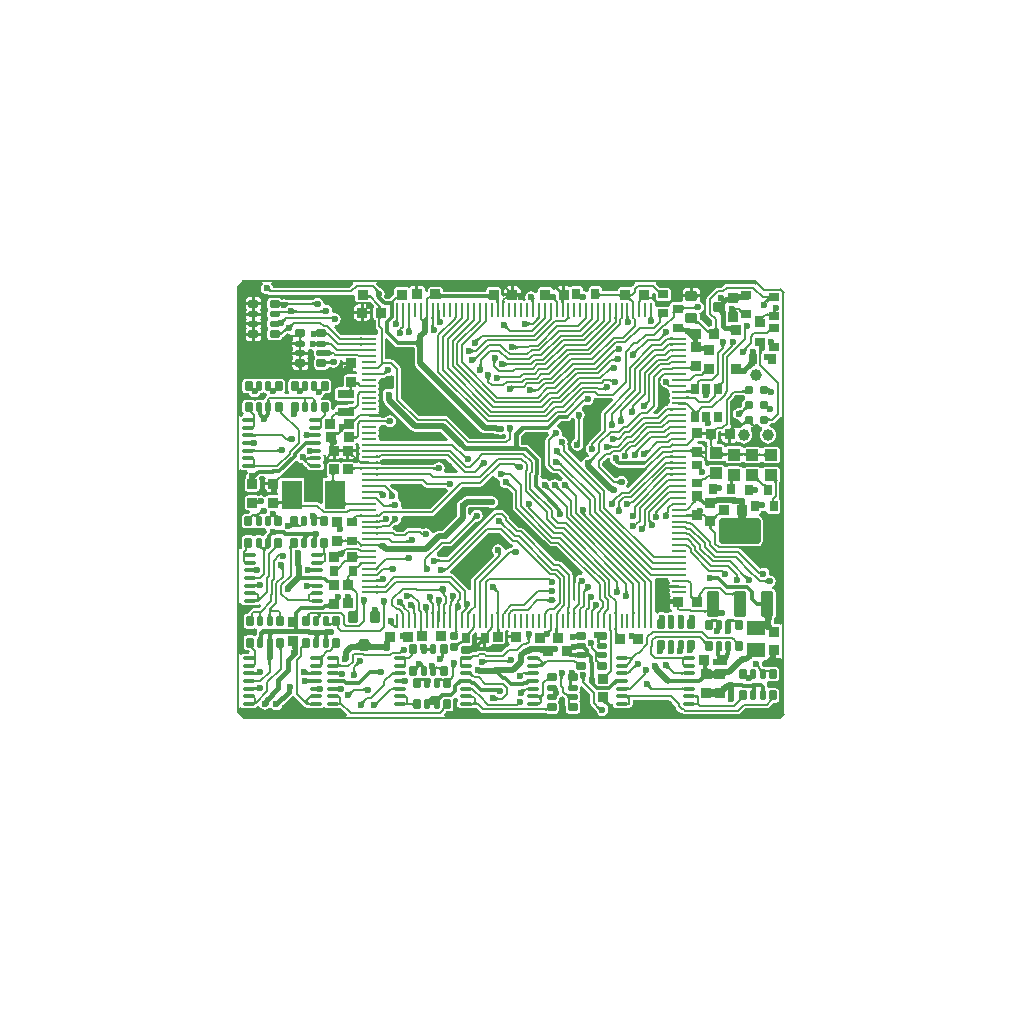
<source format=gtl>
G04*
G04 #@! TF.GenerationSoftware,Altium Limited,Altium Designer,20.2.7 (254)*
G04*
G04 Layer_Physical_Order=1*
G04 Layer_Color=255*
%FSLAX25Y25*%
%MOIN*%
G70*
G04*
G04 #@! TF.SameCoordinates,F5A320DA-4617-40ED-AC03-DE83B6EED483*
G04*
G04*
G04 #@! TF.FilePolarity,Positive*
G04*
G01*
G75*
%ADD10C,0.00984*%
%ADD11C,0.00787*%
G04:AMPARAMS|DCode=17|XSize=137.8mil|YSize=84.65mil|CornerRadius=8.47mil|HoleSize=0mil|Usage=FLASHONLY|Rotation=0.000|XOffset=0mil|YOffset=0mil|HoleType=Round|Shape=RoundedRectangle|*
%AMROUNDEDRECTD17*
21,1,0.13780,0.06772,0,0,0.0*
21,1,0.12087,0.08465,0,0,0.0*
1,1,0.01693,0.06043,-0.03386*
1,1,0.01693,-0.06043,-0.03386*
1,1,0.01693,-0.06043,0.03386*
1,1,0.01693,0.06043,0.03386*
%
%ADD17ROUNDEDRECTD17*%
G04:AMPARAMS|DCode=18|XSize=43.31mil|YSize=84.65mil|CornerRadius=4.33mil|HoleSize=0mil|Usage=FLASHONLY|Rotation=0.000|XOffset=0mil|YOffset=0mil|HoleType=Round|Shape=RoundedRectangle|*
%AMROUNDEDRECTD18*
21,1,0.04331,0.07598,0,0,0.0*
21,1,0.03465,0.08465,0,0,0.0*
1,1,0.00866,0.01732,-0.03799*
1,1,0.00866,-0.01732,-0.03799*
1,1,0.00866,-0.01732,0.03799*
1,1,0.00866,0.01732,0.03799*
%
%ADD18ROUNDEDRECTD18*%
G04:AMPARAMS|DCode=19|XSize=43.31mil|YSize=84.65mil|CornerRadius=4.33mil|HoleSize=0mil|Usage=FLASHONLY|Rotation=0.000|XOffset=0mil|YOffset=0mil|HoleType=Round|Shape=RoundedRectangle|*
%AMROUNDEDRECTD19*
21,1,0.04331,0.07599,0,0,0.0*
21,1,0.03465,0.08465,0,0,0.0*
1,1,0.00866,0.01732,-0.03799*
1,1,0.00866,-0.01732,-0.03799*
1,1,0.00866,-0.01732,0.03799*
1,1,0.00866,0.01732,0.03799*
%
%ADD19ROUNDEDRECTD19*%
%ADD20O,0.04331X0.01181*%
%ADD21O,0.05118X0.00866*%
%ADD22O,0.00866X0.05118*%
G04:AMPARAMS|DCode=23|XSize=33.47mil|YSize=33.47mil|CornerRadius=3.35mil|HoleSize=0mil|Usage=FLASHONLY|Rotation=180.000|XOffset=0mil|YOffset=0mil|HoleType=Round|Shape=RoundedRectangle|*
%AMROUNDEDRECTD23*
21,1,0.03347,0.02677,0,0,180.0*
21,1,0.02677,0.03347,0,0,180.0*
1,1,0.00669,-0.01339,0.01339*
1,1,0.00669,0.01339,0.01339*
1,1,0.00669,0.01339,-0.01339*
1,1,0.00669,-0.01339,-0.01339*
%
%ADD23ROUNDEDRECTD23*%
G04:AMPARAMS|DCode=24|XSize=33.47mil|YSize=33.47mil|CornerRadius=3.35mil|HoleSize=0mil|Usage=FLASHONLY|Rotation=270.000|XOffset=0mil|YOffset=0mil|HoleType=Round|Shape=RoundedRectangle|*
%AMROUNDEDRECTD24*
21,1,0.03347,0.02677,0,0,270.0*
21,1,0.02677,0.03347,0,0,270.0*
1,1,0.00669,-0.01339,-0.01339*
1,1,0.00669,-0.01339,0.01339*
1,1,0.00669,0.01339,0.01339*
1,1,0.00669,0.01339,-0.01339*
%
%ADD24ROUNDEDRECTD24*%
G04:AMPARAMS|DCode=25|XSize=39.37mil|YSize=43.31mil|CornerRadius=3.94mil|HoleSize=0mil|Usage=FLASHONLY|Rotation=270.000|XOffset=0mil|YOffset=0mil|HoleType=Round|Shape=RoundedRectangle|*
%AMROUNDEDRECTD25*
21,1,0.03937,0.03543,0,0,270.0*
21,1,0.03150,0.04331,0,0,270.0*
1,1,0.00787,-0.01772,-0.01575*
1,1,0.00787,-0.01772,0.01575*
1,1,0.00787,0.01772,0.01575*
1,1,0.00787,0.01772,-0.01575*
%
%ADD25ROUNDEDRECTD25*%
%ADD26R,0.05906X0.05118*%
G04:AMPARAMS|DCode=27|XSize=27.56mil|YSize=36.22mil|CornerRadius=2.76mil|HoleSize=0mil|Usage=FLASHONLY|Rotation=180.000|XOffset=0mil|YOffset=0mil|HoleType=Round|Shape=RoundedRectangle|*
%AMROUNDEDRECTD27*
21,1,0.02756,0.03071,0,0,180.0*
21,1,0.02205,0.03622,0,0,180.0*
1,1,0.00551,-0.01102,0.01535*
1,1,0.00551,0.01102,0.01535*
1,1,0.00551,0.01102,-0.01535*
1,1,0.00551,-0.01102,-0.01535*
%
%ADD27ROUNDEDRECTD27*%
G04:AMPARAMS|DCode=28|XSize=27.56mil|YSize=36.22mil|CornerRadius=2.76mil|HoleSize=0mil|Usage=FLASHONLY|Rotation=90.000|XOffset=0mil|YOffset=0mil|HoleType=Round|Shape=RoundedRectangle|*
%AMROUNDEDRECTD28*
21,1,0.02756,0.03071,0,0,90.0*
21,1,0.02205,0.03622,0,0,90.0*
1,1,0.00551,0.01535,0.01102*
1,1,0.00551,0.01535,-0.01102*
1,1,0.00551,-0.01535,-0.01102*
1,1,0.00551,-0.01535,0.01102*
%
%ADD28ROUNDEDRECTD28*%
G04:AMPARAMS|DCode=29|XSize=35.43mil|YSize=37.4mil|CornerRadius=3.54mil|HoleSize=0mil|Usage=FLASHONLY|Rotation=270.000|XOffset=0mil|YOffset=0mil|HoleType=Round|Shape=RoundedRectangle|*
%AMROUNDEDRECTD29*
21,1,0.03543,0.03032,0,0,270.0*
21,1,0.02835,0.03740,0,0,270.0*
1,1,0.00709,-0.01516,-0.01417*
1,1,0.00709,-0.01516,0.01417*
1,1,0.00709,0.01516,0.01417*
1,1,0.00709,0.01516,-0.01417*
%
%ADD29ROUNDEDRECTD29*%
G04:AMPARAMS|DCode=30|XSize=35.43mil|YSize=37.4mil|CornerRadius=3.54mil|HoleSize=0mil|Usage=FLASHONLY|Rotation=270.000|XOffset=0mil|YOffset=0mil|HoleType=Round|Shape=RoundedRectangle|*
%AMROUNDEDRECTD30*
21,1,0.03543,0.03032,0,0,270.0*
21,1,0.02835,0.03740,0,0,270.0*
1,1,0.00709,-0.01516,-0.01417*
1,1,0.00709,-0.01516,0.01417*
1,1,0.00709,0.01516,0.01417*
1,1,0.00709,0.01516,-0.01417*
%
%ADD30ROUNDEDRECTD30*%
%ADD31R,0.06693X0.09449*%
G04:AMPARAMS|DCode=32|XSize=23.62mil|YSize=35.43mil|CornerRadius=2.36mil|HoleSize=0mil|Usage=FLASHONLY|Rotation=180.000|XOffset=0mil|YOffset=0mil|HoleType=Round|Shape=RoundedRectangle|*
%AMROUNDEDRECTD32*
21,1,0.02362,0.03071,0,0,180.0*
21,1,0.01890,0.03543,0,0,180.0*
1,1,0.00472,-0.00945,0.01535*
1,1,0.00472,0.00945,0.01535*
1,1,0.00472,0.00945,-0.01535*
1,1,0.00472,-0.00945,-0.01535*
%
%ADD32ROUNDEDRECTD32*%
G04:AMPARAMS|DCode=33|XSize=25.59mil|YSize=31.5mil|CornerRadius=2.56mil|HoleSize=0mil|Usage=FLASHONLY|Rotation=0.000|XOffset=0mil|YOffset=0mil|HoleType=Round|Shape=RoundedRectangle|*
%AMROUNDEDRECTD33*
21,1,0.02559,0.02638,0,0,0.0*
21,1,0.02047,0.03150,0,0,0.0*
1,1,0.00512,0.01024,-0.01319*
1,1,0.00512,-0.01024,-0.01319*
1,1,0.00512,-0.01024,0.01319*
1,1,0.00512,0.01024,0.01319*
%
%ADD33ROUNDEDRECTD33*%
G04:AMPARAMS|DCode=34|XSize=17.72mil|YSize=31.5mil|CornerRadius=1.77mil|HoleSize=0mil|Usage=FLASHONLY|Rotation=0.000|XOffset=0mil|YOffset=0mil|HoleType=Round|Shape=RoundedRectangle|*
%AMROUNDEDRECTD34*
21,1,0.01772,0.02795,0,0,0.0*
21,1,0.01417,0.03150,0,0,0.0*
1,1,0.00354,0.00709,-0.01398*
1,1,0.00354,-0.00709,-0.01398*
1,1,0.00354,-0.00709,0.01398*
1,1,0.00354,0.00709,0.01398*
%
%ADD34ROUNDEDRECTD34*%
G04:AMPARAMS|DCode=35|XSize=35.83mil|YSize=33.47mil|CornerRadius=3.35mil|HoleSize=0mil|Usage=FLASHONLY|Rotation=270.000|XOffset=0mil|YOffset=0mil|HoleType=Round|Shape=RoundedRectangle|*
%AMROUNDEDRECTD35*
21,1,0.03583,0.02677,0,0,270.0*
21,1,0.02913,0.03347,0,0,270.0*
1,1,0.00669,-0.01339,-0.01457*
1,1,0.00669,-0.01339,0.01457*
1,1,0.00669,0.01339,0.01457*
1,1,0.00669,0.01339,-0.01457*
%
%ADD35ROUNDEDRECTD35*%
G04:AMPARAMS|DCode=36|XSize=35.43mil|YSize=37.4mil|CornerRadius=3.54mil|HoleSize=0mil|Usage=FLASHONLY|Rotation=180.000|XOffset=0mil|YOffset=0mil|HoleType=Round|Shape=RoundedRectangle|*
%AMROUNDEDRECTD36*
21,1,0.03543,0.03032,0,0,180.0*
21,1,0.02835,0.03740,0,0,180.0*
1,1,0.00709,-0.01417,0.01516*
1,1,0.00709,0.01417,0.01516*
1,1,0.00709,0.01417,-0.01516*
1,1,0.00709,-0.01417,-0.01516*
%
%ADD36ROUNDEDRECTD36*%
G04:AMPARAMS|DCode=37|XSize=35.43mil|YSize=37.4mil|CornerRadius=3.54mil|HoleSize=0mil|Usage=FLASHONLY|Rotation=180.000|XOffset=0mil|YOffset=0mil|HoleType=Round|Shape=RoundedRectangle|*
%AMROUNDEDRECTD37*
21,1,0.03543,0.03032,0,0,180.0*
21,1,0.02835,0.03740,0,0,180.0*
1,1,0.00709,-0.01417,0.01516*
1,1,0.00709,0.01417,0.01516*
1,1,0.00709,0.01417,-0.01516*
1,1,0.00709,-0.01417,-0.01516*
%
%ADD37ROUNDEDRECTD37*%
G04:AMPARAMS|DCode=38|XSize=25.59mil|YSize=31.5mil|CornerRadius=2.56mil|HoleSize=0mil|Usage=FLASHONLY|Rotation=270.000|XOffset=0mil|YOffset=0mil|HoleType=Round|Shape=RoundedRectangle|*
%AMROUNDEDRECTD38*
21,1,0.02559,0.02638,0,0,270.0*
21,1,0.02047,0.03150,0,0,270.0*
1,1,0.00512,-0.01319,-0.01024*
1,1,0.00512,-0.01319,0.01024*
1,1,0.00512,0.01319,0.01024*
1,1,0.00512,0.01319,-0.01024*
%
%ADD38ROUNDEDRECTD38*%
G04:AMPARAMS|DCode=39|XSize=17.72mil|YSize=31.5mil|CornerRadius=1.77mil|HoleSize=0mil|Usage=FLASHONLY|Rotation=270.000|XOffset=0mil|YOffset=0mil|HoleType=Round|Shape=RoundedRectangle|*
%AMROUNDEDRECTD39*
21,1,0.01772,0.02795,0,0,270.0*
21,1,0.01417,0.03150,0,0,270.0*
1,1,0.00354,-0.01398,-0.00709*
1,1,0.00354,-0.01398,0.00709*
1,1,0.00354,0.01398,0.00709*
1,1,0.00354,0.01398,-0.00709*
%
%ADD39ROUNDEDRECTD39*%
G04:AMPARAMS|DCode=40|XSize=27.56mil|YSize=55.12mil|CornerRadius=2.76mil|HoleSize=0mil|Usage=FLASHONLY|Rotation=270.000|XOffset=0mil|YOffset=0mil|HoleType=Round|Shape=RoundedRectangle|*
%AMROUNDEDRECTD40*
21,1,0.02756,0.04961,0,0,270.0*
21,1,0.02205,0.05512,0,0,270.0*
1,1,0.00551,-0.02480,-0.01102*
1,1,0.00551,-0.02480,0.01102*
1,1,0.00551,0.02480,0.01102*
1,1,0.00551,0.02480,-0.01102*
%
%ADD40ROUNDEDRECTD40*%
G04:AMPARAMS|DCode=41|XSize=27.56mil|YSize=23.62mil|CornerRadius=2.36mil|HoleSize=0mil|Usage=FLASHONLY|Rotation=180.000|XOffset=0mil|YOffset=0mil|HoleType=Round|Shape=RoundedRectangle|*
%AMROUNDEDRECTD41*
21,1,0.02756,0.01890,0,0,180.0*
21,1,0.02284,0.02362,0,0,180.0*
1,1,0.00472,-0.01142,0.00945*
1,1,0.00472,0.01142,0.00945*
1,1,0.00472,0.01142,-0.00945*
1,1,0.00472,-0.01142,-0.00945*
%
%ADD41ROUNDEDRECTD41*%
G04:AMPARAMS|DCode=42|XSize=35.83mil|YSize=33.47mil|CornerRadius=3.35mil|HoleSize=0mil|Usage=FLASHONLY|Rotation=180.000|XOffset=0mil|YOffset=0mil|HoleType=Round|Shape=RoundedRectangle|*
%AMROUNDEDRECTD42*
21,1,0.03583,0.02677,0,0,180.0*
21,1,0.02913,0.03347,0,0,180.0*
1,1,0.00669,-0.01457,0.01339*
1,1,0.00669,0.01457,0.01339*
1,1,0.00669,0.01457,-0.01339*
1,1,0.00669,-0.01457,-0.01339*
%
%ADD42ROUNDEDRECTD42*%
G04:AMPARAMS|DCode=72|XSize=9.84mil|YSize=27.56mil|CornerRadius=4.92mil|HoleSize=0mil|Usage=FLASHONLY|Rotation=180.000|XOffset=0mil|YOffset=0mil|HoleType=Round|Shape=RoundedRectangle|*
%AMROUNDEDRECTD72*
21,1,0.00984,0.01772,0,0,180.0*
21,1,0.00000,0.02756,0,0,180.0*
1,1,0.00984,0.00000,0.00886*
1,1,0.00984,0.00000,0.00886*
1,1,0.00984,0.00000,-0.00886*
1,1,0.00984,0.00000,-0.00886*
%
%ADD72ROUNDEDRECTD72*%
G04:AMPARAMS|DCode=73|XSize=7.87mil|YSize=1424.8mil|CornerRadius=3.94mil|HoleSize=0mil|Usage=FLASHONLY|Rotation=180.000|XOffset=0mil|YOffset=0mil|HoleType=Round|Shape=RoundedRectangle|*
%AMROUNDEDRECTD73*
21,1,0.00787,1.41693,0,0,180.0*
21,1,0.00000,1.42480,0,0,180.0*
1,1,0.00787,0.00000,0.70847*
1,1,0.00787,0.00000,0.70847*
1,1,0.00787,0.00000,-0.70847*
1,1,0.00787,0.00000,-0.70847*
%
%ADD73ROUNDEDRECTD73*%
G04:AMPARAMS|DCode=74|XSize=7.87mil|YSize=1795.28mil|CornerRadius=3.94mil|HoleSize=0mil|Usage=FLASHONLY|Rotation=270.000|XOffset=0mil|YOffset=0mil|HoleType=Round|Shape=RoundedRectangle|*
%AMROUNDEDRECTD74*
21,1,0.00787,1.78740,0,0,270.0*
21,1,0.00000,1.79528,0,0,270.0*
1,1,0.00787,-0.89370,0.00000*
1,1,0.00787,-0.89370,0.00000*
1,1,0.00787,0.89370,0.00000*
1,1,0.00787,0.89370,0.00000*
%
%ADD74ROUNDEDRECTD74*%
G04:AMPARAMS|DCode=75|XSize=7.87mil|YSize=1413.39mil|CornerRadius=3.94mil|HoleSize=0mil|Usage=FLASHONLY|Rotation=180.000|XOffset=0mil|YOffset=0mil|HoleType=Round|Shape=RoundedRectangle|*
%AMROUNDEDRECTD75*
21,1,0.00787,1.40551,0,0,180.0*
21,1,0.00000,1.41339,0,0,180.0*
1,1,0.00787,0.00000,0.70276*
1,1,0.00787,0.00000,0.70276*
1,1,0.00787,0.00000,-0.70276*
1,1,0.00787,0.00000,-0.70276*
%
%ADD75ROUNDEDRECTD75*%
G04:AMPARAMS|DCode=76|XSize=7.87mil|YSize=1712.6mil|CornerRadius=3.94mil|HoleSize=0mil|Usage=FLASHONLY|Rotation=270.000|XOffset=0mil|YOffset=0mil|HoleType=Round|Shape=RoundedRectangle|*
%AMROUNDEDRECTD76*
21,1,0.00787,1.70472,0,0,270.0*
21,1,0.00000,1.71260,0,0,270.0*
1,1,0.00787,-0.85236,0.00000*
1,1,0.00787,-0.85236,0.00000*
1,1,0.00787,0.85236,0.00000*
1,1,0.00787,0.85236,0.00000*
%
%ADD76ROUNDEDRECTD76*%
G04:AMPARAMS|DCode=77|XSize=7.87mil|YSize=31.5mil|CornerRadius=3.94mil|HoleSize=0mil|Usage=FLASHONLY|Rotation=315.000|XOffset=0mil|YOffset=0mil|HoleType=Round|Shape=RoundedRectangle|*
%AMROUNDEDRECTD77*
21,1,0.00787,0.02362,0,0,315.0*
21,1,0.00000,0.03150,0,0,315.0*
1,1,0.00787,-0.00835,-0.00835*
1,1,0.00787,-0.00835,-0.00835*
1,1,0.00787,0.00835,0.00835*
1,1,0.00787,0.00835,0.00835*
%
%ADD77ROUNDEDRECTD77*%
G04:AMPARAMS|DCode=78|XSize=7.87mil|YSize=62.99mil|CornerRadius=3.94mil|HoleSize=0mil|Usage=FLASHONLY|Rotation=270.000|XOffset=0mil|YOffset=0mil|HoleType=Round|Shape=RoundedRectangle|*
%AMROUNDEDRECTD78*
21,1,0.00787,0.05512,0,0,270.0*
21,1,0.00000,0.06299,0,0,270.0*
1,1,0.00787,-0.02756,0.00000*
1,1,0.00787,-0.02756,0.00000*
1,1,0.00787,0.02756,0.00000*
1,1,0.00787,0.02756,0.00000*
%
%ADD78ROUNDEDRECTD78*%
G04:AMPARAMS|DCode=79|XSize=7.87mil|YSize=47.24mil|CornerRadius=3.94mil|HoleSize=0mil|Usage=FLASHONLY|Rotation=45.000|XOffset=0mil|YOffset=0mil|HoleType=Round|Shape=RoundedRectangle|*
%AMROUNDEDRECTD79*
21,1,0.00787,0.03937,0,0,45.0*
21,1,0.00000,0.04724,0,0,45.0*
1,1,0.00787,0.01392,-0.01392*
1,1,0.00787,0.01392,-0.01392*
1,1,0.00787,-0.01392,0.01392*
1,1,0.00787,-0.01392,0.01392*
%
%ADD79ROUNDEDRECTD79*%
G04:AMPARAMS|DCode=80|XSize=7.87mil|YSize=21.65mil|CornerRadius=3.94mil|HoleSize=0mil|Usage=FLASHONLY|Rotation=45.000|XOffset=0mil|YOffset=0mil|HoleType=Round|Shape=RoundedRectangle|*
%AMROUNDEDRECTD80*
21,1,0.00787,0.01378,0,0,45.0*
21,1,0.00000,0.02165,0,0,45.0*
1,1,0.00787,0.00487,-0.00487*
1,1,0.00787,0.00487,-0.00487*
1,1,0.00787,-0.00487,0.00487*
1,1,0.00787,-0.00487,0.00487*
%
%ADD80ROUNDEDRECTD80*%
G04:AMPARAMS|DCode=81|XSize=7.87mil|YSize=22.84mil|CornerRadius=3.94mil|HoleSize=0mil|Usage=FLASHONLY|Rotation=135.000|XOffset=0mil|YOffset=0mil|HoleType=Round|Shape=RoundedRectangle|*
%AMROUNDEDRECTD81*
21,1,0.00787,0.01496,0,0,135.0*
21,1,0.00000,0.02284,0,0,135.0*
1,1,0.00787,0.00529,0.00529*
1,1,0.00787,0.00529,0.00529*
1,1,0.00787,-0.00529,-0.00529*
1,1,0.00787,-0.00529,-0.00529*
%
%ADD81ROUNDEDRECTD81*%
G04:AMPARAMS|DCode=82|XSize=7.87mil|YSize=37.01mil|CornerRadius=3.94mil|HoleSize=0mil|Usage=FLASHONLY|Rotation=225.000|XOffset=0mil|YOffset=0mil|HoleType=Round|Shape=RoundedRectangle|*
%AMROUNDEDRECTD82*
21,1,0.00787,0.02913,0,0,225.0*
21,1,0.00000,0.03701,0,0,225.0*
1,1,0.00787,-0.01030,0.01030*
1,1,0.00787,-0.01030,0.01030*
1,1,0.00787,0.01030,-0.01030*
1,1,0.00787,0.01030,-0.01030*
%
%ADD82ROUNDEDRECTD82*%
%ADD83R,0.01968X0.01968*%
%ADD84C,0.03100*%
%ADD85C,0.01968*%
%ADD86C,0.01181*%
%ADD87C,0.01575*%
%ADD88C,0.03900*%
%ADD89C,0.02362*%
G36*
X173708Y145615D02*
X173206Y145003D01*
X172902Y145207D01*
X172441Y145299D01*
X172441Y145299D01*
X163681D01*
X163220Y145207D01*
X162830Y144946D01*
X162001Y144118D01*
X160636D01*
X160636Y144118D01*
X160175Y144026D01*
X159784Y143765D01*
X157200Y141180D01*
X156939Y140790D01*
X156847Y140329D01*
X156847Y140329D01*
Y135447D01*
X156847Y135447D01*
X156939Y134986D01*
X157200Y134595D01*
X158786Y133009D01*
Y131223D01*
X158071D01*
X157633Y131136D01*
X157444Y131009D01*
X156904Y131549D01*
X156904Y131549D01*
X156904Y131549D01*
X155121Y133332D01*
X154730Y133593D01*
X154530Y133633D01*
Y135276D01*
X154451Y135674D01*
X154804Y135744D01*
X155455Y136179D01*
X155890Y136830D01*
X156043Y137598D01*
X155890Y138366D01*
X155455Y139018D01*
X154804Y139453D01*
X154660Y139481D01*
X154747Y139921D01*
Y140839D01*
X153890D01*
X153831Y140803D01*
X153775Y140752D01*
X153735Y140693D01*
X153711Y140626D01*
X153703Y140551D01*
Y140839D01*
X151850D01*
X149998D01*
Y140551D01*
X149990Y140626D01*
X149966Y140693D01*
X149926Y140752D01*
X149870Y140803D01*
X149811Y140839D01*
X148954D01*
Y140061D01*
X148914Y139884D01*
X148276Y139293D01*
X145709D01*
X145294Y139210D01*
X144942Y138975D01*
X144707Y138623D01*
X144670Y138435D01*
X144600Y138192D01*
X144055Y137816D01*
X140984D01*
X140569Y137733D01*
X140418Y137632D01*
X139748Y137884D01*
X139630Y137981D01*
Y138740D01*
X139535Y139216D01*
X139266Y139620D01*
X138862Y139890D01*
X138541Y139954D01*
X138644Y140472D01*
Y142059D01*
X139347Y142364D01*
X139900Y141927D01*
Y140827D01*
X139983Y140412D01*
X140218Y140060D01*
X140569Y139825D01*
X140984Y139743D01*
X144055D01*
X144470Y139825D01*
X144821Y140060D01*
X145056Y140412D01*
X145139Y140827D01*
Y143031D01*
X145056Y143446D01*
X144821Y143798D01*
X144470Y144033D01*
X144055Y144115D01*
X141547D01*
X141535Y144118D01*
X141535Y144118D01*
X141207D01*
X139889Y145436D01*
X139937Y145771D01*
X140167Y146224D01*
X173064Y146260D01*
X173708Y145615D01*
D02*
G37*
G36*
X132981Y145791D02*
X133038Y145429D01*
X132808Y145198D01*
X132725Y145143D01*
X132725Y145143D01*
X132239Y144657D01*
X131501Y144207D01*
X131063Y144294D01*
X128386D01*
X127948Y144207D01*
X127577Y143959D01*
X127329Y143587D01*
X127242Y143150D01*
Y142846D01*
X121970D01*
Y143563D01*
X121887Y143978D01*
X121652Y144329D01*
X121301Y144564D01*
X120886Y144647D01*
X118681D01*
X118266Y144564D01*
X117915Y144329D01*
X117680Y143978D01*
X117597Y143563D01*
Y143083D01*
X117591Y143077D01*
X116810Y142734D01*
X116418Y142996D01*
X115670Y143145D01*
Y143563D01*
X115588Y143978D01*
X115353Y144329D01*
X115001Y144564D01*
X114587Y144647D01*
X112382D01*
X111967Y144564D01*
X111616Y144329D01*
X111385Y144283D01*
X111170Y144427D01*
X110650Y144530D01*
X109811D01*
Y141831D01*
X108811D01*
Y144530D01*
X107973D01*
X107452Y144427D01*
X107010Y144132D01*
X106715Y143690D01*
X106006Y143491D01*
X105616Y143578D01*
X105426Y143696D01*
X105238Y143978D01*
X104867Y144226D01*
X104429Y144313D01*
X101752D01*
X101314Y144226D01*
X100943Y143978D01*
X100695Y143607D01*
X100608Y143169D01*
Y142639D01*
X99967Y142408D01*
X99821Y142380D01*
X99193Y142799D01*
X98425Y142952D01*
X97657Y142799D01*
X97006Y142364D01*
X96571Y141713D01*
X96418Y140945D01*
X96472Y140673D01*
X96528Y140233D01*
X95938Y139721D01*
X95555Y139890D01*
X95079Y139985D01*
X94884Y140749D01*
Y141331D01*
X94156D01*
X93914Y140962D01*
X93894Y141052D01*
X93863Y141133D01*
X93857Y141143D01*
X93849Y141118D01*
X93840Y141043D01*
Y141172D01*
X93822Y141204D01*
X93769Y141266D01*
X93706Y141318D01*
X93685Y141331D01*
X92185D01*
X89486D01*
Y140942D01*
X89481Y140931D01*
X89235Y140883D01*
X88447Y141532D01*
Y143169D01*
X88360Y143607D01*
X88112Y143978D01*
X87741Y144226D01*
X87303Y144313D01*
X84626D01*
X84188Y144226D01*
X83817Y143978D01*
X83569Y143607D01*
X83482Y143169D01*
Y142656D01*
X83454Y142652D01*
X83378Y142645D01*
X69082D01*
X69007Y142652D01*
X68979Y142656D01*
Y143268D01*
X68892Y143706D01*
X68644Y144077D01*
X68273Y144325D01*
X67835Y144412D01*
X65158D01*
X64720Y144325D01*
X64349Y144077D01*
X64101Y143706D01*
X64013Y143268D01*
Y142810D01*
X63762Y142641D01*
X62975Y143061D01*
Y143268D01*
X62871Y143789D01*
X62576Y144230D01*
X62135Y144525D01*
X61614Y144629D01*
X60776D01*
Y143772D01*
X60811Y143713D01*
X60862Y143657D01*
X60921Y143617D01*
X60988Y143593D01*
X61063Y143585D01*
X60776D01*
Y141929D01*
X59776D01*
Y143585D01*
X59488D01*
X59563Y143593D01*
X59630Y143617D01*
X59689Y143657D01*
X59740Y143713D01*
X59776Y143772D01*
Y144629D01*
X58937D01*
X58416Y144525D01*
X58241Y144408D01*
X57581Y143978D01*
X57209Y144226D01*
X56772Y144313D01*
X53858D01*
X53421Y144226D01*
X53049Y143978D01*
X52801Y143607D01*
X52714Y143169D01*
Y141708D01*
X52492Y141664D01*
X52101Y141403D01*
X51862Y141045D01*
X51100Y140283D01*
X50144D01*
X49303Y141124D01*
X49394Y141259D01*
X49546Y142027D01*
X49394Y142796D01*
X48959Y143447D01*
X48307Y143882D01*
X48218Y143900D01*
X48085Y143968D01*
X48028Y144001D01*
X47886Y144095D01*
X47839Y144130D01*
X47774Y144185D01*
X46625Y145334D01*
X46910Y146122D01*
X132755Y146216D01*
X132981Y145791D01*
D02*
G37*
G36*
X39176Y145326D02*
X37968Y144118D01*
X12298D01*
X12189Y144666D01*
X11768Y145296D01*
X11792Y145426D01*
X12024Y146084D01*
X38878Y146113D01*
X39176Y145326D01*
D02*
G37*
G36*
X11473Y143568D02*
X11482Y143552D01*
X11499Y143529D01*
X11522Y143500D01*
X11636Y143375D01*
X11816Y143192D01*
X11259Y142635D01*
X11206Y142687D01*
X11012Y142856D01*
X10987Y142872D01*
X10966Y142881D01*
X10950Y142885D01*
X10939Y142883D01*
X11472Y143577D01*
X11473Y143568D01*
D02*
G37*
G36*
X47179Y143636D02*
X47339Y143501D01*
X47424Y143438D01*
X47604Y143319D01*
X47700Y143263D01*
X47901Y143160D01*
X48007Y143112D01*
X46468Y142525D01*
X46507Y142621D01*
X46532Y142716D01*
X46545Y142809D01*
X46544Y142901D01*
X46531Y142992D01*
X46505Y143081D01*
X46466Y143170D01*
X46414Y143257D01*
X46349Y143343D01*
X46272Y143427D01*
X47105Y143708D01*
X47179Y143636D01*
D02*
G37*
G36*
X107533Y143876D02*
X107838Y143614D01*
X107969Y143521D01*
X108087Y143453D01*
X108190Y143410D01*
X108279Y143391D01*
X108354Y143398D01*
X108415Y143430D01*
X108462Y143486D01*
X107656Y142089D01*
X107686Y142163D01*
X107697Y142245D01*
X107688Y142335D01*
X107660Y142433D01*
X107613Y142541D01*
X107546Y142656D01*
X107461Y142780D01*
X107355Y142913D01*
X107231Y143054D01*
X107087Y143203D01*
X107360Y144044D01*
X107533Y143876D01*
D02*
G37*
G36*
X168436Y141733D02*
X168643Y141718D01*
X168892Y141712D01*
Y140138D01*
X168586Y140130D01*
X168313Y140106D01*
X168072Y140067D01*
X167864Y140012D01*
X167688Y139942D01*
X167546Y139855D01*
X167436Y139753D01*
X167358Y139635D01*
X167314Y139502D01*
X167302Y139353D01*
X167280Y140141D01*
X166798Y140138D01*
Y141712D01*
X167109Y141720D01*
X167236Y141731D01*
X167221Y142280D01*
X167306Y142172D01*
X167409Y142076D01*
X167531Y141990D01*
X167670Y141917D01*
X167828Y141854D01*
X167857Y141846D01*
X168015Y141909D01*
X168156Y141996D01*
X168264Y142098D01*
X168338Y142217D01*
X168378Y142350D01*
X168385Y142500D01*
X168436Y141733D01*
D02*
G37*
G36*
X131388Y142354D02*
X131412Y142287D01*
X131452Y142228D01*
X131508Y142177D01*
X131580Y142134D01*
X131668Y142098D01*
X131772Y142071D01*
X131892Y142051D01*
X132027Y142039D01*
X132179Y142035D01*
Y141248D01*
X132027Y141244D01*
X131892Y141232D01*
X131772Y141213D01*
X131668Y141185D01*
X131580Y141150D01*
X131508Y141106D01*
X131452Y141055D01*
X131424Y141013D01*
X131480Y140916D01*
X131567Y140791D01*
X131674Y140657D01*
X131949Y140360D01*
X131608Y139587D01*
X131436Y139753D01*
X131132Y140014D01*
X131001Y140107D01*
X130883Y140176D01*
X130778Y140221D01*
X130687Y140241D01*
X130610Y140237D01*
X130545Y140208D01*
X130495Y140155D01*
X131380Y141474D01*
X131346Y141404D01*
X131333Y141325D01*
X131339Y141236D01*
X131366Y141139D01*
X131380Y141107D01*
Y142429D01*
X131388Y142354D01*
D02*
G37*
G36*
X86563Y142412D02*
X86589Y142380D01*
X86630Y142332D01*
X87389Y141553D01*
X86833Y140996D01*
X85957Y141831D01*
X86555Y142428D01*
X86563Y142412D01*
D02*
G37*
G36*
X128069Y140854D02*
X128061Y140929D01*
X128037Y140996D01*
X127997Y141055D01*
X127941Y141106D01*
X127869Y141150D01*
X127781Y141185D01*
X127677Y141213D01*
X127557Y141232D01*
X127421Y141244D01*
X127269Y141248D01*
Y142035D01*
X127421Y142039D01*
X127557Y142051D01*
X127677Y142071D01*
X127781Y142098D01*
X127869Y142134D01*
X127941Y142177D01*
X127997Y142228D01*
X128037Y142287D01*
X128061Y142354D01*
X128069Y142429D01*
Y140854D01*
D02*
G37*
G36*
X121151Y142354D02*
X121175Y142287D01*
X121215Y142228D01*
X121271Y142177D01*
X121343Y142134D01*
X121431Y142098D01*
X121534Y142071D01*
X121654Y142051D01*
X121790Y142039D01*
X121942Y142035D01*
Y141248D01*
X121790Y141244D01*
X121654Y141232D01*
X121534Y141213D01*
X121431Y141185D01*
X121343Y141150D01*
X121271Y141106D01*
X121215Y141055D01*
X121175Y140996D01*
X121151Y140929D01*
X121143Y140854D01*
Y142429D01*
X121151Y142354D01*
D02*
G37*
G36*
X66555Y141440D02*
X66529Y141432D01*
X66493Y141410D01*
X66445Y141376D01*
X66387Y141329D01*
X66145Y141112D01*
X65804Y140779D01*
X65247Y141335D01*
X65371Y141460D01*
X65900Y142061D01*
X65908Y142086D01*
X66555Y141440D01*
D02*
G37*
G36*
X64841Y140612D02*
X64836Y140622D01*
X64822Y140631D01*
X64799Y140638D01*
X64767Y140645D01*
X64726Y140651D01*
X64617Y140659D01*
X64384Y140663D01*
Y141451D01*
X64471Y141451D01*
X64767Y141469D01*
X64799Y141476D01*
X64822Y141483D01*
X64836Y141492D01*
X64841Y141502D01*
Y140612D01*
D02*
G37*
G36*
X44103Y141784D02*
X44122Y141746D01*
X44153Y141714D01*
X44197Y141685D01*
X44253Y141660D01*
X44322Y141641D01*
X44403Y141625D01*
X44497Y141614D01*
X44604Y141608D01*
X44723Y141605D01*
Y140818D01*
X44604Y140816D01*
X44403Y140798D01*
X44322Y140783D01*
X44253Y140763D01*
X44197Y140739D01*
X44153Y140710D01*
X44122Y140677D01*
X44103Y140639D01*
X44096Y140598D01*
Y141826D01*
X44103Y141784D01*
D02*
G37*
G36*
X104670Y140427D02*
X104646Y140451D01*
X104612Y140472D01*
X104568Y140491D01*
X104514Y140507D01*
X104449Y140520D01*
X104375Y140531D01*
X104196Y140546D01*
X103976Y140551D01*
Y141339D01*
X104063Y141340D01*
X104214Y141354D01*
X104277Y141366D01*
X104332Y141381D01*
X104379Y141399D01*
X104418Y141421D01*
X104449Y141447D01*
X104472Y141475D01*
X104487Y141507D01*
X104670Y140427D01*
D02*
G37*
G36*
X68159Y142309D02*
X68192Y142209D01*
X68249Y142120D01*
X68331Y142043D01*
X68438Y141978D01*
X68570Y141925D01*
X68726Y141884D01*
X68908Y141854D01*
X69114Y141837D01*
X69345Y141831D01*
Y140650D01*
X69137Y140647D01*
X68621Y140603D01*
X68484Y140577D01*
X68365Y140545D01*
X68264Y140507D01*
X68181Y140463D01*
X68115Y140413D01*
X68067Y140358D01*
X68152Y142421D01*
X68159Y142309D01*
D02*
G37*
G36*
X84393Y140259D02*
X84334Y140334D01*
X84259Y140400D01*
X84169Y140458D01*
X84064Y140509D01*
X83944Y140552D01*
X83808Y140587D01*
X83658Y140614D01*
X83492Y140634D01*
X83312Y140646D01*
X83116Y140650D01*
Y141831D01*
X83347Y141837D01*
X83553Y141854D01*
X83734Y141884D01*
X83891Y141925D01*
X84022Y141978D01*
X84129Y142043D01*
X84211Y142120D01*
X84269Y142209D01*
X84301Y142309D01*
X84309Y142421D01*
X84393Y140259D01*
D02*
G37*
G36*
X137598Y141409D02*
X137614Y141342D01*
X137648Y141284D01*
X137701Y141232D01*
X137772Y141189D01*
X137861Y141154D01*
X137968Y141126D01*
X138094Y141106D01*
X138238Y141095D01*
X138400Y141091D01*
X138346Y140303D01*
X138204Y140302D01*
X137744Y140269D01*
X137656Y140255D01*
X137578Y140237D01*
X137511Y140217D01*
X137455Y140194D01*
X137409Y140169D01*
X137600Y141484D01*
X137598Y141409D01*
D02*
G37*
G36*
X53732Y140188D02*
X53733Y140182D01*
X53716Y140177D01*
X53681Y140173D01*
X53630Y140169D01*
X53109Y140158D01*
X52953Y140157D01*
Y140945D01*
X53071Y140947D01*
X53269Y140961D01*
X53347Y140974D01*
X53413Y140991D01*
X53465Y141011D01*
X53504Y141034D01*
X53530Y141062D01*
X53542Y141093D01*
X53541Y141128D01*
X53732Y140188D01*
D02*
G37*
G36*
X177440Y141259D02*
X177442Y141274D01*
X177440Y141376D01*
X177594Y139496D01*
X177546Y139519D01*
X177493Y139530D01*
X177435Y139528D01*
X177371Y139514D01*
X177307Y139488D01*
X177294Y139459D01*
X177265Y139367D01*
X177247Y139272D01*
X177242Y139175D01*
X177248Y139076D01*
X177267Y138975D01*
X177297Y138871D01*
X175817Y139608D01*
X175933Y139648D01*
X176151Y139738D01*
X176253Y139789D01*
X176444Y139900D01*
X176533Y139961D01*
X176697Y140092D01*
X176772Y140163D01*
X176872Y140116D01*
X176871Y140263D01*
X176987Y140384D01*
X177086Y140506D01*
X177048Y140516D01*
X176928Y140535D01*
X176793Y140547D01*
X176641Y140551D01*
Y141339D01*
X176793Y141342D01*
X176928Y141354D01*
X177048Y141374D01*
X177152Y141402D01*
X177240Y141437D01*
X177312Y141480D01*
X177368Y141531D01*
X177408Y141590D01*
X177432Y141657D01*
X177440Y141732D01*
Y141259D01*
D02*
G37*
G36*
X109571Y140167D02*
X109504Y140143D01*
X109445Y140103D01*
X109394Y140047D01*
X109350Y139975D01*
X109315Y139887D01*
X109287Y139784D01*
X109268Y139664D01*
X109256Y139528D01*
X109253Y139416D01*
X109255Y138905D01*
X108461D01*
X108462Y138913D01*
X108463Y139033D01*
X108464Y139394D01*
X108460Y139528D01*
X108449Y139664D01*
X108429Y139784D01*
X108402Y139887D01*
X108366Y139975D01*
X108323Y140047D01*
X108272Y140103D01*
X108212Y140143D01*
X108146Y140167D01*
X108071Y140175D01*
X109646D01*
X109571Y140167D01*
D02*
G37*
G36*
X99521Y140491D02*
X99477Y140311D01*
X99459Y140216D01*
X99422Y139913D01*
X99415Y139806D01*
X99410Y139598D01*
X99412Y138905D01*
X98619D01*
X98620Y138913D01*
X98621Y139033D01*
X98621Y139094D01*
X98617Y139188D01*
X98602Y139294D01*
X98578Y139391D01*
X98544Y139478D01*
X98499Y139556D01*
X98445Y139624D01*
X98381Y139682D01*
X98308Y139731D01*
X98224Y139771D01*
X98131Y139801D01*
X99547Y140577D01*
X99521Y140491D01*
D02*
G37*
G36*
X89570Y138905D02*
X88776D01*
X88777Y138913D01*
X88778Y139033D01*
X88779Y139696D01*
X89567D01*
X89570Y138905D01*
D02*
G37*
G36*
X87603Y140351D02*
X87599Y140322D01*
X87595Y140277D01*
X87584Y139828D01*
X87584Y139696D01*
X87601Y138905D01*
X86808D01*
X86806Y138909D01*
X86804Y138928D01*
X86802Y138962D01*
X86798Y139376D01*
X86796Y139376D01*
X86792Y139539D01*
X86780Y139683D01*
X86761Y139810D01*
X86733Y139917D01*
X86698Y140006D01*
X86654Y140077D01*
X86603Y140129D01*
X86544Y140163D01*
X86477Y140178D01*
X86402Y140175D01*
X87607Y140366D01*
X87603Y140351D01*
D02*
G37*
G36*
X63979Y138905D02*
X63186D01*
X63187Y138913D01*
X63188Y139033D01*
X63189Y139696D01*
X63977D01*
X63979Y138905D01*
D02*
G37*
G36*
X26351Y137932D02*
X26273Y138020D01*
X26192Y138098D01*
X26107Y138167D01*
X26019Y138226D01*
X25927Y138277D01*
X25831Y138318D01*
X25731Y138350D01*
X25628Y138373D01*
X25521Y138387D01*
X25410Y138392D01*
X25484Y139179D01*
X25592Y139183D01*
X25699Y139195D01*
X25804Y139215D01*
X25907Y139243D01*
X26010Y139279D01*
X26110Y139323D01*
X26209Y139375D01*
X26306Y139435D01*
X26402Y139503D01*
X26497Y139579D01*
X26351Y137932D01*
D02*
G37*
G36*
X14457Y139498D02*
X14481Y139431D01*
X14521Y139372D01*
X14577Y139321D01*
X14649Y139278D01*
X14737Y139242D01*
X14841Y139215D01*
X14860Y139211D01*
X14985Y139231D01*
X15090Y139254D01*
X15409Y139348D01*
X15516Y139388D01*
X15945Y138972D01*
X16374Y139388D01*
X16481Y139348D01*
X16799Y139254D01*
X16905Y139231D01*
X17115Y139198D01*
X17220Y139188D01*
X17428Y139179D01*
X17830Y138392D01*
X17715Y138387D01*
X17609Y138372D01*
X17511Y138347D01*
X17421Y138312D01*
X17339Y138267D01*
X17266Y138212D01*
X17202Y138148D01*
X17146Y138073D01*
X17098Y137988D01*
X17058Y137893D01*
X15945Y138972D01*
X14831Y137893D01*
X14792Y137988D01*
X14744Y138073D01*
X14688Y138148D01*
X14623Y138212D01*
X14575Y138249D01*
X14521Y138199D01*
X14481Y138140D01*
X14457Y138073D01*
X14449Y137998D01*
Y138320D01*
X14379Y138347D01*
X14281Y138372D01*
X14175Y138387D01*
X14060Y138392D01*
X14449Y139155D01*
Y139573D01*
X14457Y139498D01*
D02*
G37*
G36*
X48222Y137989D02*
X48240Y137789D01*
X48255Y137708D01*
X48275Y137639D01*
X48299Y137582D01*
X48328Y137539D01*
X48361Y137507D01*
X48398Y137488D01*
X48440Y137482D01*
X47212D01*
X47254Y137488D01*
X47291Y137507D01*
X47324Y137539D01*
X47353Y137582D01*
X47377Y137639D01*
X47397Y137708D01*
X47412Y137789D01*
X47423Y137883D01*
X47430Y137989D01*
X47432Y138108D01*
X48220D01*
X48222Y137989D01*
D02*
G37*
G36*
X153383Y136614D02*
X153279Y136680D01*
X153070Y136790D01*
X152965Y136835D01*
X152861Y136873D01*
X152756Y136904D01*
X152650Y136928D01*
X152545Y136945D01*
X152440Y136955D01*
X152334Y136959D01*
X152155Y137746D01*
X152267Y137751D01*
X152374Y137766D01*
X152476Y137790D01*
X152572Y137824D01*
X152663Y137867D01*
X152749Y137921D01*
X152829Y137984D01*
X152904Y138057D01*
X152974Y138139D01*
X153038Y138231D01*
X153383Y136614D01*
D02*
G37*
G36*
X149044Y138065D02*
X149068Y137998D01*
X149108Y137939D01*
X149164Y137888D01*
X149236Y137845D01*
X149324Y137809D01*
X149428Y137782D01*
X149548Y137762D01*
X149684Y137750D01*
X149836Y137746D01*
Y136959D01*
X149684Y136955D01*
X149548Y136943D01*
X149428Y136923D01*
X149324Y136896D01*
X149236Y136860D01*
X149164Y136817D01*
X149108Y136766D01*
X149068Y136707D01*
X149044Y136640D01*
X149036Y136565D01*
Y138140D01*
X149044Y138065D01*
D02*
G37*
G36*
X166652Y136770D02*
X166663Y136637D01*
X166681Y136521D01*
X166707Y136419D01*
X166740Y136334D01*
X166780Y136264D01*
X166827Y136209D01*
X166882Y136170D01*
X166944Y136146D01*
X167014Y136138D01*
X166599Y136140D01*
X166648Y135585D01*
X165861D01*
X165858Y135643D01*
X165848Y135694D01*
X165832Y135738D01*
X165810Y135774D01*
X165781Y135803D01*
X165746Y135825D01*
X165704Y135840D01*
X165656Y135848D01*
X165602Y135848D01*
X165541Y135842D01*
X165822Y136143D01*
X165493Y136144D01*
X165563Y136151D01*
X165625Y136174D01*
X165681Y136213D01*
X165728Y136267D01*
X165769Y136337D01*
X165802Y136422D01*
X165828Y136522D01*
X165846Y136638D01*
X165857Y136770D01*
X165861Y136917D01*
X166648D01*
X166652Y136770D01*
D02*
G37*
G36*
X146791Y135747D02*
X146716Y135748D01*
X146650Y135730D01*
X146590Y135695D01*
X146539Y135641D01*
X146496Y135570D01*
X146461Y135481D01*
X146433Y135375D01*
X146413Y135250D01*
X146402Y135108D01*
X146398Y134948D01*
X145610Y134968D01*
X145609Y135105D01*
X145586Y135457D01*
X145573Y135556D01*
X145537Y135723D01*
X145514Y135792D01*
X145489Y135852D01*
X145460Y135901D01*
X146791Y135747D01*
D02*
G37*
G36*
X19587Y136914D02*
X19652Y136830D01*
X19724Y136756D01*
X19801Y136693D01*
X19884Y136638D01*
X19974Y136594D01*
X20069Y136560D01*
X20170Y136535D01*
X20277Y136521D01*
X20390Y136516D01*
X20172Y135728D01*
X20067Y135725D01*
X19962Y135715D01*
X19857Y135699D01*
X19751Y135677D01*
X19646Y135648D01*
X19540Y135612D01*
X19434Y135570D01*
X19221Y135467D01*
X19114Y135406D01*
X19527Y137007D01*
X19587Y136914D01*
D02*
G37*
G36*
X29410Y135406D02*
X29303Y135467D01*
X29090Y135570D01*
X28984Y135612D01*
X28878Y135648D01*
X28772Y135677D01*
X28667Y135699D01*
X28561Y135715D01*
X28457Y135725D01*
X28352Y135728D01*
X28134Y136516D01*
X28247Y136521D01*
X28354Y136535D01*
X28455Y136560D01*
X28550Y136594D01*
X28639Y136638D01*
X28723Y136693D01*
X28800Y136756D01*
X28871Y136830D01*
X28937Y136914D01*
X28996Y137007D01*
X29410Y135406D01*
D02*
G37*
G36*
X168174Y136975D02*
X168482Y136710D01*
X168614Y136616D01*
X168731Y136548D01*
X168833Y136506D01*
X168921Y136490D01*
X168993Y136499D01*
X169050Y136534D01*
X169093Y136595D01*
X168385Y135100D01*
X168411Y135178D01*
X168418Y135263D01*
X168407Y135356D01*
X168378Y135456D01*
X168330Y135563D01*
X168264Y135678D01*
X168180Y135801D01*
X168077Y135931D01*
X167956Y136069D01*
X167816Y136214D01*
X167997Y137147D01*
X168174Y136975D01*
D02*
G37*
G36*
X175535Y134211D02*
X176107D01*
X176004Y134103D01*
X175925Y134007D01*
X175868Y133921D01*
X175834Y133847D01*
X175822Y133785D01*
X175834Y133734D01*
X175868Y133694D01*
X175925Y133665D01*
X176004Y133648D01*
X176107Y133643D01*
X175499D01*
X175496Y133601D01*
X175002Y133110D01*
X174929Y133643D01*
X173880D01*
X173989Y133648D01*
X174099Y133665D01*
X174209Y133694D01*
X174319Y133734D01*
X174431Y133785D01*
X174542Y133847D01*
X174654Y133921D01*
X174767Y134007D01*
X174867Y134093D01*
X174790Y134652D01*
X174860Y134599D01*
X174932Y134562D01*
X175005Y134538D01*
X175081Y134530D01*
X175158Y134537D01*
X175237Y134558D01*
X175318Y134594D01*
X175401Y134645D01*
X175486Y134710D01*
X175573Y134791D01*
X175535Y134211D01*
D02*
G37*
G36*
X177440Y134279D02*
X177435Y134353D01*
X177413Y134420D01*
X177375Y134479D01*
X177320Y134530D01*
X177249Y134574D01*
X177160Y134609D01*
X177055Y134637D01*
X176934Y134657D01*
X176796Y134668D01*
X176641Y134672D01*
Y135460D01*
X176760Y135463D01*
X176871Y135475D01*
X176976Y135494D01*
X177073Y135520D01*
X177163Y135555D01*
X177246Y135596D01*
X177322Y135646D01*
X177391Y135703D01*
X177452Y135767D01*
X177507Y135839D01*
X177440Y134279D01*
D02*
G37*
G36*
X163030Y136095D02*
X163067Y136043D01*
X163100Y135940D01*
X163127Y135786D01*
X163149Y135582D01*
X163179Y135021D01*
X163189Y134257D01*
X161614D01*
X161606Y134572D01*
X161583Y134853D01*
X161543Y135098D01*
X161488Y135309D01*
X161417Y135485D01*
X161331Y135627D01*
X161228Y135733D01*
X161110Y135805D01*
X160977Y135842D01*
X160827Y135844D01*
X162941Y136048D01*
X162988Y136097D01*
X163030Y136095D01*
D02*
G37*
G36*
X54133Y134311D02*
X54130Y134283D01*
X54125Y134181D01*
X54120Y133670D01*
X54121Y133621D01*
X54155Y133182D01*
X54175Y133045D01*
X54229Y132785D01*
X54262Y132662D01*
X54343Y132431D01*
X52832Y133094D01*
X52927Y133135D01*
X53012Y133185D01*
X53087Y133243D01*
X53152Y133309D01*
X53207Y133383D01*
X53252Y133465D01*
X53286Y133555D01*
X53311Y133654D01*
X53326Y133760D01*
X53331Y133875D01*
X53336Y133874D01*
X53343Y134324D01*
X54137D01*
X54133Y134311D01*
D02*
G37*
G36*
X138779Y134766D02*
X138784Y134657D01*
X138796Y134551D01*
X138816Y134446D01*
X138845Y134343D01*
X138882Y134241D01*
X138927Y134142D01*
X138981Y134045D01*
X139042Y133949D01*
X139112Y133855D01*
X139190Y133763D01*
X138780Y133788D01*
X138779Y133532D01*
X137992D01*
X137991Y133837D01*
X137540Y133866D01*
X137626Y133946D01*
X137703Y134029D01*
X137770Y134116D01*
X137829Y134206D01*
X137879Y134299D01*
X137920Y134396D01*
X137951Y134497D01*
X137974Y134600D01*
X137987Y134707D01*
X137992Y134818D01*
X138779Y134766D01*
D02*
G37*
G36*
X105317Y134317D02*
X105316Y134262D01*
X105315Y133657D01*
X104527D01*
X104525Y134324D01*
X105318D01*
X105317Y134317D01*
D02*
G37*
G36*
X77758D02*
X77757Y134262D01*
X77756Y133657D01*
X76968D01*
X76965Y134324D01*
X77759D01*
X77758Y134317D01*
D02*
G37*
G36*
X16754Y133422D02*
X16680Y133342D01*
X16614Y133258D01*
X16554Y133169D01*
X16502Y133076D01*
X16456Y132978D01*
X16418Y132876D01*
X16387Y132770D01*
X16363Y132658D01*
X16347Y132543D01*
X16337Y132422D01*
X15239Y133659D01*
X15356Y133655D01*
X15470Y133660D01*
X15579Y133673D01*
X15685Y133696D01*
X15786Y133727D01*
X15883Y133767D01*
X15977Y133815D01*
X16066Y133873D01*
X16151Y133939D01*
X16232Y134014D01*
X16754Y133422D01*
D02*
G37*
G36*
X62013Y134320D02*
X62015Y134303D01*
X62017Y134271D01*
X62023Y133646D01*
X61235D01*
X61217Y134324D01*
X62011D01*
X62013Y134320D01*
D02*
G37*
G36*
X119094Y134312D02*
X119091Y134286D01*
X119086Y134196D01*
X119079Y133603D01*
X118292D01*
X118304Y134324D01*
X119097D01*
X119094Y134312D01*
D02*
G37*
G36*
X130910Y134468D02*
X130923Y134361D01*
X130946Y134257D01*
X130978Y134156D01*
X131018Y134059D01*
X131068Y133966D01*
X131126Y133875D01*
X131194Y133788D01*
X131271Y133704D01*
X131357Y133624D01*
X130906Y133598D01*
X130905Y133532D01*
X130118D01*
X130118Y133553D01*
X129706Y133529D01*
X129784Y133621D01*
X129854Y133714D01*
X129916Y133810D01*
X129970Y133907D01*
X130015Y134006D01*
X130052Y134107D01*
X130081Y134210D01*
X130102Y134315D01*
X130114Y134422D01*
X130118Y134530D01*
X130905Y134578D01*
X130910Y134468D01*
D02*
G37*
G36*
X126971Y134315D02*
X126970Y134195D01*
X126969Y133532D01*
X126181D01*
X126178Y134324D01*
X126971D01*
X126971Y134315D01*
D02*
G37*
G36*
X125002D02*
X125001Y134195D01*
X125000Y133532D01*
X124213D01*
X124209Y134324D01*
X125003D01*
X125002Y134315D01*
D02*
G37*
G36*
X83664D02*
X83662Y134195D01*
X83662Y133532D01*
X82874D01*
X82871Y134324D01*
X83664D01*
X83664Y134315D01*
D02*
G37*
G36*
X81695D02*
X81694Y134195D01*
X81693Y133532D01*
X80905D01*
X80902Y134324D01*
X81696D01*
X81695Y134315D01*
D02*
G37*
G36*
X79727D02*
X79725Y134195D01*
X79725Y133532D01*
X78937D01*
X78934Y134324D01*
X79727D01*
X79727Y134315D01*
D02*
G37*
G36*
X65947D02*
X65946Y134195D01*
X65945Y133532D01*
X65158D01*
X65154Y134324D01*
X65948D01*
X65947Y134315D01*
D02*
G37*
G36*
X63979D02*
X63977Y134195D01*
X63977Y133532D01*
X63189D01*
X63186Y134324D01*
X63979D01*
X63979Y134315D01*
D02*
G37*
G36*
X58073D02*
X58072Y134195D01*
X58071Y133532D01*
X57284D01*
X57280Y134324D01*
X58074D01*
X58073Y134315D01*
D02*
G37*
G36*
X56105D02*
X56103Y134195D01*
X56103Y133532D01*
X55315D01*
X55312Y134324D01*
X56105D01*
X56105Y134315D01*
D02*
G37*
G36*
X123031Y134311D02*
X123028Y134283D01*
X123023Y134181D01*
X123016Y133510D01*
X122229Y133598D01*
X122241Y134324D01*
X123034D01*
X123031Y134311D01*
D02*
G37*
G36*
X121062D02*
X121059Y134283D01*
X121054Y134181D01*
X121048Y133510D01*
X120260Y133598D01*
X120273Y134324D01*
X121066D01*
X121062Y134311D01*
D02*
G37*
G36*
X142165Y134271D02*
X142090Y134266D01*
X142024Y134245D01*
X141964Y134207D01*
X141913Y134152D01*
X141870Y134081D01*
X141835Y133992D01*
X141807Y133887D01*
X141787Y133765D01*
X141776Y133627D01*
X141772Y133471D01*
X140984D01*
X140982Y133613D01*
X140954Y133965D01*
X140937Y134057D01*
X140916Y134138D01*
X140891Y134206D01*
X140863Y134262D01*
X140830Y134306D01*
X140794Y134337D01*
X142165Y134271D01*
D02*
G37*
G36*
X48449Y134163D02*
X48382Y134139D01*
X48323Y134099D01*
X48272Y134043D01*
X48228Y133971D01*
X48193Y133883D01*
X48165Y133779D01*
X48146Y133660D01*
X48134Y133524D01*
X48130Y133372D01*
X47343D01*
X47339Y133524D01*
X47327Y133659D01*
X47307Y133779D01*
X47280Y133883D01*
X47245Y133971D01*
X47202Y134043D01*
X47151Y134099D01*
X47092Y134139D01*
X47025Y134163D01*
X46951Y134171D01*
X48524Y134171D01*
X48449Y134163D01*
D02*
G37*
G36*
X111130Y134185D02*
X111267Y134271D01*
X111358Y134317D01*
X111403Y134323D01*
X111403Y134289D01*
X111358Y134215D01*
X111268Y134100D01*
X110951Y133752D01*
X110452Y133243D01*
X109872Y133776D01*
X110024Y133934D01*
X110264Y134217D01*
X110351Y134342D01*
X110416Y134456D01*
X110459Y134559D01*
X110479Y134650D01*
X110478Y134731D01*
X110455Y134800D01*
X110409Y134858D01*
X111130Y134185D01*
D02*
G37*
G36*
X101288D02*
X101424Y134271D01*
X101515Y134317D01*
X101561Y134323D01*
X101561Y134289D01*
X101516Y134215D01*
X101426Y134101D01*
X101109Y133752D01*
X100610Y133243D01*
X100029Y133775D01*
X100182Y133934D01*
X100422Y134217D01*
X100508Y134342D01*
X100573Y134456D01*
X100616Y134559D01*
X100637Y134650D01*
X100636Y134731D01*
X100612Y134800D01*
X100567Y134858D01*
X101288Y134185D01*
D02*
G37*
G36*
X67933Y134351D02*
X67949Y134244D01*
X67973Y134146D01*
X68008Y134056D01*
X68053Y133973D01*
X68108Y133899D01*
X68173Y133833D01*
X68248Y133775D01*
X68333Y133726D01*
X68427Y133684D01*
X66917Y133022D01*
X66960Y133135D01*
X67031Y133376D01*
X67060Y133503D01*
X67105Y133772D01*
X67121Y133914D01*
X67128Y134083D01*
X67123Y134324D01*
X67139D01*
X67141Y134368D01*
X67928Y134466D01*
X67933Y134351D01*
D02*
G37*
G36*
X153702Y133004D02*
X153715Y132977D01*
X153739Y132953D01*
X153777Y132932D01*
X153827Y132914D01*
X153890Y132900D01*
X153966Y132888D01*
X154054Y132880D01*
X154270Y132874D01*
Y132087D01*
X153500Y132118D01*
X153703Y133035D01*
X153702Y133004D01*
D02*
G37*
G36*
X174649Y132754D02*
X174599Y132700D01*
X174554Y132638D01*
X174516Y132569D01*
X174483Y132491D01*
X174457Y132406D01*
X174436Y132313D01*
X174421Y132213D01*
X174412Y132104D01*
X174409Y131988D01*
X173622D01*
X173619Y132104D01*
X173610Y132213D01*
X173595Y132313D01*
X173575Y132406D01*
X173548Y132491D01*
X173516Y132569D01*
X173477Y132638D01*
X173433Y132700D01*
X173383Y132754D01*
X173327Y132801D01*
X174705D01*
X174649Y132754D01*
D02*
G37*
G36*
X97386Y132814D02*
X97475Y132740D01*
X97567Y132676D01*
X97661Y132619D01*
X97757Y132571D01*
X97856Y132533D01*
X97958Y132502D01*
X98063Y132481D01*
X98169Y132468D01*
X98279Y132463D01*
Y131676D01*
X98169Y131672D01*
X98063Y131658D01*
X97958Y131637D01*
X97856Y131607D01*
X97757Y131568D01*
X97661Y131520D01*
X97567Y131464D01*
X97475Y131399D01*
X97386Y131325D01*
X97300Y131243D01*
Y132896D01*
X97386Y132814D01*
D02*
G37*
G36*
X19312Y131845D02*
X19236Y131763D01*
X19170Y131678D01*
X19114Y131588D01*
X19067Y131495D01*
X19030Y131399D01*
X19002Y131298D01*
X18984Y131194D01*
X18975Y131086D01*
X18976Y130975D01*
X18986Y130860D01*
X17687Y131883D01*
X17808Y131899D01*
X17924Y131922D01*
X18035Y131951D01*
X18142Y131987D01*
X18244Y132028D01*
X18342Y132077D01*
X18434Y132131D01*
X18522Y132192D01*
X18606Y132259D01*
X18685Y132332D01*
X19312Y131845D01*
D02*
G37*
G36*
X65950Y131894D02*
X65965Y131787D01*
X65990Y131688D01*
X66025Y131595D01*
X66069Y131510D01*
X66124Y131431D01*
X66189Y131360D01*
X66264Y131296D01*
X66348Y131239D01*
X66443Y131189D01*
X64884Y130638D01*
X64936Y130749D01*
X65024Y130968D01*
X65059Y131077D01*
X65114Y131290D01*
X65133Y131396D01*
X65155Y131604D01*
X65158Y131707D01*
X65945Y132008D01*
X65950Y131894D01*
D02*
G37*
G36*
X160388Y131042D02*
X160399Y130906D01*
X160419Y130785D01*
X160447Y130681D01*
X160482Y130592D01*
X160525Y130519D01*
X160576Y130463D01*
X160634Y130423D01*
X160701Y130398D01*
X160775Y130390D01*
X159203Y130396D01*
X159278Y130403D01*
X159344Y130427D01*
X159404Y130467D01*
X159455Y130523D01*
X159498Y130595D01*
X159534Y130683D01*
X159561Y130787D01*
X159581Y130907D01*
X159592Y131043D01*
X159597Y131195D01*
X160384D01*
X160388Y131042D01*
D02*
G37*
G36*
X58071Y131251D02*
X58075Y131142D01*
X58088Y131035D01*
X58110Y130930D01*
X58140Y130829D01*
X58179Y130729D01*
X58227Y130633D01*
X58283Y130539D01*
X58348Y130447D01*
X58422Y130359D01*
X58504Y130272D01*
X56850Y130273D01*
X56933Y130359D01*
X57006Y130447D01*
X57071Y130539D01*
X57127Y130633D01*
X57175Y130729D01*
X57214Y130829D01*
X57244Y130930D01*
X57266Y131035D01*
X57279Y131142D01*
X57284Y131251D01*
X58071Y131251D01*
D02*
G37*
G36*
X90456Y131660D02*
X90466Y131546D01*
X90485Y131435D01*
X90512Y131329D01*
X90546Y131227D01*
X90589Y131129D01*
X90639Y131036D01*
X90698Y130947D01*
X90764Y130862D01*
X90838Y130781D01*
X90282Y130225D01*
X90201Y130299D01*
X90116Y130365D01*
X90027Y130424D01*
X89934Y130474D01*
X89836Y130517D01*
X89734Y130552D01*
X89628Y130578D01*
X89517Y130597D01*
X89403Y130607D01*
X89284Y130610D01*
X90453Y131780D01*
X90456Y131660D01*
D02*
G37*
G36*
X17364Y129617D02*
X17265Y129652D01*
X17167Y129675D01*
X17071Y129685D01*
X16977Y129683D01*
X16884Y129668D01*
X16794Y129640D01*
X16704Y129601D01*
X16617Y129548D01*
X16531Y129483D01*
X16446Y129406D01*
X16133Y130206D01*
X16203Y130280D01*
X16335Y130440D01*
X16398Y130527D01*
X16514Y130713D01*
X16568Y130813D01*
X16669Y131026D01*
X16715Y131138D01*
X17364Y129617D01*
D02*
G37*
G36*
X151537Y129369D02*
X151716Y129464D01*
X151701Y129398D01*
X151698Y129330D01*
X151706Y129258D01*
X151725Y129184D01*
X151756Y129106D01*
X151798Y129026D01*
X151851Y128943D01*
X151916Y128857D01*
X151962Y128804D01*
X152094Y128693D01*
X152219Y128606D01*
X152327Y128551D01*
X152419Y128527D01*
X152494Y128535D01*
X152553Y128576D01*
X152595Y128648D01*
X152620Y128752D01*
X152628Y128888D01*
X153809Y126703D01*
X153812Y126537D01*
X153833Y126257D01*
X153852Y126143D01*
X153877Y126047D01*
X153907Y125969D01*
X153942Y125907D01*
X153983Y125864D01*
X154029Y125837D01*
X154080Y125829D01*
X153085D01*
X152628Y125277D01*
X152620Y125510D01*
X152595Y125736D01*
X152577Y125829D01*
X152357D01*
X152408Y125837D01*
X152454Y125864D01*
X152495Y125907D01*
X152530Y125969D01*
X152541Y125997D01*
X152494Y126166D01*
X152419Y126372D01*
X152327Y126570D01*
X152219Y126761D01*
X152094Y126945D01*
X151952Y127123D01*
X151793Y127293D01*
Y128544D01*
X151541Y128429D01*
X151547Y127276D01*
X151526Y127346D01*
X151491Y127426D01*
X151442Y127515D01*
X151377Y127614D01*
X151299Y127721D01*
X151098Y127965D01*
X150838Y128245D01*
X150833Y128251D01*
X150460Y128576D01*
X150400Y128617D01*
X150346Y128650D01*
X150297Y128675D01*
X150254Y128691D01*
X150828Y128994D01*
X151008Y129748D01*
X151109Y129656D01*
X151199Y129592D01*
X151278Y129555D01*
X151346Y129546D01*
X151404Y129564D01*
X151451Y129610D01*
X151488Y129684D01*
X151514Y129785D01*
X151529Y129914D01*
X151533Y130070D01*
X151537Y129369D01*
D02*
G37*
G36*
X26948Y129350D02*
X27022Y129313D01*
X27123Y129270D01*
X27226Y129235D01*
X27330Y129208D01*
X27435Y129188D01*
X27542Y129177D01*
X27649Y129173D01*
X27747Y128385D01*
X27636Y128381D01*
X27529Y128367D01*
X27426Y128343D01*
X27327Y128311D01*
X27232Y128269D01*
X27142Y128217D01*
X27055Y128157D01*
X26972Y128087D01*
X26948Y128062D01*
Y127992D01*
X26942Y128055D01*
X26894Y128007D01*
X26820Y127919D01*
X26779Y128269D01*
X26748Y128287D01*
X26661Y128323D01*
X26557Y128350D01*
X26437Y128370D01*
X26301Y128382D01*
X26149Y128385D01*
Y129173D01*
X26301Y129177D01*
X26437Y129189D01*
X26557Y129208D01*
X26661Y129236D01*
X26665Y129238D01*
X26627Y129561D01*
X26724Y129487D01*
X26822Y129421D01*
X26888Y129383D01*
X26916Y129425D01*
X26940Y129492D01*
X26948Y129567D01*
Y129350D01*
D02*
G37*
G36*
X178209Y129350D02*
X178176Y129375D01*
X178130Y129382D01*
X178072Y129371D01*
X178003Y129342D01*
X177921Y129294D01*
X177827Y129228D01*
X177720Y129144D01*
X177472Y128920D01*
X177330Y128781D01*
X176871Y129436D01*
X177004Y129572D01*
X177302Y129916D01*
X177367Y130009D01*
X177415Y130092D01*
X177447Y130164D01*
X177462Y130225D01*
X177459Y130276D01*
X177440Y130316D01*
X178209Y129350D01*
D02*
G37*
G36*
X149039Y131118D02*
X149068Y131017D01*
X149122Y130929D01*
X149203Y130852D01*
X149309Y130787D01*
X149441Y130734D01*
X149599Y130693D01*
X149626Y130688D01*
X149745Y130716D01*
X149812Y130739D01*
X149871Y130766D01*
X149921Y130796D01*
X149893Y130654D01*
X149993Y130645D01*
X150229Y130639D01*
X150066Y129458D01*
X149660Y129458D01*
X149604Y129173D01*
X149562Y129227D01*
X149510Y129276D01*
X149449Y129318D01*
X149379Y129356D01*
X149299Y129387D01*
X149209Y129413D01*
X149111Y129433D01*
X149003Y129447D01*
X148885Y129455D01*
X148758Y129458D01*
X148958Y130332D01*
X149036Y131230D01*
X149039Y131118D01*
D02*
G37*
G36*
X165077Y129035D02*
X165071Y129185D01*
X165032Y129319D01*
X164958Y129437D01*
X164850Y129539D01*
X164708Y129626D01*
X164533Y129697D01*
X164323Y129752D01*
X164079Y129791D01*
X163802Y129815D01*
X163490Y129823D01*
X163494Y131398D01*
X163754Y131400D01*
X164425Y131443D01*
X164612Y131469D01*
X164929Y131537D01*
X165061Y131579D01*
X165173Y131628D01*
X165268Y131682D01*
X165077Y129035D01*
D02*
G37*
G36*
X157754Y129008D02*
X157749Y129018D01*
X157736Y129027D01*
X157713Y129035D01*
X157680Y129042D01*
X157639Y129048D01*
X157529Y129057D01*
X157295Y129061D01*
Y129849D01*
X157382Y129849D01*
X157680Y129868D01*
X157713Y129875D01*
X157736Y129883D01*
X157749Y129892D01*
X157754Y129902D01*
Y129008D01*
D02*
G37*
G36*
X8871Y145439D02*
X8899Y145293D01*
X8480Y144666D01*
X8328Y143898D01*
X8480Y143130D01*
X8915Y142478D01*
X9567Y142043D01*
X10335Y141891D01*
X10803Y141984D01*
X11076Y141801D01*
X11537Y141709D01*
X11537Y141709D01*
X38467D01*
X38467Y141709D01*
X38928Y141801D01*
X38935Y141806D01*
X39722Y141385D01*
Y140492D01*
X39809Y140054D01*
X40057Y139683D01*
X40428Y139435D01*
X40866Y139348D01*
X43780D01*
X44217Y139435D01*
X44564Y139667D01*
X46150Y138081D01*
X46140Y137974D01*
X45892Y137603D01*
X45805Y137165D01*
Y134488D01*
X45892Y134050D01*
X46140Y133679D01*
X46511Y133431D01*
X46532Y133427D01*
Y131254D01*
X46532Y131254D01*
X46624Y130794D01*
X46885Y130403D01*
X47319Y129968D01*
Y128972D01*
X47244Y128856D01*
X46532Y128387D01*
X46417Y128410D01*
X42165D01*
X41964Y128370D01*
X35040D01*
X33460Y129950D01*
X33282Y130216D01*
X33282Y130216D01*
X32689Y130809D01*
X32879Y131310D01*
X33042Y131570D01*
X33740Y131709D01*
X34392Y132144D01*
X34827Y132795D01*
X34980Y133563D01*
X34827Y134331D01*
X34392Y134982D01*
X33740Y135417D01*
X32972Y135570D01*
X32648Y135506D01*
X31971Y136136D01*
X32027Y136417D01*
X31874Y137185D01*
X31439Y137837D01*
X30788Y138272D01*
X30022Y138424D01*
X30020Y138425D01*
X29271Y138681D01*
X29207Y139004D01*
X29118Y139449D01*
X28683Y140100D01*
X28032Y140535D01*
X27264Y140688D01*
X26496Y140535D01*
X26027Y140222D01*
X25993Y140205D01*
X25957Y140176D01*
X25845Y140100D01*
X25837Y140089D01*
X25811Y140073D01*
X25762Y140047D01*
X25715Y140026D01*
X25669Y140010D01*
X25624Y139998D01*
X25580Y139990D01*
X17266D01*
X17218Y139995D01*
X17053Y140021D01*
X16998Y140033D01*
X16780Y140097D01*
X16713Y140142D01*
X15945Y140295D01*
X15177Y140142D01*
X15176Y140141D01*
X14965Y140457D01*
X14620Y140688D01*
X14213Y140768D01*
X11575D01*
X11168Y140688D01*
X10823Y140457D01*
X10592Y140112D01*
X10511Y139705D01*
Y137657D01*
X10592Y137250D01*
X10801Y136640D01*
X10588Y136321D01*
X10513Y135945D01*
Y134528D01*
X10588Y134151D01*
X10801Y133832D01*
Y133491D01*
X10588Y133172D01*
X10513Y132795D01*
Y131378D01*
X10588Y131002D01*
X10801Y130683D01*
X10592Y130072D01*
X10511Y129665D01*
Y127618D01*
X10592Y127211D01*
X10823Y126866D01*
X11168Y126635D01*
X11575Y126554D01*
X14213D01*
X14620Y126635D01*
X14965Y126866D01*
X15195Y127211D01*
X15322Y127634D01*
X15783Y127726D01*
X16173Y127987D01*
X17043Y128857D01*
X17047Y128854D01*
X17815Y128702D01*
X18031Y128744D01*
X18818Y128136D01*
Y127893D01*
X18915Y127403D01*
X19168Y127025D01*
X18911Y126640D01*
X18820Y126180D01*
Y125972D01*
X21417D01*
Y124972D01*
X18820D01*
Y124763D01*
X18911Y124304D01*
X19160Y123897D01*
X18911Y123490D01*
X18820Y123031D01*
Y122822D01*
X21417D01*
X24015D01*
Y123031D01*
X23954Y123337D01*
X24331Y123714D01*
X24592Y123857D01*
X24921Y123638D01*
X25689Y123485D01*
X26123Y122768D01*
Y121613D01*
X26198Y121237D01*
X26411Y120918D01*
X26202Y120308D01*
X26121Y119901D01*
Y117854D01*
X26202Y117446D01*
X26433Y117101D01*
X26778Y116871D01*
X27185Y116790D01*
X29823D01*
X30230Y116871D01*
X30575Y117101D01*
X30806Y117446D01*
X31200Y117574D01*
X31648Y117644D01*
X31811Y117535D01*
X32579Y117383D01*
X33347Y117535D01*
X33998Y117971D01*
X34433Y118622D01*
X34586Y119390D01*
X34525Y119698D01*
X35013Y120361D01*
X35025Y120362D01*
X35785Y119623D01*
Y119457D01*
X38484D01*
Y118957D01*
X38984D01*
Y116257D01*
X39823D01*
X39864Y116265D01*
X40527Y115692D01*
X39823Y115219D01*
X37146D01*
X36708Y115132D01*
X36337Y114884D01*
X36089Y114513D01*
X36002Y114075D01*
Y111398D01*
X35308Y110847D01*
X34134D01*
X33719Y110765D01*
X33367Y110530D01*
X33132Y110178D01*
X33050Y109764D01*
Y107559D01*
X33132Y107144D01*
X33367Y106793D01*
X33719Y106558D01*
X34134Y106475D01*
X39094D01*
X39316Y106293D01*
X39328Y105897D01*
X38670Y105224D01*
X37582D01*
X37121Y105132D01*
X36837Y104942D01*
X34134D01*
X33719Y104859D01*
X33367Y104625D01*
X33132Y104273D01*
X33050Y103858D01*
Y103709D01*
X32367Y103272D01*
X32279Y103318D01*
X31713Y103693D01*
Y105650D01*
X31632Y106057D01*
X31402Y106402D01*
X31057Y106632D01*
X30650Y106713D01*
X28602D01*
X28451Y106683D01*
X28405Y106760D01*
X28426Y107496D01*
X29077Y107931D01*
X29512Y108582D01*
X29602Y109035D01*
X30650D01*
X31057Y109116D01*
X31402Y109346D01*
X31632Y109691D01*
X31713Y110099D01*
Y112736D01*
X31632Y113143D01*
X31402Y113488D01*
X31057Y113719D01*
X30650Y113800D01*
X28602D01*
X28195Y113719D01*
X27585Y113510D01*
X27266Y113724D01*
X26890Y113798D01*
X25473D01*
X25096Y113724D01*
X24777Y113510D01*
X24436D01*
X24117Y113724D01*
X23740Y113798D01*
X22323D01*
X21947Y113724D01*
X21628Y113510D01*
X21017Y113719D01*
X20610Y113800D01*
X18563D01*
X18156Y113719D01*
X17811Y113488D01*
X17580Y113143D01*
X17499Y112736D01*
Y110099D01*
X17580Y109691D01*
X17793Y109373D01*
X17761Y109210D01*
X17531Y108586D01*
X16327D01*
X16098Y109210D01*
X16066Y109373D01*
X16278Y109691D01*
X16359Y110098D01*
Y112736D01*
X16278Y113143D01*
X16048Y113488D01*
X15702Y113719D01*
X15295Y113800D01*
X13248D01*
X12841Y113719D01*
X12231Y113510D01*
X11912Y113724D01*
X11535Y113798D01*
X10118D01*
X9742Y113724D01*
X9423Y113510D01*
X9081D01*
X8762Y113724D01*
X8386Y113798D01*
X6968D01*
X6592Y113724D01*
X6273Y113510D01*
X5663Y113719D01*
X5256Y113800D01*
X3209D01*
X2802Y113719D01*
X2457Y113488D01*
X2226Y113143D01*
X2145Y112736D01*
Y110098D01*
X2226Y109691D01*
X2457Y109346D01*
X2802Y109116D01*
X3209Y109035D01*
X4296D01*
X4346Y108779D01*
X4782Y108128D01*
X5433Y107693D01*
X6201Y107540D01*
X6969Y107693D01*
X7620Y108128D01*
X8055Y108779D01*
X8106Y109036D01*
X8386D01*
X8762Y109111D01*
X9081Y109324D01*
X9423D01*
X9742Y109111D01*
X10036Y109053D01*
X10412Y108492D01*
X10490Y108348D01*
X10467Y108233D01*
X10467Y108233D01*
X9975Y107741D01*
X9714Y107351D01*
X9631Y106931D01*
X9586Y106890D01*
X9523Y106851D01*
X8835Y106588D01*
X8762Y106637D01*
X8386Y106712D01*
X6968D01*
X6592Y106637D01*
X6273Y106424D01*
X5663Y106632D01*
X5256Y106713D01*
X3209D01*
X2802Y106632D01*
X2457Y106402D01*
X2226Y106057D01*
X2145Y105650D01*
Y103012D01*
X2226Y102605D01*
X2457Y102260D01*
X2557Y102192D01*
X2495Y101682D01*
X2351Y101383D01*
X1923Y101298D01*
X1673Y101131D01*
X990Y101393D01*
X886Y101480D01*
Y144460D01*
X2499Y146073D01*
X8640Y146080D01*
X8871Y145439D01*
D02*
G37*
G36*
X30065Y129251D02*
X30082Y129227D01*
X30109Y129205D01*
X30148Y129186D01*
X30197Y129170D01*
X30258Y129157D01*
X30329Y129147D01*
X30412Y129140D01*
X30610Y129134D01*
Y128347D01*
X30506Y128345D01*
X30258Y128323D01*
X30197Y128310D01*
X30148Y128294D01*
X30109Y128275D01*
X30082Y128254D01*
X30065Y128229D01*
X30059Y128201D01*
Y129279D01*
X30065Y129251D01*
D02*
G37*
G36*
X14457Y129551D02*
X14481Y129484D01*
X14521Y129425D01*
X14577Y129374D01*
X14649Y129331D01*
X14737Y129295D01*
X14841Y129268D01*
X14961Y129248D01*
X15097Y129236D01*
X15249Y129232D01*
Y128445D01*
X15097Y128441D01*
X14961Y128429D01*
X14841Y128409D01*
X14737Y128382D01*
X14649Y128346D01*
X14577Y128303D01*
X14521Y128252D01*
X14481Y128193D01*
X14457Y128126D01*
X14449Y128051D01*
Y129626D01*
X14457Y129551D01*
D02*
G37*
G36*
X143492Y128051D02*
X143373Y128049D01*
X143258Y128038D01*
X143148Y128019D01*
X143041Y127992D01*
X142939Y127958D01*
X142842Y127915D01*
X142748Y127865D01*
X142659Y127806D01*
X142574Y127740D01*
X142494Y127665D01*
X141937Y128222D01*
X142011Y128303D01*
X142078Y128387D01*
X142136Y128477D01*
X142187Y128570D01*
X142229Y128668D01*
X142264Y128770D01*
X142291Y128876D01*
X142309Y128987D01*
X142320Y129101D01*
X142323Y129220D01*
X143492Y128051D01*
D02*
G37*
G36*
X145544Y126769D02*
X145536Y126769D01*
X145420Y126771D01*
X144778Y126772D01*
Y127559D01*
X145544Y127562D01*
Y126769D01*
D02*
G37*
G36*
X42001D02*
X41992Y126769D01*
X41872Y126771D01*
X41209Y126772D01*
Y127559D01*
X42001Y127562D01*
Y126769D01*
D02*
G37*
G36*
X22130Y127648D02*
X22063Y127624D01*
X22004Y127584D01*
X21953Y127528D01*
X21910Y127456D01*
X21874Y127368D01*
X21847Y127265D01*
X21827Y127145D01*
X21815Y127009D01*
X21815Y127002D01*
X21815Y126995D01*
X21827Y126859D01*
X21847Y126739D01*
X21874Y126635D01*
X21910Y126547D01*
X21953Y126475D01*
X22004Y126419D01*
X22063Y126379D01*
X22130Y126355D01*
X22205Y126347D01*
X20630D01*
X20705Y126355D01*
X20772Y126379D01*
X20831Y126419D01*
X20882Y126475D01*
X20925Y126547D01*
X20961Y126635D01*
X20988Y126739D01*
X21008Y126859D01*
X21020Y126995D01*
X21020Y127002D01*
X21020Y127009D01*
X21008Y127145D01*
X20988Y127265D01*
X20961Y127368D01*
X20925Y127456D01*
X20882Y127528D01*
X20831Y127584D01*
X20772Y127624D01*
X20705Y127648D01*
X20630Y127656D01*
X22205D01*
X22130Y127648D01*
D02*
G37*
G36*
X81094Y126797D02*
X81020Y126717D01*
X80954Y126632D01*
X80895Y126543D01*
X80845Y126450D01*
X80802Y126352D01*
X80767Y126250D01*
X80741Y126144D01*
X80722Y126033D01*
X80711Y125918D01*
X80709Y125799D01*
X79539Y126968D01*
X79659Y126971D01*
X79773Y126982D01*
X79884Y127001D01*
X79990Y127027D01*
X80092Y127062D01*
X80190Y127104D01*
X80283Y127155D01*
X80372Y127213D01*
X80457Y127280D01*
X80538Y127354D01*
X81094Y126797D01*
D02*
G37*
G36*
X145544Y124800D02*
X145536Y124801D01*
X145415Y124802D01*
X144753Y124803D01*
Y125591D01*
X145544Y125593D01*
Y124800D01*
D02*
G37*
G36*
X42001D02*
X41992Y124801D01*
X41872Y124802D01*
X41209Y124803D01*
Y125591D01*
X42001Y125593D01*
Y124800D01*
D02*
G37*
G36*
X30037Y126201D02*
X30063Y126135D01*
X30106Y126076D01*
X30165Y126026D01*
X30240Y125983D01*
X30332Y125948D01*
X30441Y125921D01*
X30567Y125901D01*
X30709Y125890D01*
X30868Y125886D01*
Y125098D01*
X30711Y125094D01*
X30570Y125083D01*
X30446Y125063D01*
X30339Y125036D01*
X30249Y125001D01*
X30175Y124958D01*
X30117Y124908D01*
X30077Y124849D01*
X30053Y124783D01*
X30045Y124709D01*
X30028Y126275D01*
X30037Y126201D01*
D02*
G37*
G36*
X26625Y126229D02*
X26713Y126155D01*
X26804Y126089D01*
X26876Y126046D01*
X26899Y126066D01*
X26941Y126125D01*
X26967Y126191D01*
X26976Y126265D01*
X26974Y125994D01*
X26993Y125985D01*
X27092Y125945D01*
X27194Y125915D01*
X27298Y125893D01*
X27405Y125880D01*
X27515Y125876D01*
X27507Y125088D01*
X27398Y125084D01*
X27291Y125071D01*
X27187Y125049D01*
X27085Y125019D01*
X26985Y124981D01*
X26969Y124972D01*
X26967Y124699D01*
X26959Y124773D01*
X26935Y124839D01*
X26893Y124898D01*
X26867Y124921D01*
X26794Y124877D01*
X26702Y124813D01*
X26612Y124740D01*
X26525Y124658D01*
X26529Y125058D01*
X26439Y125073D01*
X26298Y125084D01*
X26140Y125088D01*
Y125876D01*
X26298Y125880D01*
X26440Y125891D01*
X26536Y125906D01*
X26540Y126312D01*
X26625Y126229D01*
D02*
G37*
G36*
X163108Y124879D02*
X163015Y124817D01*
X162932Y124749D01*
X162859Y124675D01*
X162795Y124595D01*
X162742Y124511D01*
X162698Y124420D01*
X162664Y124324D01*
X162639Y124223D01*
X162625Y124116D01*
X162620Y124003D01*
X161832Y124196D01*
X161829Y124301D01*
X161819Y124406D01*
X161802Y124512D01*
X161779Y124617D01*
X161748Y124722D01*
X161711Y124828D01*
X161667Y124933D01*
X161617Y125038D01*
X161495Y125248D01*
X163108Y124879D01*
D02*
G37*
G36*
X93108Y124940D02*
X93197Y124866D01*
X93288Y124802D01*
X93382Y124745D01*
X93479Y124698D01*
X93578Y124659D01*
X93680Y124628D01*
X93784Y124607D01*
X93891Y124594D01*
X94001Y124589D01*
Y123802D01*
X93891Y123798D01*
X93784Y123785D01*
X93680Y123763D01*
X93578Y123733D01*
X93479Y123694D01*
X93382Y123646D01*
X93288Y123590D01*
X93197Y123525D01*
X93108Y123451D01*
X93022Y123369D01*
Y125022D01*
X93108Y124940D01*
D02*
G37*
G36*
X62402Y125787D02*
X60433Y123228D01*
X60421Y123602D01*
X60386Y123937D01*
X60327Y124232D01*
X60244Y124488D01*
X60138Y124705D01*
X60008Y124882D01*
X59854Y125020D01*
X59677Y125118D01*
X59476Y125177D01*
X59402Y125184D01*
X58661Y125197D01*
Y126378D01*
X59618Y126427D01*
X59677Y126441D01*
X59854Y126520D01*
X60008Y126630D01*
X60138Y126772D01*
X60244Y126945D01*
X60327Y127149D01*
X60386Y127386D01*
X60421Y127654D01*
X60433Y127953D01*
X62402Y125787D01*
D02*
G37*
G36*
X22130Y124588D02*
X22063Y124564D01*
X22004Y124524D01*
X21953Y124468D01*
X21910Y124396D01*
X21874Y124309D01*
X21847Y124205D01*
X21827Y124085D01*
X21815Y123949D01*
X21814Y123897D01*
X21815Y123845D01*
X21827Y123709D01*
X21847Y123589D01*
X21874Y123485D01*
X21910Y123397D01*
X21953Y123325D01*
X22004Y123269D01*
X22063Y123230D01*
X22130Y123205D01*
X22205Y123197D01*
X20630D01*
X20705Y123205D01*
X20772Y123230D01*
X20831Y123269D01*
X20882Y123325D01*
X20925Y123397D01*
X20961Y123485D01*
X20988Y123589D01*
X21008Y123709D01*
X21020Y123845D01*
X21021Y123897D01*
X21020Y123949D01*
X21008Y124085D01*
X20988Y124205D01*
X20961Y124309D01*
X20925Y124396D01*
X20882Y124468D01*
X20831Y124524D01*
X20772Y124564D01*
X20705Y124588D01*
X20630Y124596D01*
X22205D01*
X22130Y124588D01*
D02*
G37*
G36*
X170551Y123974D02*
X170475Y123891D01*
X170410Y123805D01*
X170355Y123716D01*
X170310Y123624D01*
X170275Y123528D01*
X170250Y123429D01*
X170236Y123326D01*
X170232Y123221D01*
X170238Y123111D01*
X170255Y122999D01*
X168897Y123943D01*
X169018Y123967D01*
X169133Y123996D01*
X169244Y124030D01*
X169350Y124070D01*
X169452Y124115D01*
X169548Y124166D01*
X169640Y124223D01*
X169728Y124284D01*
X169810Y124352D01*
X169888Y124424D01*
X170551Y123974D01*
D02*
G37*
G36*
X145544Y122832D02*
X145536Y122832D01*
X145415Y122834D01*
X144753Y122835D01*
Y123622D01*
X145544Y123625D01*
Y122832D01*
D02*
G37*
G36*
X42001D02*
X41993Y122832D01*
X41933Y122833D01*
X41260Y122835D01*
Y123622D01*
X42001Y123625D01*
Y122832D01*
D02*
G37*
G36*
X154912Y124848D02*
X154945Y124748D01*
X155002Y124659D01*
X155084Y124583D01*
X155191Y124518D01*
X155323Y124464D01*
X155446Y124432D01*
X155556Y124464D01*
X155689Y124517D01*
X155812Y124581D01*
X155925Y124658D01*
X156028Y124746D01*
X156121Y124846D01*
X156204Y124957D01*
X156120Y122598D01*
X156112Y122711D01*
X156079Y122811D01*
X156021Y122899D01*
X155939Y122976D01*
X155832Y123041D01*
X155701Y123094D01*
X155578Y123127D01*
X155467Y123095D01*
X155335Y123042D01*
X155212Y122978D01*
X155099Y122901D01*
X154996Y122813D01*
X154903Y122713D01*
X154819Y122602D01*
X154904Y124961D01*
X154912Y124848D01*
D02*
G37*
G36*
X78689Y123782D02*
X78778Y123708D01*
X78869Y123643D01*
X78964Y123587D01*
X79060Y123539D01*
X79159Y123500D01*
X79261Y123470D01*
X79365Y123449D01*
X79472Y123435D01*
X79582Y123431D01*
Y122644D01*
X79472Y122639D01*
X79365Y122626D01*
X79261Y122605D01*
X79159Y122574D01*
X79060Y122536D01*
X78964Y122488D01*
X78869Y122432D01*
X78778Y122367D01*
X78689Y122293D01*
X78603Y122211D01*
Y123864D01*
X78689Y123782D01*
D02*
G37*
G36*
X175695Y122806D02*
X175601Y122766D01*
X175516Y122718D01*
X175441Y122661D01*
X175376Y122596D01*
X175321Y122523D01*
X175277Y122441D01*
X175242Y122351D01*
X175217Y122253D01*
X175202Y122146D01*
X175197Y122032D01*
X174409Y122428D01*
X174407Y122531D01*
X174390Y122740D01*
X174375Y122845D01*
X174333Y123056D01*
X174305Y123162D01*
X174237Y123376D01*
X174197Y123484D01*
X175695Y122806D01*
D02*
G37*
G36*
X30073Y122768D02*
X30087Y122757D01*
X30111Y122748D01*
X30144Y122739D01*
X30186Y122732D01*
X30238Y122726D01*
X30370Y122718D01*
X30539Y122716D01*
Y121928D01*
X30450Y121928D01*
X30144Y121905D01*
X30111Y121897D01*
X30087Y121887D01*
X30073Y121876D01*
X30068Y121863D01*
Y122781D01*
X30073Y122768D01*
D02*
G37*
G36*
X133799Y122809D02*
X133724Y122727D01*
X133658Y122642D01*
X133601Y122552D01*
X133554Y122459D01*
X133516Y122362D01*
X133487Y122261D01*
X133467Y122157D01*
X133457Y122048D01*
X133456Y121936D01*
X133464Y121820D01*
X132186Y122869D01*
X132307Y122884D01*
X132423Y122904D01*
X132534Y122932D01*
X132641Y122966D01*
X132743Y123006D01*
X132840Y123053D01*
X132933Y123107D01*
X133022Y123167D01*
X133105Y123234D01*
X133184Y123308D01*
X133799Y122809D01*
D02*
G37*
G36*
X31469Y123067D02*
X31558Y122993D01*
X31649Y122928D01*
X31743Y122872D01*
X31839Y122824D01*
X31939Y122785D01*
X32040Y122755D01*
X32145Y122733D01*
X32252Y122720D01*
X32361Y122716D01*
Y121928D01*
X32252Y121924D01*
X32145Y121911D01*
X32040Y121889D01*
X31939Y121859D01*
X31839Y121820D01*
X31743Y121773D01*
X31649Y121716D01*
X31558Y121651D01*
X31469Y121578D01*
X31383Y121495D01*
Y123149D01*
X31469Y123067D01*
D02*
G37*
G36*
X29696Y121495D02*
X29609Y121578D01*
X29521Y121651D01*
X29429Y121716D01*
X29335Y121773D01*
X29239Y121820D01*
X29139Y121859D01*
X29038Y121889D01*
X28933Y121911D01*
X28826Y121924D01*
X28717Y121928D01*
Y122716D01*
X28826Y122720D01*
X28933Y122733D01*
X29038Y122755D01*
X29139Y122785D01*
X29239Y122824D01*
X29335Y122872D01*
X29429Y122928D01*
X29521Y122993D01*
X29609Y123067D01*
X29696Y123149D01*
Y121495D01*
D02*
G37*
G36*
X80352Y120487D02*
X80281Y120413D01*
X80149Y120251D01*
X80088Y120163D01*
X79974Y119974D01*
X79922Y119872D01*
X79827Y119657D01*
X79784Y119542D01*
X79087Y121041D01*
X79189Y121009D01*
X79288Y120989D01*
X79386Y120980D01*
X79482Y120984D01*
X79575Y121001D01*
X79667Y121029D01*
X79757Y121069D01*
X79845Y121122D01*
X79931Y121187D01*
X80015Y121264D01*
X80352Y120487D01*
D02*
G37*
G36*
X42001Y120863D02*
X41992Y120864D01*
X41872Y120865D01*
X41209Y120866D01*
Y121653D01*
X42001Y121656D01*
Y120863D01*
D02*
G37*
G36*
X31935Y118400D02*
X31830Y118464D01*
X31621Y118573D01*
X31516Y118617D01*
X31411Y118655D01*
X31306Y118685D01*
X31200Y118709D01*
X31095Y118726D01*
X30989Y118736D01*
X30884Y118740D01*
X30859Y118845D01*
Y118740D01*
X30707Y118736D01*
X30571Y118724D01*
X30451Y118704D01*
X30347Y118677D01*
X30259Y118641D01*
X30187Y118598D01*
X30131Y118547D01*
X30091Y118488D01*
X30067Y118421D01*
X30059Y118346D01*
X30056Y119919D01*
X30064Y119844D01*
X30088Y119778D01*
X30128Y119719D01*
X30185Y119668D01*
X30257Y119625D01*
X30345Y119590D01*
X30450Y119562D01*
X30570Y119543D01*
X30707Y119531D01*
X30757Y119530D01*
X30810Y119532D01*
X30917Y119547D01*
X31018Y119571D01*
X31114Y119605D01*
X31205Y119649D01*
X31290Y119702D01*
X31370Y119766D01*
X31444Y119839D01*
X31513Y119921D01*
X31576Y120014D01*
X31935Y118400D01*
D02*
G37*
G36*
X126856Y119261D02*
X126749Y119322D01*
X126535Y119424D01*
X126429Y119465D01*
X126323Y119501D01*
X126217Y119529D01*
X126112Y119552D01*
X126007Y119568D01*
X125902Y119577D01*
X125797Y119580D01*
X125575Y120368D01*
X125687Y120373D01*
X125794Y120388D01*
X125895Y120412D01*
X125990Y120447D01*
X126079Y120491D01*
X126162Y120545D01*
X126239Y120609D01*
X126310Y120683D01*
X126375Y120766D01*
X126434Y120860D01*
X126856Y119261D01*
D02*
G37*
G36*
X86974Y119858D02*
X86887Y119781D01*
X86809Y119699D01*
X86740Y119614D01*
X86681Y119525D01*
X86630Y119433D01*
X86589Y119337D01*
X86557Y119237D01*
X86534Y119133D01*
X86520Y119026D01*
X86516Y118915D01*
X85728Y118985D01*
X85724Y119094D01*
X85712Y119200D01*
X85692Y119305D01*
X85664Y119409D01*
X85628Y119510D01*
X85584Y119611D01*
X85531Y119709D01*
X85471Y119807D01*
X85403Y119902D01*
X85326Y119996D01*
X86974Y119858D01*
D02*
G37*
G36*
X89734Y119367D02*
X89815Y119289D01*
X89901Y119221D01*
X89989Y119161D01*
X90082Y119111D01*
X90178Y119069D01*
X90278Y119037D01*
X90381Y119014D01*
X90488Y119001D01*
X90599Y118996D01*
X90529Y118209D01*
X90421Y118205D01*
X90314Y118193D01*
X90209Y118173D01*
X90106Y118144D01*
X90004Y118108D01*
X89904Y118064D01*
X89805Y118012D01*
X89708Y117951D01*
X89612Y117883D01*
X89518Y117807D01*
X89656Y119454D01*
X89734Y119367D01*
D02*
G37*
G36*
X151608Y116538D02*
X151599Y116612D01*
X151574Y116679D01*
X151533Y116737D01*
X151476Y116788D01*
X151402Y116831D01*
X151313Y116867D01*
X151207Y116894D01*
X151085Y116913D01*
X150947Y116925D01*
X150809Y116929D01*
X150125Y116926D01*
Y117719D01*
X150134Y117719D01*
X150254Y117718D01*
X150800Y117717D01*
X150946Y117720D01*
X151082Y117732D01*
X151202Y117752D01*
X151306Y117780D01*
X151394Y117815D01*
X151466Y117858D01*
X151522Y117909D01*
X151562Y117968D01*
X151585Y118035D01*
X151593Y118110D01*
X151608Y116538D01*
D02*
G37*
G36*
X81964Y118379D02*
X81967Y118272D01*
X81979Y118166D01*
X81997Y118061D01*
X82024Y117956D01*
X82057Y117853D01*
X82099Y117750D01*
X82147Y117648D01*
X82204Y117547D01*
X82267Y117447D01*
X82339Y117348D01*
X80703Y117589D01*
X80793Y117660D01*
X80873Y117736D01*
X80944Y117816D01*
X81006Y117900D01*
X81058Y117990D01*
X81100Y118083D01*
X81134Y118181D01*
X81157Y118284D01*
X81172Y118391D01*
X81176Y118503D01*
X81964Y118379D01*
D02*
G37*
G36*
X168645Y116906D02*
X168676Y116894D01*
X168780Y116866D01*
X168900Y116847D01*
X169035Y116835D01*
X169187Y116831D01*
Y116043D01*
X169035Y116039D01*
X168900Y116028D01*
X168780Y116008D01*
X168676Y115980D01*
X168645Y115968D01*
Y115610D01*
X168559Y115693D01*
X168470Y115766D01*
X168424Y115798D01*
X168420Y115791D01*
X168396Y115725D01*
X168388Y115650D01*
Y115824D01*
X168378Y115831D01*
X168284Y115887D01*
X168188Y115935D01*
X168089Y115974D01*
X167987Y116004D01*
X167883Y116026D01*
X167775Y116039D01*
X167666Y116043D01*
Y116831D01*
X167775Y116835D01*
X167883Y116848D01*
X167987Y116870D01*
X168089Y116900D01*
X168188Y116939D01*
X168284Y116987D01*
X168378Y117043D01*
X168388Y117050D01*
Y117225D01*
X168396Y117150D01*
X168420Y117083D01*
X168424Y117076D01*
X168470Y117108D01*
X168559Y117182D01*
X168645Y117264D01*
Y116906D01*
D02*
G37*
G36*
X46590Y117719D02*
X46705Y117718D01*
X47343Y117717D01*
Y116929D01*
X46582Y116926D01*
Y117719D01*
X46590Y117719D01*
D02*
G37*
G36*
X125132Y116735D02*
X125122Y116741D01*
X125101Y116746D01*
X125069Y116751D01*
X125027Y116755D01*
X124835Y116764D01*
X124546Y116767D01*
Y117554D01*
X124615Y117555D01*
X124782Y117566D01*
X124824Y117572D01*
X124858Y117581D01*
X124885Y117590D01*
X124906Y117601D01*
X124919Y117614D01*
X124925Y117628D01*
X125132Y116735D01*
D02*
G37*
G36*
X173449Y118393D02*
X173182Y118329D01*
X172912Y118241D01*
X172641Y118130D01*
X172368Y117996D01*
X172093Y117838D01*
X171816Y117657D01*
X171538Y117454D01*
X170979Y116979D01*
X170701Y116664D01*
X170677Y116626D01*
X170664Y116596D01*
X170661Y116574D01*
X169375Y117613D01*
X169760Y117998D01*
X169759Y117998D01*
X170089Y118339D01*
X170603Y118941D01*
X170788Y119203D01*
X170925Y119439D01*
X171013Y119649D01*
X171054Y119832D01*
X171045Y119990D01*
X170989Y120121D01*
X170885Y120226D01*
X173449Y118393D01*
D02*
G37*
G36*
X50396Y115391D02*
X50318Y115406D01*
X50239Y115411D01*
X50161Y115406D01*
X50082Y115391D01*
X50003Y115366D01*
X49923Y115331D01*
X49844Y115286D01*
X49764Y115231D01*
X49685Y115166D01*
X49605Y115091D01*
X49066Y115666D01*
X49151Y115755D01*
X49294Y115931D01*
X49352Y116017D01*
X49400Y116103D01*
X49440Y116188D01*
X49471Y116272D01*
X49492Y116355D01*
X49505Y116437D01*
X49508Y116519D01*
X50396Y115391D01*
D02*
G37*
G36*
X145544Y114958D02*
X145536Y114958D01*
X145415Y114960D01*
X144753Y114961D01*
Y115748D01*
X145544Y115751D01*
Y114958D01*
D02*
G37*
G36*
X47396Y114976D02*
X46582Y114958D01*
Y115751D01*
X46586Y115753D01*
X46605Y115755D01*
X46639Y115757D01*
X47308Y115763D01*
X47396Y114976D01*
D02*
G37*
G36*
X52632Y114595D02*
X52634Y114593D01*
Y110611D01*
X51847Y110190D01*
X51654Y110319D01*
X50886Y110472D01*
X50118Y110319D01*
X49467Y109884D01*
X49031Y109233D01*
X48879Y108465D01*
X49031Y107696D01*
X49079Y107625D01*
Y106693D01*
X49217Y106002D01*
X49608Y105416D01*
X58368Y96656D01*
X58954Y96264D01*
X59646Y96127D01*
X68291D01*
X70753Y93664D01*
X70452Y92937D01*
X48250D01*
X47662Y93701D01*
X47567Y94177D01*
X47297Y94581D01*
Y94789D01*
X47567Y95193D01*
X47662Y95669D01*
X47567Y96146D01*
X47343Y96654D01*
X47567Y97162D01*
X47662Y97638D01*
X48249Y98402D01*
X49643D01*
X49680Y98395D01*
X49716Y98384D01*
X49753Y98370D01*
X49790Y98351D01*
X49829Y98328D01*
X49870Y98299D01*
X49902Y98272D01*
X49959Y98187D01*
X50610Y97752D01*
X51378Y97599D01*
X52146Y97752D01*
X52797Y98187D01*
X53232Y98838D01*
X53385Y99606D01*
X53232Y100374D01*
X52797Y101025D01*
X52146Y101461D01*
X51378Y101613D01*
X50610Y101461D01*
X49959Y101025D01*
X49902Y100941D01*
X49870Y100914D01*
X49829Y100885D01*
X49790Y100862D01*
X49753Y100843D01*
X49716Y100829D01*
X49680Y100818D01*
X49644Y100811D01*
X48505D01*
X48289Y101075D01*
X44291D01*
Y102075D01*
X47779D01*
X47767Y102134D01*
X47451Y102608D01*
X47319Y102696D01*
X47567Y103067D01*
X47662Y103543D01*
X47567Y104020D01*
X47343Y104528D01*
X47567Y105036D01*
X47662Y105512D01*
X47567Y105988D01*
X47297Y106392D01*
Y106600D01*
X47567Y107004D01*
X47662Y107480D01*
X47567Y107957D01*
X47343Y108465D01*
X47567Y108973D01*
X47662Y109449D01*
X47567Y109925D01*
X47297Y110329D01*
Y110538D01*
X47567Y110941D01*
X47662Y111417D01*
X47567Y111894D01*
X47343Y112402D01*
X47567Y112910D01*
X47662Y113386D01*
X48239Y114165D01*
X49326D01*
X49326Y114165D01*
X49787Y114257D01*
X50178Y114518D01*
X50252Y114592D01*
X50267Y114603D01*
X50274Y114603D01*
X50302Y114594D01*
X50343Y114597D01*
X50689Y114528D01*
X51457Y114681D01*
X51847Y114942D01*
X52632Y114595D01*
D02*
G37*
G36*
X84800Y113933D02*
X84726Y113844D01*
X84661Y113752D01*
X84605Y113658D01*
X84557Y113562D01*
X84518Y113463D01*
X84488Y113361D01*
X84466Y113257D01*
X84453Y113150D01*
X84449Y113040D01*
X83661D01*
X83657Y113150D01*
X83644Y113257D01*
X83622Y113361D01*
X83592Y113463D01*
X83553Y113562D01*
X83505Y113658D01*
X83449Y113752D01*
X83384Y113844D01*
X83311Y113933D01*
X83228Y114019D01*
X84882D01*
X84800Y113933D01*
D02*
G37*
G36*
X150134Y113782D02*
X150254Y113781D01*
X150917Y113779D01*
Y112992D01*
X150125Y112989D01*
Y113782D01*
X150134Y113782D01*
D02*
G37*
G36*
X162276Y112211D02*
X162119Y112049D01*
X161871Y111758D01*
X161781Y111629D01*
X161713Y111512D01*
X161667Y111407D01*
X161644Y111312D01*
X161643Y111229D01*
X161664Y111158D01*
X161707Y111098D01*
X160606Y112199D01*
X160666Y112156D01*
X160737Y112135D01*
X160820Y112136D01*
X160914Y112159D01*
X161020Y112205D01*
X161137Y112273D01*
X161266Y112364D01*
X161405Y112476D01*
X161719Y112768D01*
X162276Y112211D01*
D02*
G37*
G36*
X40144Y112603D02*
X40156Y112602D01*
X40288Y112599D01*
X40551Y112598D01*
Y111811D01*
X40140Y111805D01*
Y112604D01*
X40144Y112603D01*
D02*
G37*
G36*
X144416Y112089D02*
X144414Y112060D01*
X144419Y112028D01*
X144431Y111991D01*
X144451Y111951D01*
X144478Y111907D01*
X144513Y111860D01*
X144555Y111809D01*
X144660Y111696D01*
X144104Y111139D01*
X144025Y111217D01*
X143770Y111442D01*
X143721Y111477D01*
X143678Y111503D01*
X143642Y111521D01*
X143611Y111530D01*
X143586Y111531D01*
X144425Y112115D01*
X144416Y112089D01*
D02*
G37*
G36*
X145544Y111021D02*
X145536Y111021D01*
X145415Y111023D01*
X144753Y111024D01*
Y111811D01*
X145544Y111814D01*
Y111021D01*
D02*
G37*
G36*
X42001Y111814D02*
Y111021D01*
X41989Y111024D01*
X41965Y111027D01*
X41929Y111030D01*
X41447Y111039D01*
X41324Y111039D01*
Y111826D01*
X42001Y111814D01*
D02*
G37*
G36*
X91796Y111529D02*
X91896Y111506D01*
X92127Y111467D01*
X92400Y111439D01*
X92887Y111419D01*
X93070Y111417D01*
X93212Y110630D01*
X93096Y110625D01*
X92990Y110610D01*
X92893Y110586D01*
X92806Y110551D01*
X92728Y110507D01*
X92660Y110453D01*
X92601Y110389D01*
X92552Y110316D01*
X92513Y110232D01*
X92482Y110139D01*
X91707Y111555D01*
X91796Y111529D01*
D02*
G37*
G36*
X39000Y111073D02*
X38933Y111049D01*
X38874Y111009D01*
X38823Y110953D01*
X38780Y110881D01*
X38744Y110793D01*
X38717Y110689D01*
X38697Y110569D01*
X38695Y110550D01*
X38697Y110532D01*
X38717Y110412D01*
X38744Y110308D01*
X38780Y110220D01*
X38823Y110148D01*
X38874Y110092D01*
X38933Y110052D01*
X39000Y110028D01*
X39075Y110020D01*
X37500D01*
X37575Y110028D01*
X37642Y110052D01*
X37701Y110092D01*
X37752Y110148D01*
X37795Y110220D01*
X37831Y110308D01*
X37858Y110412D01*
X37878Y110532D01*
X37880Y110550D01*
X37878Y110569D01*
X37858Y110689D01*
X37831Y110793D01*
X37795Y110881D01*
X37752Y110953D01*
X37701Y111009D01*
X37642Y111049D01*
X37575Y111073D01*
X37500Y111081D01*
X39075D01*
X39000Y111073D01*
D02*
G37*
G36*
X123436Y109749D02*
X123341Y109778D01*
X123236Y109805D01*
X123001Y109848D01*
X122869Y109865D01*
X122420Y109898D01*
X122075Y109904D01*
X121942Y110692D01*
X122058Y110697D01*
X122164Y110711D01*
X122261Y110736D01*
X122349Y110771D01*
X122428Y110815D01*
X122497Y110869D01*
X122557Y110933D01*
X122608Y111007D01*
X122649Y111091D01*
X122682Y111185D01*
X123436Y109749D01*
D02*
G37*
G36*
X150134Y109845D02*
X150254Y109844D01*
X150917Y109843D01*
Y109055D01*
X150125Y109052D01*
Y109845D01*
X150134Y109845D01*
D02*
G37*
G36*
X177075Y110694D02*
X177161Y110629D01*
X177249Y110576D01*
X177338Y110536D01*
X177430Y110508D01*
X177524Y110492D01*
X177619Y110488D01*
X177716Y110497D01*
X177815Y110518D01*
X177916Y110551D01*
X177230Y109046D01*
X177186Y109161D01*
X177090Y109376D01*
X177037Y109477D01*
X176923Y109665D01*
X176862Y109753D01*
X176730Y109915D01*
X176659Y109989D01*
X176990Y110771D01*
X177075Y110694D01*
D02*
G37*
G36*
X98966Y110592D02*
X99055Y110519D01*
X99146Y110454D01*
X99240Y110397D01*
X99337Y110350D01*
X99436Y110311D01*
X99538Y110281D01*
X99642Y110259D01*
X99749Y110246D01*
X99858Y110241D01*
Y109454D01*
X99749Y109450D01*
X99642Y109437D01*
X99538Y109415D01*
X99436Y109385D01*
X99337Y109346D01*
X99240Y109298D01*
X99146Y109242D01*
X99055Y109177D01*
X98966Y109103D01*
X98880Y109021D01*
Y110675D01*
X98966Y110592D01*
D02*
G37*
G36*
X169870Y108785D02*
X169802Y108843D01*
X169726Y108893D01*
X169641Y108938D01*
X169550Y108977D01*
X169450Y109010D01*
X169342Y109037D01*
X169226Y109058D01*
X169103Y109073D01*
X168972Y109082D01*
X168833Y109085D01*
X168588Y109872D01*
X168728Y109877D01*
X168855Y109889D01*
X168969Y109911D01*
X169071Y109940D01*
X169160Y109978D01*
X169237Y110024D01*
X169302Y110079D01*
X169354Y110143D01*
X169394Y110215D01*
X169421Y110295D01*
X169870Y108785D01*
D02*
G37*
G36*
X151935Y108726D02*
X151901Y108789D01*
X151857Y108844D01*
X151800Y108894D01*
X151732Y108937D01*
X151652Y108973D01*
X151560Y109002D01*
X151457Y109026D01*
X151341Y109042D01*
X151215Y109052D01*
X151076Y109055D01*
Y109843D01*
X151231Y109846D01*
X151369Y109858D01*
X151490Y109878D01*
X151595Y109906D01*
X151683Y109941D01*
X151755Y109984D01*
X151810Y110035D01*
X151848Y110094D01*
X151870Y110161D01*
X151875Y110236D01*
X151935Y108726D01*
D02*
G37*
G36*
X160322Y108667D02*
X160288Y108663D01*
X160257Y108647D01*
X160230Y108619D01*
X160206Y108579D01*
X160186Y108526D01*
X160170Y108461D01*
X160157Y108384D01*
X160148Y108295D01*
X160141Y108080D01*
X159353Y108087D01*
X159354Y108213D01*
X159384Y108679D01*
X159393Y108709D01*
X159403Y108724D01*
X159415Y108726D01*
X160322Y108667D01*
D02*
G37*
G36*
X150138Y107874D02*
X150166Y107871D01*
X150268Y107866D01*
X150939Y107859D01*
X150851Y107072D01*
X150125Y107084D01*
Y107877D01*
X150138Y107874D01*
D02*
G37*
G36*
X26579Y106537D02*
X26590Y106395D01*
X26610Y106271D01*
X26637Y106163D01*
X26672Y106071D01*
X26715Y105996D01*
X26765Y105938D01*
X26824Y105897D01*
X26890Y105872D01*
X26964Y105863D01*
X25398D01*
X25472Y105872D01*
X25538Y105897D01*
X25597Y105938D01*
X25647Y105996D01*
X25690Y106071D01*
X25725Y106163D01*
X25752Y106271D01*
X25772Y106395D01*
X25784Y106537D01*
X25787Y106695D01*
X26575D01*
X26579Y106537D01*
D02*
G37*
G36*
X23429D02*
X23441Y106395D01*
X23460Y106271D01*
X23487Y106163D01*
X23523Y106071D01*
X23565Y105996D01*
X23616Y105938D01*
X23674Y105897D01*
X23740Y105872D01*
X23814Y105863D01*
X22249D01*
X22323Y105872D01*
X22389Y105897D01*
X22447Y105938D01*
X22498Y105996D01*
X22541Y106071D01*
X22576Y106163D01*
X22603Y106271D01*
X22622Y106395D01*
X22634Y106537D01*
X22638Y106695D01*
X23425D01*
X23429Y106537D01*
D02*
G37*
G36*
X11224Y106537D02*
X11236Y106395D01*
X11255Y106271D01*
X11283Y106163D01*
X11318Y106071D01*
X11361Y105996D01*
X11411Y105938D01*
X11469Y105897D01*
X11536Y105872D01*
X11610Y105863D01*
X11228D01*
X11245Y105043D01*
X10409D01*
X10413Y105060D01*
X10418Y105099D01*
X10424Y105248D01*
X10430Y105863D01*
X10044D01*
X10118Y105872D01*
X10184Y105897D01*
X10242Y105938D01*
X10293Y105996D01*
X10336Y106071D01*
X10371Y106163D01*
X10398Y106271D01*
X10418Y106395D01*
X10429Y106537D01*
X10433Y106694D01*
X11220D01*
X11224Y106537D01*
D02*
G37*
G36*
X120127Y107352D02*
X120588Y107260D01*
X120588Y107260D01*
X125383D01*
X125682Y106748D01*
X125728Y106491D01*
X122186Y102950D01*
X121925Y102559D01*
X121834Y102098D01*
X121834Y102098D01*
Y96819D01*
X117890Y92876D01*
X117629Y92485D01*
X117542Y92046D01*
X117287Y91876D01*
X116852Y91225D01*
X116700Y90457D01*
X116852Y89689D01*
X117287Y89038D01*
X117423Y88947D01*
X117576Y88021D01*
X117351Y87721D01*
X116653Y87583D01*
X116002Y87148D01*
X115567Y86496D01*
X115545Y86386D01*
X114691Y86127D01*
X110555Y90263D01*
Y91489D01*
X110555Y91489D01*
X110463Y91950D01*
X110447Y91975D01*
X110575Y92623D01*
X110423Y93391D01*
X109987Y94042D01*
X109336Y94477D01*
X109134Y94517D01*
X108567Y94753D01*
X108562Y95373D01*
X108602Y95571D01*
X108449Y96339D01*
X108014Y96990D01*
X107363Y97425D01*
X107331Y97431D01*
X107072Y98286D01*
X108366Y99579D01*
X110335D01*
X110872Y99686D01*
X111328Y99991D01*
X111633Y100447D01*
X111662Y100591D01*
X111765Y100699D01*
X111800Y100711D01*
X112641Y100624D01*
X112730Y100563D01*
X112909Y100296D01*
X112993Y100240D01*
X113020Y100207D01*
X113049Y100166D01*
X113073Y100127D01*
X113091Y100090D01*
X113105Y100054D01*
X113116Y100018D01*
X113124Y99981D01*
Y93707D01*
X113011Y93685D01*
X112360Y93250D01*
X111925Y92599D01*
X111772Y91831D01*
X111925Y91063D01*
X112360Y90412D01*
X113011Y89976D01*
X113779Y89824D01*
X114548Y89976D01*
X115199Y90412D01*
X115634Y91063D01*
X115787Y91831D01*
X115634Y92599D01*
X115609Y92635D01*
X115575Y92809D01*
X115563Y92889D01*
X115532Y93351D01*
Y99981D01*
X115540Y100018D01*
X115551Y100054D01*
X115565Y100090D01*
X115583Y100127D01*
X115606Y100166D01*
X115636Y100207D01*
X115663Y100240D01*
X115747Y100296D01*
X116182Y100947D01*
X116335Y101715D01*
X116182Y102483D01*
X115747Y103135D01*
X115433Y103345D01*
X115255Y104280D01*
X116189Y105214D01*
X116456Y105035D01*
X117224Y104883D01*
X117992Y105035D01*
X118644Y105471D01*
X119079Y106122D01*
X119231Y106890D01*
X119200Y107048D01*
X119364Y107221D01*
X119914Y107494D01*
X120127Y107352D01*
D02*
G37*
G36*
X141803Y113853D02*
X141544Y113465D01*
X141391Y112697D01*
X141544Y111929D01*
X141979Y111278D01*
X142630Y110843D01*
X143398Y110690D01*
X143405Y110691D01*
X143530Y110566D01*
X143530Y110566D01*
X143921Y110305D01*
X144403Y110018D01*
X144464Y109449D01*
X144559Y108973D01*
X144783Y108465D01*
X144559Y107957D01*
X144464Y107480D01*
X144559Y107004D01*
X144829Y106600D01*
Y106392D01*
X144559Y105988D01*
X144464Y105512D01*
X143876Y104748D01*
X143676D01*
X143676Y104748D01*
X143215Y104656D01*
X142824Y104395D01*
X140323Y101893D01*
X139265D01*
X138964Y102621D01*
X139139Y102796D01*
X139139Y102796D01*
X139150Y102812D01*
X140214Y103876D01*
X140214Y103876D01*
X140475Y104267D01*
X140567Y104728D01*
X140567Y104728D01*
Y108384D01*
X140544Y109555D01*
X140567Y109562D01*
Y110576D01*
X140567Y110576D01*
Y113730D01*
X141191Y114355D01*
X141803Y113853D01*
D02*
G37*
G36*
X137492Y105636D02*
X137418Y105556D01*
X137351Y105471D01*
X137293Y105382D01*
X137242Y105288D01*
X137200Y105191D01*
X137165Y105089D01*
X137138Y104982D01*
X137120Y104872D01*
X137109Y104757D01*
X137106Y104638D01*
X135937Y105807D01*
X136056Y105810D01*
X136171Y105821D01*
X136282Y105839D01*
X136388Y105866D01*
X136490Y105901D01*
X136588Y105943D01*
X136681Y105993D01*
X136770Y106052D01*
X136855Y106119D01*
X136935Y106193D01*
X137492Y105636D01*
D02*
G37*
G36*
X169027Y108274D02*
X169106Y108264D01*
X169173Y108252D01*
X169226Y108239D01*
X169246Y108232D01*
X169805Y107859D01*
X169846Y107715D01*
Y107128D01*
X169805Y106984D01*
X169240Y106606D01*
X168723Y105833D01*
X168542Y104921D01*
X168599Y104634D01*
X168595Y104600D01*
X168599Y104566D01*
X168597Y104562D01*
X168590Y104542D01*
X168574Y104510D01*
X168547Y104468D01*
X168508Y104415D01*
X168494Y104398D01*
X168173Y104077D01*
X168151Y104063D01*
X168128Y104052D01*
X168105Y104043D01*
X168081Y104036D01*
X168052Y104031D01*
X168017Y104029D01*
X167975Y104029D01*
X167893Y104037D01*
X167863Y104034D01*
X167661Y104074D01*
X166893Y103921D01*
X166242Y103486D01*
X165807Y102835D01*
X165654Y102067D01*
X165807Y101299D01*
X166242Y100648D01*
X166893Y100213D01*
X167661Y100060D01*
X168427Y99410D01*
X168523Y98926D01*
X168872Y98404D01*
X168791Y97996D01*
X168598Y97555D01*
X168579Y97534D01*
X168045Y97312D01*
X167892Y97195D01*
X167773Y97171D01*
X166926Y97352D01*
X166894Y97380D01*
X166828Y97478D01*
X166387Y97773D01*
X166154Y97820D01*
Y97607D01*
X166048Y97494D01*
X165953Y97375D01*
X165870Y97253D01*
X165797Y97125D01*
X165736Y96993D01*
X165686Y96856D01*
X165647Y96715D01*
X165619Y96569D01*
X165602Y96418D01*
X165597Y96263D01*
X164809Y97214D01*
X165219Y98119D01*
X164831Y98664D01*
X164832Y98673D01*
Y106319D01*
X165714Y107200D01*
X165714Y107200D01*
X165975Y107591D01*
X166021Y107822D01*
X166474Y108275D01*
X169013D01*
X169027Y108274D01*
D02*
G37*
G36*
X177076Y105050D02*
X177161Y104984D01*
X177251Y104928D01*
X177343Y104882D01*
X177440Y104846D01*
X177540Y104819D01*
X177644Y104802D01*
X177751Y104795D01*
X177861Y104798D01*
X177976Y104810D01*
X177697Y104442D01*
X177726Y104407D01*
X177899Y104221D01*
X178002Y104117D01*
X177445Y103560D01*
X177379Y103623D01*
X177260Y103722D01*
X177206Y103758D01*
X177187Y103768D01*
X176978Y103491D01*
X176959Y103612D01*
X176935Y103728D01*
X176904Y103839D01*
X176867Y103946D01*
X176824Y104048D01*
X176775Y104145D01*
X176720Y104237D01*
X176659Y104325D01*
X176592Y104408D01*
X176519Y104487D01*
X176993Y105125D01*
X177076Y105050D01*
D02*
G37*
G36*
X170399Y103463D02*
X170313Y103487D01*
X170225Y103498D01*
X170136Y103496D01*
X170045Y103480D01*
X169952Y103451D01*
X169857Y103409D01*
X169761Y103353D01*
X169663Y103284D01*
X169564Y103202D01*
X169462Y103107D01*
X168960Y103718D01*
X169055Y103819D01*
X169140Y103918D01*
X169212Y104017D01*
X169273Y104114D01*
X169322Y104211D01*
X169360Y104306D01*
X169386Y104400D01*
X169400Y104493D01*
X169403Y104585D01*
X169395Y104676D01*
X170399Y103463D01*
D02*
G37*
G36*
X132779Y104333D02*
X132782Y104228D01*
X132792Y104123D01*
X132808Y104018D01*
X132831Y103912D01*
X132860Y103806D01*
X132895Y103701D01*
X132938Y103595D01*
X133041Y103382D01*
X133103Y103275D01*
X131500Y103684D01*
X131594Y103744D01*
X131677Y103810D01*
X131751Y103882D01*
X131815Y103959D01*
X131869Y104042D01*
X131913Y104132D01*
X131947Y104227D01*
X131972Y104328D01*
X131986Y104435D01*
X131991Y104548D01*
X132779Y104333D01*
D02*
G37*
G36*
X169286Y102930D02*
X169213Y102852D01*
X169146Y102768D01*
X169085Y102680D01*
X169030Y102588D01*
X168982Y102490D01*
X168940Y102388D01*
X168904Y102282D01*
X168875Y102170D01*
X168851Y102054D01*
X168834Y101934D01*
X167817Y103238D01*
X167932Y103227D01*
X168044Y103226D01*
X168151Y103234D01*
X168255Y103252D01*
X168356Y103279D01*
X168452Y103316D01*
X168545Y103363D01*
X168635Y103419D01*
X168720Y103485D01*
X168802Y103560D01*
X169286Y102930D01*
D02*
G37*
G36*
X145544Y103147D02*
X145536Y103147D01*
X145415Y103149D01*
X144753Y103150D01*
Y103937D01*
X145544Y103940D01*
Y103147D01*
D02*
G37*
G36*
X19882Y103751D02*
X19886Y103643D01*
X19898Y103536D01*
X19918Y103431D01*
X19946Y103328D01*
X19982Y103226D01*
X20027Y103126D01*
X20079Y103027D01*
X20139Y102930D01*
X20208Y102834D01*
X20284Y102740D01*
X20097Y102756D01*
X20076Y102747D01*
X20030Y102711D01*
X19991Y102662D01*
X19958Y102598D01*
X19930Y102520D01*
X19909Y102428D01*
X19894Y102322D01*
X19885Y102201D01*
X19882Y102067D01*
X19094D01*
X19091Y102201D01*
X19082Y102322D01*
X19067Y102428D01*
X19046Y102520D01*
X19019Y102598D01*
X18986Y102662D01*
X18946Y102711D01*
X18901Y102747D01*
X18849Y102768D01*
X18792Y102775D01*
X19865D01*
X18636Y102878D01*
X18723Y102956D01*
X18801Y103037D01*
X18870Y103122D01*
X18929Y103211D01*
X18980Y103304D01*
X19021Y103400D01*
X19053Y103499D01*
X19076Y103603D01*
X19090Y103710D01*
X19094Y103821D01*
X19882Y103751D01*
D02*
G37*
G36*
X30339Y102767D02*
X30272Y102743D01*
X30213Y102703D01*
X30161Y102647D01*
X30118Y102575D01*
X30083Y102487D01*
X30055Y102383D01*
X30035Y102263D01*
X30024Y102128D01*
X30020Y101976D01*
X29232D01*
X29228Y102128D01*
X29217Y102263D01*
X29197Y102383D01*
X29169Y102487D01*
X29134Y102575D01*
X29090Y102647D01*
X29039Y102703D01*
X28980Y102743D01*
X28913Y102767D01*
X28839Y102775D01*
X30413D01*
X30339Y102767D01*
D02*
G37*
G36*
X152881Y103306D02*
X152904Y103082D01*
X152924Y102992D01*
X152949Y102916D01*
X152980Y102854D01*
X153017Y102807D01*
X153060Y102774D01*
X153108Y102755D01*
X153162Y102750D01*
X152865Y102736D01*
X152903Y102720D01*
X152985Y102709D01*
X153075Y102718D01*
X153174Y102746D01*
X153281Y102793D01*
X153397Y102859D01*
X153521Y102945D01*
X153653Y103051D01*
X153794Y103175D01*
X153944Y103319D01*
X154795Y103058D01*
X154625Y102882D01*
X154360Y102573D01*
X154266Y102441D01*
X154196Y102322D01*
X154152Y102218D01*
X154133Y102128D01*
X154139Y102052D01*
X154170Y101991D01*
X154227Y101944D01*
X152856Y102736D01*
X151935Y102691D01*
X151964Y102710D01*
X151991Y102742D01*
X152014Y102786D01*
X152035Y102842D01*
X152052Y102911D01*
X152066Y102992D01*
X152077Y103085D01*
X152089Y103309D01*
X152091Y103440D01*
X152878D01*
X152881Y103306D01*
D02*
G37*
G36*
X8522Y102801D02*
X8530Y102777D01*
X8538Y102733D01*
X8545Y102671D01*
X8558Y102368D01*
X8563Y101894D01*
X7382D01*
X7379Y102061D01*
X7358Y102342D01*
X7339Y102456D01*
X7315Y102552D01*
X7285Y102630D01*
X7250Y102691D01*
X7209Y102734D01*
X7164Y102759D01*
X7113Y102766D01*
X8512Y102807D01*
X8522Y102801D01*
D02*
G37*
G36*
X11615Y102779D02*
X11574Y102737D01*
X11537Y102680D01*
X11505Y102608D01*
X11478Y102522D01*
X11456Y102421D01*
X11439Y102305D01*
X11427Y102175D01*
X11417Y101870D01*
X10236D01*
X10234Y102030D01*
X10214Y102305D01*
X10197Y102421D01*
X10175Y102522D01*
X10148Y102608D01*
X10116Y102680D01*
X10080Y102737D01*
X10038Y102779D01*
X9992Y102807D01*
X11662D01*
X11615Y102779D01*
D02*
G37*
G36*
X33944Y101463D02*
X33898Y101522D01*
X33843Y101574D01*
X33779Y101621D01*
X33706Y101661D01*
X33624Y101695D01*
X33533Y101722D01*
X33433Y101744D01*
X33324Y101759D01*
X33205Y101769D01*
X33078Y101772D01*
Y102559D01*
X33233Y102563D01*
X33371Y102575D01*
X33493Y102594D01*
X33598Y102622D01*
X33686Y102657D01*
X33758Y102701D01*
X33812Y102752D01*
X33851Y102811D01*
X33872Y102878D01*
X33877Y102953D01*
X33944Y101463D01*
D02*
G37*
G36*
X145544Y101178D02*
X145536Y101179D01*
X145415Y101180D01*
X144753Y101181D01*
Y101969D01*
X145544Y101971D01*
Y101178D01*
D02*
G37*
G36*
X42001D02*
X41997Y101176D01*
X41978Y101174D01*
X41943Y101172D01*
X41275Y101166D01*
X41246Y101953D01*
X42001Y101971D01*
Y101178D01*
D02*
G37*
G36*
X111759Y101852D02*
X110925Y100984D01*
X110334Y101575D01*
X110349Y101583D01*
X110380Y101608D01*
X110490Y101708D01*
X111203Y102409D01*
X111759Y101852D01*
D02*
G37*
G36*
X6496Y101092D02*
X6493Y100617D01*
X6463Y100159D01*
X6469Y100090D01*
X6493Y99383D01*
X6496Y98908D01*
X5709Y98642D01*
X5705Y98837D01*
X5673Y99148D01*
X5646Y99265D01*
X5610Y99356D01*
X5567Y99421D01*
X5516Y99460D01*
X5457Y99473D01*
X5390Y99461D01*
X5315Y99422D01*
X6200Y100000D01*
X5315Y100578D01*
X5390Y100539D01*
X5457Y100527D01*
X5516Y100540D01*
X5567Y100579D01*
X5610Y100644D01*
X5646Y100735D01*
X5673Y100852D01*
X5693Y100995D01*
X5705Y101163D01*
X5709Y101358D01*
X6496Y101092D01*
D02*
G37*
G36*
X128845Y101540D02*
X128849Y101433D01*
X128859Y101327D01*
X128878Y101222D01*
X128903Y101117D01*
X128936Y101013D01*
X128976Y100909D01*
X129024Y100806D01*
X129079Y100704D01*
X129141Y100603D01*
X129210Y100502D01*
X127580Y100777D01*
X127670Y100846D01*
X127752Y100920D01*
X127823Y100998D01*
X127885Y101082D01*
X127938Y101170D01*
X127981Y101262D01*
X128014Y101360D01*
X128038Y101462D01*
X128053Y101569D01*
X128057Y101681D01*
X128845Y101540D01*
D02*
G37*
G36*
X8817Y101887D02*
X9069Y101668D01*
X9145Y101612D01*
X9286Y101525D01*
X9350Y101494D01*
X9367Y101487D01*
X9401Y101494D01*
X9474Y101516D01*
X9550Y101549D01*
X9628Y101590D01*
X9709Y101641D01*
X9792Y101701D01*
X9878Y101770D01*
X10059Y101937D01*
X10894Y101102D01*
X10806Y101011D01*
X10657Y100836D01*
X10597Y100752D01*
X10547Y100671D01*
X10505Y100593D01*
X10473Y100518D01*
X10450Y100445D01*
X10437Y100375D01*
X10433Y100307D01*
X9357Y101383D01*
X8095Y100533D01*
X8103Y100601D01*
X8101Y100672D01*
X8088Y100746D01*
X8065Y100822D01*
X8030Y100900D01*
X7985Y100982D01*
X7930Y101066D01*
X7863Y101152D01*
X7786Y101241D01*
X7699Y101333D01*
X8725Y101977D01*
X8817Y101887D01*
D02*
G37*
G36*
X32386Y100827D02*
X32398Y100691D01*
X32417Y100571D01*
X32445Y100467D01*
X32480Y100379D01*
X32523Y100307D01*
X32574Y100251D01*
X32632Y100211D01*
X32699Y100187D01*
X32773Y100179D01*
X31201Y100179D01*
X31276Y100187D01*
X31343Y100211D01*
X31402Y100251D01*
X31453Y100307D01*
X31496Y100379D01*
X31532Y100467D01*
X31559Y100571D01*
X31579Y100691D01*
X31591Y100827D01*
X31594Y100979D01*
X32382D01*
X32386Y100827D01*
D02*
G37*
G36*
X157777Y100487D02*
X157792Y100306D01*
X157804Y100228D01*
X157821Y100160D01*
X157841Y100100D01*
X157864Y100049D01*
X157891Y100007D01*
X157922Y99974D01*
X157956Y99950D01*
X156808D01*
X156842Y99974D01*
X156873Y100007D01*
X156900Y100049D01*
X156923Y100100D01*
X156943Y100160D01*
X156959Y100228D01*
X156972Y100306D01*
X156981Y100392D01*
X156988Y100591D01*
X157775D01*
X157777Y100487D01*
D02*
G37*
G36*
X115073Y100786D02*
X114999Y100697D01*
X114934Y100605D01*
X114878Y100512D01*
X114830Y100415D01*
X114791Y100316D01*
X114761Y100214D01*
X114739Y100110D01*
X114726Y100003D01*
X114722Y99893D01*
X113934D01*
X113930Y100003D01*
X113917Y100110D01*
X113895Y100214D01*
X113865Y100316D01*
X113826Y100415D01*
X113778Y100512D01*
X113722Y100605D01*
X113657Y100697D01*
X113584Y100786D01*
X113501Y100872D01*
X115155D01*
X115073Y100786D01*
D02*
G37*
G36*
X177216Y100795D02*
X177284Y100733D01*
X177362Y100679D01*
X177448Y100632D01*
X177543Y100592D01*
X177647Y100559D01*
X177759Y100534D01*
X177881Y100516D01*
X178011Y100505D01*
X178150Y100501D01*
X178249Y99714D01*
X178110Y99710D01*
X177981Y99697D01*
X177864Y99677D01*
X177757Y99648D01*
X177662Y99610D01*
X177577Y99565D01*
X177503Y99511D01*
X177439Y99449D01*
X177387Y99379D01*
X177345Y99300D01*
X177156Y100863D01*
X177216Y100795D01*
D02*
G37*
G36*
X145544Y99210D02*
X145536Y99210D01*
X145415Y99212D01*
X144753Y99213D01*
Y100000D01*
X145544Y100003D01*
Y99210D01*
D02*
G37*
G36*
X46590Y100003D02*
X46710Y100001D01*
X47373Y100000D01*
Y99213D01*
X46582Y99210D01*
Y100003D01*
X46590Y100003D01*
D02*
G37*
G36*
X125700Y100154D02*
X125714Y100047D01*
X125736Y99943D01*
X125769Y99843D01*
X125810Y99747D01*
X125860Y99655D01*
X125920Y99566D01*
X125989Y99481D01*
X126067Y99399D01*
X126154Y99322D01*
X124506Y99184D01*
X124582Y99278D01*
X124651Y99373D01*
X124711Y99471D01*
X124763Y99569D01*
X124807Y99669D01*
X124844Y99771D01*
X124872Y99875D01*
X124892Y99980D01*
X124904Y100086D01*
X124908Y100195D01*
X125695Y100264D01*
X125700Y100154D01*
D02*
G37*
G36*
X181851Y100957D02*
X182253Y100737D01*
X182206Y32090D01*
X181984Y31930D01*
X181418Y31742D01*
X181205Y31884D01*
X180768Y31971D01*
X179290D01*
Y32946D01*
X179291Y32973D01*
X179313Y33205D01*
X179344Y33410D01*
X179380Y33576D01*
X179418Y33702D01*
X179453Y33786D01*
X179476Y33827D01*
X179478Y33830D01*
X179511Y33857D01*
X179581Y33904D01*
X179850Y34307D01*
X179945Y34784D01*
Y42382D01*
X179850Y42858D01*
X179581Y43262D01*
X179177Y43532D01*
X178701Y43626D01*
X178622Y44405D01*
X179274Y44841D01*
X179709Y45492D01*
X179861Y46260D01*
X179709Y47028D01*
X179274Y47679D01*
X178622Y48114D01*
X178463Y48146D01*
X177795Y48819D01*
X177642Y49587D01*
X177207Y50238D01*
X176556Y50673D01*
X175787Y50826D01*
X175019Y50673D01*
X174740Y50487D01*
X168371Y56855D01*
X167981Y57117D01*
X167797Y57153D01*
X167875Y57940D01*
X173957D01*
X174594Y58067D01*
X175135Y58428D01*
X175496Y58969D01*
X175623Y59606D01*
Y66378D01*
X175496Y67015D01*
X175135Y67556D01*
X174594Y67917D01*
X174514Y67933D01*
X174459Y68611D01*
X174479Y68743D01*
X174802Y68958D01*
X175037Y69310D01*
X175115Y69702D01*
X175394Y69647D01*
X176162Y69799D01*
X176259Y69864D01*
X176517Y69818D01*
X177096Y69476D01*
X177129Y69310D01*
X177364Y68958D01*
X177715Y68723D01*
X178130Y68641D01*
X180335D01*
X180749Y68723D01*
X181101Y68958D01*
X181336Y69310D01*
X181419Y69725D01*
Y72795D01*
X181336Y73210D01*
X181101Y73562D01*
X181034Y74172D01*
X181126Y74633D01*
Y79102D01*
X181135Y79207D01*
X181144Y79262D01*
X181158Y79320D01*
X181173Y79371D01*
X181189Y79417D01*
X181207Y79456D01*
X181225Y79492D01*
X181259Y79548D01*
X181264Y79559D01*
X181329Y79657D01*
X181352Y79771D01*
X181357Y79782D01*
X181358Y79800D01*
X181362Y79824D01*
X181369Y79841D01*
X181368Y79854D01*
X181421Y80118D01*
Y83268D01*
X181329Y83728D01*
X181068Y84119D01*
X180677Y84380D01*
X180217Y84472D01*
X176673D01*
X176212Y84380D01*
X175822Y84119D01*
X175733Y83986D01*
X175694Y83972D01*
X174897D01*
X174858Y83986D01*
X174769Y84119D01*
X174378Y84380D01*
X173917Y84472D01*
X170374D01*
X169913Y84380D01*
X169523Y84119D01*
X169516Y84109D01*
X169513Y84108D01*
X168606Y84161D01*
X168568Y84218D01*
X168177Y84479D01*
X167717Y84570D01*
X164173D01*
X163712Y84479D01*
X163697Y84468D01*
X163056Y84427D01*
X162721Y84691D01*
X162643Y84808D01*
X162252Y85069D01*
X161791Y85161D01*
X158248D01*
X157787Y85069D01*
X157396Y84808D01*
X157048Y84715D01*
X156261Y85317D01*
Y86240D01*
X156178Y86655D01*
X155944Y87007D01*
X155920Y87124D01*
X156139Y87452D01*
X156243Y87972D01*
Y88811D01*
X153543D01*
Y89811D01*
X156243D01*
Y90649D01*
X156139Y91170D01*
X155844Y91612D01*
X155403Y91907D01*
X154882Y92010D01*
X154156D01*
X153744Y92798D01*
X153918Y93049D01*
X154882D01*
X155320Y93136D01*
X155759Y93333D01*
X156160Y93030D01*
X156531Y92782D01*
X156969Y92695D01*
X157162D01*
Y91536D01*
X157162Y91535D01*
X157221Y91238D01*
X157135Y91110D01*
X157044Y90650D01*
Y87500D01*
X157135Y87039D01*
X157396Y86648D01*
X157787Y86387D01*
X158248Y86296D01*
X161791D01*
X162252Y86387D01*
X162268Y86398D01*
X162909Y86439D01*
X163244Y86175D01*
X163322Y86058D01*
X163712Y85797D01*
X164173Y85705D01*
X167717D01*
X168177Y85797D01*
X168568Y86058D01*
X168575Y86068D01*
X168577Y86069D01*
X169485Y86016D01*
X169523Y85960D01*
X169913Y85698D01*
X170374Y85607D01*
X173917D01*
X174378Y85698D01*
X174769Y85960D01*
X174858Y86093D01*
X174897Y86107D01*
X175694D01*
X175733Y86093D01*
X175822Y85960D01*
X176212Y85698D01*
X176673Y85607D01*
X180217D01*
X180677Y85698D01*
X181068Y85960D01*
X181329Y86350D01*
X181421Y86811D01*
Y89961D01*
X181329Y90421D01*
X181068Y90812D01*
X180677Y91073D01*
X180217Y91165D01*
X176673D01*
X176212Y91073D01*
X175822Y90812D01*
X175733Y90679D01*
X175694Y90665D01*
X174897D01*
X174858Y90679D01*
X174769Y90812D01*
X174378Y91073D01*
X173917Y91165D01*
X170374D01*
X169913Y91073D01*
X169523Y90812D01*
X169516Y90802D01*
X169513Y90801D01*
X168606Y90854D01*
X168568Y90911D01*
X168177Y91172D01*
X167717Y91263D01*
X164173D01*
X163712Y91172D01*
X163697Y91161D01*
X163056Y91120D01*
X162721Y91384D01*
X162643Y91501D01*
X162252Y91762D01*
X161791Y91854D01*
X160436D01*
X160283Y92040D01*
X160263Y92114D01*
X160455Y93030D01*
X160703Y93401D01*
X160790Y93839D01*
Y96112D01*
X160884Y96223D01*
X161828D01*
Y95677D01*
X164527D01*
Y95177D01*
X165027D01*
Y92478D01*
X165866D01*
X166387Y92581D01*
X166828Y92876D01*
X167714Y92784D01*
X168045Y92530D01*
X168710Y92254D01*
X169425Y92160D01*
X170140Y92254D01*
X170806Y92530D01*
X171377Y92969D01*
X171816Y93541D01*
X172092Y94207D01*
X172186Y94921D01*
X172092Y95636D01*
X171816Y96302D01*
X171554Y96644D01*
X171732Y97349D01*
X171848Y97505D01*
X171920Y97519D01*
X172764Y98083D01*
X173080Y98556D01*
X174002Y98592D01*
X174240Y98236D01*
X175013Y97720D01*
X175226Y97677D01*
X175420Y97045D01*
X175441Y96832D01*
X175034Y96302D01*
X174758Y95636D01*
X174664Y94921D01*
X174758Y94207D01*
X175034Y93541D01*
X175473Y92969D01*
X176045Y92530D01*
X176710Y92254D01*
X177425Y92160D01*
X178140Y92254D01*
X178806Y92530D01*
X179377Y92969D01*
X179816Y93541D01*
X180092Y94207D01*
X180186Y94921D01*
X180092Y95636D01*
X179816Y96302D01*
X179377Y96874D01*
X178806Y97312D01*
X178140Y97588D01*
X177847Y98295D01*
X177861Y98329D01*
X178300Y98903D01*
X178848D01*
X178848Y98903D01*
X179308Y98995D01*
X179699Y99256D01*
X181466Y101023D01*
X181851Y100957D01*
D02*
G37*
G36*
X50534Y98780D02*
X50448Y98862D01*
X50359Y98936D01*
X50268Y99001D01*
X50174Y99057D01*
X50077Y99104D01*
X49978Y99143D01*
X49877Y99174D01*
X49772Y99195D01*
X49665Y99208D01*
X49556Y99213D01*
X49556Y100000D01*
X49665Y100004D01*
X49772Y100017D01*
X49877Y100039D01*
X49978Y100069D01*
X50078Y100108D01*
X50174Y100156D01*
X50268Y100212D01*
X50360Y100277D01*
X50448Y100351D01*
X50535Y100433D01*
X50534Y98780D01*
D02*
G37*
G36*
X169886Y98771D02*
X169864Y98785D01*
X169838Y98790D01*
X169808Y98787D01*
X169773Y98776D01*
X169734Y98757D01*
X169690Y98730D01*
X169642Y98695D01*
X169590Y98651D01*
X169471Y98541D01*
X168914Y99097D01*
X169008Y99192D01*
X169356Y99593D01*
X169379Y99632D01*
X169391Y99663D01*
X169393Y99686D01*
X169886Y98771D01*
D02*
G37*
G36*
X28690Y99796D02*
X28714Y99740D01*
X28734Y99653D01*
X28750Y99534D01*
X28763Y99383D01*
X28780Y98740D01*
X28647Y98721D01*
X28780Y98701D01*
X28778Y98455D01*
X28734Y97788D01*
X28714Y97701D01*
X28690Y97645D01*
X28662Y97620D01*
X28631Y97628D01*
X28596Y97667D01*
X27598Y98019D01*
X27673Y98002D01*
X27740Y98006D01*
X27799Y98032D01*
X27850Y98080D01*
X27894Y98149D01*
X27929Y98240D01*
X27957Y98352D01*
X27976Y98486D01*
X27988Y98641D01*
X27990Y98721D01*
X27988Y98800D01*
X27976Y98955D01*
X27957Y99089D01*
X27929Y99201D01*
X27894Y99292D01*
X27850Y99361D01*
X27799Y99409D01*
X27740Y99435D01*
X27673Y99439D01*
X27598Y99422D01*
X28596Y99774D01*
X28631Y99813D01*
X28662Y99821D01*
X28690Y99796D01*
D02*
G37*
G36*
X172339Y99264D02*
X172326Y99177D01*
X172326Y99089D01*
X172340Y98998D01*
X172368Y98906D01*
X172409Y98812D01*
X172464Y98716D01*
X172532Y98619D01*
X172614Y98519D01*
X172710Y98418D01*
X172080Y97934D01*
X171979Y98030D01*
X171879Y98115D01*
X171781Y98188D01*
X171683Y98250D01*
X171587Y98300D01*
X171491Y98339D01*
X171397Y98367D01*
X171304Y98384D01*
X171212Y98390D01*
X171121Y98384D01*
X172365Y99348D01*
X172339Y99264D01*
D02*
G37*
G36*
X145544Y97241D02*
X145536Y97242D01*
X145415Y97243D01*
X144753Y97244D01*
Y98032D01*
X145544Y98034D01*
Y97241D01*
D02*
G37*
G36*
X160531Y97023D02*
X160366Y96852D01*
X160108Y96551D01*
X160016Y96420D01*
X159947Y96302D01*
X159902Y96197D01*
X159881Y96105D01*
X159884Y96027D01*
X159911Y95961D01*
X159963Y95909D01*
X158683Y96833D01*
X158754Y96800D01*
X158839Y96793D01*
X158939Y96811D01*
X159054Y96855D01*
X159183Y96924D01*
X159327Y97019D01*
X159486Y97140D01*
X159847Y97458D01*
X160050Y97655D01*
X160531Y97023D01*
D02*
G37*
G36*
X35839Y96622D02*
X35798Y96596D01*
X35700Y96522D01*
X35580Y96421D01*
X35274Y96133D01*
X35183Y96044D01*
X34141Y96116D01*
X34221Y96202D01*
X34286Y96287D01*
X34337Y96371D01*
X34373Y96454D01*
X34395Y96536D01*
X34402Y96618D01*
X34396Y96698D01*
X34374Y96777D01*
X34339Y96855D01*
X34289Y96932D01*
X35839Y96622D01*
D02*
G37*
G36*
X156652Y94744D02*
X156644Y94819D01*
X156620Y94886D01*
X156580Y94945D01*
X156524Y94996D01*
X156452Y95039D01*
X156364Y95075D01*
X156260Y95102D01*
X156140Y95122D01*
X156004Y95134D01*
X155925Y95136D01*
X155847Y95134D01*
X155711Y95122D01*
X155591Y95102D01*
X155487Y95075D01*
X155399Y95039D01*
X155327Y94996D01*
X155271Y94945D01*
X155231Y94886D01*
X155207Y94819D01*
X155199Y94744D01*
Y96319D01*
X155207Y96244D01*
X155231Y96177D01*
X155271Y96118D01*
X155327Y96067D01*
X155399Y96024D01*
X155487Y95988D01*
X155591Y95961D01*
X155711Y95941D01*
X155847Y95929D01*
X155925Y95927D01*
X156004Y95929D01*
X156140Y95941D01*
X156260Y95961D01*
X156364Y95988D01*
X156452Y96024D01*
X156524Y96067D01*
X156580Y96118D01*
X156620Y96177D01*
X156644Y96244D01*
X156652Y96319D01*
Y94744D01*
D02*
G37*
G36*
X92083Y96315D02*
X92010Y96226D01*
X91944Y96134D01*
X91888Y96040D01*
X91841Y95944D01*
X91802Y95845D01*
X91771Y95743D01*
X91750Y95639D01*
X91737Y95531D01*
X91732Y95422D01*
X90945D01*
X90941Y95531D01*
X90928Y95639D01*
X90906Y95743D01*
X90876Y95845D01*
X90837Y95944D01*
X90789Y96040D01*
X90733Y96134D01*
X90668Y96226D01*
X90594Y96315D01*
X90512Y96401D01*
X92165D01*
X92083Y96315D01*
D02*
G37*
G36*
X145544Y95273D02*
X145540Y95271D01*
X145521Y95268D01*
X145486Y95267D01*
X144818Y95261D01*
X144769Y96048D01*
X145544Y96066D01*
Y95273D01*
D02*
G37*
G36*
X33990Y95079D02*
X33827Y95075D01*
X33682Y95063D01*
X33555Y95043D01*
X33447Y95016D01*
X33358Y94980D01*
X33288Y94937D01*
X33235Y94886D01*
X33202Y94827D01*
X33187Y94760D01*
X33191Y94685D01*
X33000Y95835D01*
X33002Y95841D01*
X33025Y95846D01*
X33070Y95851D01*
X33225Y95858D01*
X33990Y95866D01*
Y95079D01*
D02*
G37*
G36*
X5887Y95398D02*
X5948Y95372D01*
X6021Y95350D01*
X6104Y95330D01*
X6198Y95313D01*
X6418Y95289D01*
X6682Y95277D01*
X6830Y95275D01*
Y94488D01*
X6682Y94487D01*
X6198Y94450D01*
X6104Y94434D01*
X6021Y94414D01*
X5948Y94391D01*
X5887Y94366D01*
X5836Y94337D01*
Y95427D01*
X5887Y95398D01*
D02*
G37*
G36*
X24650Y95626D02*
X24739Y95553D01*
X24830Y95488D01*
X24924Y95431D01*
X25021Y95384D01*
X25120Y95345D01*
X25222Y95315D01*
X25326Y95293D01*
X25433Y95280D01*
X25543Y95275D01*
X25543Y94488D01*
X25433Y94484D01*
X25326Y94471D01*
X25222Y94449D01*
X25120Y94419D01*
X25021Y94380D01*
X24924Y94332D01*
X24830Y94276D01*
X24739Y94211D01*
X24650Y94137D01*
X24564Y94055D01*
X24564Y94391D01*
X24564Y94391D01*
X24491Y94414D01*
X24408Y94434D01*
X24314Y94450D01*
X24093Y94475D01*
X23830Y94487D01*
X23681Y94488D01*
Y95275D01*
X23830Y95277D01*
X24314Y95313D01*
X24408Y95330D01*
X24491Y95350D01*
X24564Y95372D01*
X24564Y95372D01*
X24564Y95709D01*
X24650Y95626D01*
D02*
G37*
G36*
X106583Y94390D02*
X106464Y94387D01*
X106349Y94376D01*
X106238Y94358D01*
X106132Y94331D01*
X106030Y94296D01*
X105932Y94254D01*
X105839Y94203D01*
X105750Y94145D01*
X105665Y94078D01*
X105584Y94004D01*
X105028Y94561D01*
X105102Y94641D01*
X105168Y94726D01*
X105227Y94815D01*
X105278Y94909D01*
X105320Y95006D01*
X105355Y95108D01*
X105381Y95214D01*
X105400Y95325D01*
X105411Y95440D01*
X105413Y95559D01*
X106583Y94390D01*
D02*
G37*
G36*
X52944Y124794D02*
X53399Y124489D01*
X53937Y124382D01*
X59307D01*
X59335Y124382D01*
X59365Y124373D01*
X59385Y124362D01*
X59410Y124340D01*
X59448Y124287D01*
X59498Y124186D01*
X59549Y124029D01*
X59591Y123816D01*
X59611Y123630D01*
Y118985D01*
X59749Y118294D01*
X60140Y117708D01*
X79180Y98668D01*
X79180Y98668D01*
X81684Y96164D01*
X82270Y95772D01*
X82961Y95635D01*
X86032D01*
X86415Y95378D01*
X87106Y95241D01*
X87349D01*
X87421Y95193D01*
X88189Y95040D01*
X88957Y95193D01*
X89260Y95395D01*
X89348Y95453D01*
X90132Y95107D01*
X90134Y95105D01*
Y94200D01*
X89659Y93724D01*
X78013D01*
X70787Y100950D01*
X70397Y101211D01*
X69936Y101303D01*
X69936Y101303D01*
X61041D01*
X55043Y107301D01*
Y116880D01*
X55043Y116880D01*
X54951Y117341D01*
X54690Y117731D01*
X52574Y119848D01*
X52183Y120109D01*
X51723Y120200D01*
X51722Y120200D01*
X49728D01*
Y126981D01*
X50455Y127282D01*
X52944Y124794D01*
D02*
G37*
G36*
X39419Y94901D02*
X39443Y94835D01*
X39483Y94777D01*
X39538Y94726D01*
X39610Y94683D01*
X39697Y94649D01*
X39800Y94621D01*
X39919Y94602D01*
X40054Y94590D01*
X40205Y94586D01*
Y93799D01*
X40054Y93795D01*
X39919Y93784D01*
X39800Y93764D01*
X39697Y93737D01*
X39610Y93702D01*
X39538Y93659D01*
X39483Y93609D01*
X39443Y93551D01*
X39419Y93485D01*
X39411Y93411D01*
Y94975D01*
X39419Y94901D01*
D02*
G37*
G36*
X126689Y94289D02*
X126748Y94248D01*
X126816Y94212D01*
X126893Y94181D01*
X126978Y94155D01*
X127071Y94133D01*
X127172Y94116D01*
X127282Y94104D01*
X127528Y94095D01*
X127540Y93307D01*
X127437Y93304D01*
X127342Y93295D01*
X127255Y93279D01*
X127175Y93257D01*
X127103Y93230D01*
X127039Y93195D01*
X126982Y93155D01*
X126933Y93109D01*
X126892Y93056D01*
X126858Y92997D01*
X126637Y94335D01*
X126689Y94289D01*
D02*
G37*
G36*
X32204Y93704D02*
X32202Y93688D01*
X32199Y93674D01*
X32195Y93661D01*
X32189Y93649D01*
X32182Y93638D01*
X32174Y93628D01*
X32165Y93620D01*
X32154Y93612D01*
X32142Y93606D01*
X31723Y92821D01*
X31573Y93062D01*
X31417Y93720D01*
X32205D01*
X32204Y93704D01*
D02*
G37*
G36*
X17759Y92776D02*
X17673Y92858D01*
X17584Y92931D01*
X17493Y92997D01*
X17399Y93053D01*
X17302Y93100D01*
X17203Y93139D01*
X17101Y93170D01*
X16997Y93191D01*
X16890Y93204D01*
X16780Y93209D01*
Y93996D01*
X16890Y94000D01*
X16997Y94013D01*
X17101Y94035D01*
X17203Y94065D01*
X17302Y94104D01*
X17399Y94152D01*
X17493Y94208D01*
X17584Y94273D01*
X17673Y94347D01*
X17759Y94429D01*
Y92776D01*
D02*
G37*
G36*
X159079Y93514D02*
X159012Y93490D01*
X158953Y93450D01*
X158902Y93394D01*
X158858Y93322D01*
X158823Y93234D01*
X158795Y93130D01*
X158776Y93010D01*
X158764Y92874D01*
X158760Y92722D01*
X157972D01*
X157968Y92874D01*
X157957Y93010D01*
X157937Y93130D01*
X157909Y93234D01*
X157874Y93322D01*
X157831Y93394D01*
X157780Y93450D01*
X157720Y93490D01*
X157653Y93514D01*
X157579Y93522D01*
X159153D01*
X159079Y93514D01*
D02*
G37*
G36*
X114722Y93585D02*
X114723Y93413D01*
X114764Y92806D01*
X114783Y92674D01*
X114831Y92435D01*
X114860Y92327D01*
X114892Y92227D01*
X113439Y92962D01*
X113533Y92996D01*
X113617Y93039D01*
X113692Y93092D01*
X113756Y93153D01*
X113810Y93223D01*
X113855Y93303D01*
X113890Y93391D01*
X113915Y93489D01*
X113929Y93595D01*
X113934Y93710D01*
X114722Y93585D01*
D02*
G37*
G36*
X119136Y91936D02*
X119155Y91625D01*
X119162Y91589D01*
X119171Y91562D01*
X119180Y91544D01*
X119190Y91535D01*
X118288Y91562D01*
X118299Y91570D01*
X118310Y91587D01*
X118319Y91613D01*
X118326Y91647D01*
X118333Y91689D01*
X118343Y91798D01*
X118348Y91941D01*
X118348Y92025D01*
X119136D01*
X119136Y91936D01*
D02*
G37*
G36*
X46590Y92128D02*
X46710Y92127D01*
X47373Y92126D01*
Y91339D01*
X46582Y91336D01*
Y92129D01*
X46590Y92128D01*
D02*
G37*
G36*
X145621Y92434D02*
X145597Y92357D01*
X145525Y92224D01*
X145405Y92036D01*
X145985Y91315D01*
X145931Y91364D01*
X145865Y91392D01*
X145789Y91397D01*
X145701Y91379D01*
X145602Y91340D01*
X145491Y91279D01*
X145370Y91196D01*
X145237Y91090D01*
X145093Y90962D01*
X144938Y90812D01*
X144448Y91436D01*
X144759Y91744D01*
X145525Y92424D01*
X145597Y92457D01*
X145621Y92434D01*
D02*
G37*
G36*
X31900Y92537D02*
X32599D01*
X32524Y92529D01*
X32457Y92505D01*
X32398Y92465D01*
X32346Y92409D01*
X32303Y92337D01*
X32268Y92250D01*
X32240Y92146D01*
X32221Y92026D01*
X32220Y92024D01*
X32560Y91480D01*
X32599Y91478D01*
X32562Y91476D01*
X32642Y91349D01*
X32559Y91341D01*
X32484Y91322D01*
X32419Y91290D01*
X32362Y91245D01*
X32314Y91188D01*
X32275Y91119D01*
X32244Y91037D01*
X32222Y90943D01*
X32209Y90837D01*
X32205Y90718D01*
X31417Y90968D01*
X31432Y91408D01*
X31205Y91394D01*
X31245Y91428D01*
X31281Y91475D01*
X31313Y91533D01*
X31341Y91603D01*
X31364Y91685D01*
X31383Y91779D01*
X31398Y91885D01*
X31405Y91985D01*
X31402Y92026D01*
X31382Y92146D01*
X31354Y92250D01*
X31319Y92337D01*
X31276Y92409D01*
X31225Y92465D01*
X31165Y92505D01*
X31098Y92529D01*
X31024Y92537D01*
X31571D01*
X31723Y92821D01*
X31900Y92537D01*
D02*
G37*
G36*
X35648Y89085D02*
X35640Y89159D01*
X35616Y89226D01*
X35576Y89285D01*
X35520Y89337D01*
X35448Y89380D01*
X35360Y89415D01*
X35256Y89443D01*
X35136Y89463D01*
X35039Y89471D01*
X34943Y89463D01*
X34823Y89443D01*
X34719Y89415D01*
X34631Y89380D01*
X34559Y89337D01*
X34503Y89285D01*
X34463Y89226D01*
X34439Y89159D01*
X34431Y89085D01*
Y90659D01*
X34439Y90585D01*
X34463Y90518D01*
X34503Y90459D01*
X34559Y90407D01*
X34631Y90364D01*
X34719Y90329D01*
X34823Y90301D01*
X34943Y90281D01*
X35039Y90273D01*
X35136Y90281D01*
X35256Y90301D01*
X35360Y90329D01*
X35448Y90364D01*
X35520Y90407D01*
X35576Y90459D01*
X35616Y90518D01*
X35640Y90585D01*
X35648Y90659D01*
Y89085D01*
D02*
G37*
G36*
X124515Y91831D02*
X124617Y91769D01*
X124719Y91714D01*
X124822Y91667D01*
X124925Y91627D01*
X125029Y91594D01*
X125134Y91568D01*
X125240Y91550D01*
X125345Y91539D01*
X125452Y91535D01*
X125594Y90748D01*
X125482Y90743D01*
X125375Y90729D01*
X125273Y90705D01*
X125175Y90672D01*
X125082Y90629D01*
X124994Y90576D01*
X124911Y90514D01*
X124832Y90442D01*
X124759Y90361D01*
X124690Y90270D01*
X124414Y91901D01*
X124515Y91831D01*
D02*
G37*
G36*
X137846Y89455D02*
X137774Y89378D01*
X137707Y89298D01*
X137644Y89212D01*
X137585Y89122D01*
X137530Y89027D01*
X137479Y88928D01*
X137390Y88714D01*
X137352Y88601D01*
X137318Y88482D01*
X136500Y89920D01*
X136607Y89894D01*
X136712Y89880D01*
X136814Y89878D01*
X136913Y89886D01*
X137010Y89906D01*
X137104Y89937D01*
X137195Y89980D01*
X137284Y90034D01*
X137370Y90099D01*
X137453Y90175D01*
X137846Y89455D01*
D02*
G37*
G36*
X150134Y90160D02*
X150254Y90159D01*
X150917Y90158D01*
Y89370D01*
X150125Y89367D01*
Y90160D01*
X150134Y90160D01*
D02*
G37*
G36*
X46590D02*
X46710Y90159D01*
X47373Y90158D01*
Y89370D01*
X46582Y89367D01*
Y90160D01*
X46590Y90160D01*
D02*
G37*
G36*
X5887Y90280D02*
X5948Y90254D01*
X6021Y90232D01*
X6104Y90212D01*
X6198Y90195D01*
X6418Y90171D01*
X6682Y90159D01*
X6830Y90158D01*
Y89370D01*
X6682Y89369D01*
X6198Y89332D01*
X6104Y89316D01*
X6021Y89296D01*
X5948Y89273D01*
X5887Y89248D01*
X5836Y89219D01*
Y90309D01*
X5887Y90280D01*
D02*
G37*
G36*
X14759Y89005D02*
X14658Y89074D01*
X14556Y89136D01*
X14454Y89191D01*
X14351Y89239D01*
X14248Y89279D01*
X14144Y89312D01*
X14039Y89337D01*
X13934Y89355D01*
X13828Y89366D01*
X13721Y89370D01*
X13580Y90158D01*
X13691Y90162D01*
X13799Y90177D01*
X13901Y90201D01*
X13998Y90234D01*
X14091Y90277D01*
X14179Y90329D01*
X14262Y90392D01*
X14341Y90463D01*
X14414Y90544D01*
X14483Y90635D01*
X14759Y89005D01*
D02*
G37*
G36*
X151888Y88976D02*
X151880Y89051D01*
X151856Y89118D01*
X151816Y89177D01*
X151760Y89228D01*
X151688Y89272D01*
X151600Y89307D01*
X151496Y89335D01*
X151376Y89354D01*
X151240Y89366D01*
X151088Y89370D01*
Y90158D01*
X151240Y90161D01*
X151376Y90173D01*
X151496Y90193D01*
X151600Y90220D01*
X151688Y90256D01*
X151760Y90299D01*
X151816Y90350D01*
X151856Y90409D01*
X151880Y90476D01*
X151888Y90551D01*
Y88976D01*
D02*
G37*
G36*
X25550Y90490D02*
X25632Y90420D01*
X25718Y90358D01*
X25808Y90305D01*
X25901Y90260D01*
X25999Y90223D01*
X26101Y90194D01*
X26206Y90174D01*
X26315Y90162D01*
X26429Y90158D01*
X26429Y89370D01*
X26315Y89366D01*
X26206Y89354D01*
X26101Y89333D01*
X25999Y89305D01*
X25901Y89268D01*
X25808Y89223D01*
X25718Y89169D01*
X25632Y89108D01*
X25550Y89038D01*
X25472Y88960D01*
X25472Y90567D01*
X25550Y90490D01*
D02*
G37*
G36*
X134268Y89660D02*
X134192Y89576D01*
X134127Y89490D01*
X134073Y89402D01*
X134030Y89310D01*
X133999Y89216D01*
X133979Y89119D01*
X133970Y89020D01*
X133972Y88918D01*
X133986Y88813D01*
X134011Y88706D01*
X132577Y89529D01*
X132697Y89564D01*
X132814Y89606D01*
X132930Y89654D01*
X133044Y89710D01*
X133156Y89773D01*
X133266Y89842D01*
X133373Y89919D01*
X133583Y90092D01*
X133685Y90190D01*
X134268Y89660D01*
D02*
G37*
G36*
X108074Y89534D02*
X108084Y89420D01*
X108103Y89309D01*
X108130Y89203D01*
X108164Y89101D01*
X108207Y89003D01*
X108257Y88910D01*
X108316Y88821D01*
X108382Y88736D01*
X108457Y88655D01*
X107900Y88099D01*
X107819Y88173D01*
X107735Y88239D01*
X107645Y88298D01*
X107552Y88348D01*
X107454Y88391D01*
X107352Y88425D01*
X107246Y88452D01*
X107136Y88471D01*
X107021Y88481D01*
X106902Y88484D01*
X108071Y89653D01*
X108074Y89534D01*
D02*
G37*
G36*
X169997Y87746D02*
X169989Y87821D01*
X169965Y87888D01*
X169925Y87947D01*
X169869Y87998D01*
X169797Y88041D01*
X169709Y88077D01*
X169605Y88104D01*
X169485Y88124D01*
X169349Y88136D01*
X169197Y88140D01*
Y88927D01*
X169349Y88931D01*
X169485Y88943D01*
X169605Y88963D01*
X169709Y88990D01*
X169797Y89026D01*
X169869Y89069D01*
X169925Y89120D01*
X169965Y89179D01*
X169989Y89246D01*
X169997Y89321D01*
Y87746D01*
D02*
G37*
G36*
X168102Y89246D02*
X168126Y89179D01*
X168166Y89120D01*
X168222Y89069D01*
X168294Y89026D01*
X168382Y88990D01*
X168485Y88963D01*
X168605Y88943D01*
X168741Y88931D01*
X168893Y88927D01*
Y88140D01*
X168741Y88136D01*
X168605Y88124D01*
X168485Y88104D01*
X168382Y88077D01*
X168294Y88041D01*
X168222Y87998D01*
X168166Y87947D01*
X168126Y87888D01*
X168102Y87821D01*
X168094Y87746D01*
Y89321D01*
X168102Y89246D01*
D02*
G37*
G36*
X163796Y87746D02*
X163788Y87821D01*
X163764Y87888D01*
X163724Y87947D01*
X163668Y87998D01*
X163596Y88041D01*
X163508Y88077D01*
X163404Y88104D01*
X163285Y88124D01*
X163149Y88136D01*
X162997Y88140D01*
Y88927D01*
X163149Y88931D01*
X163285Y88943D01*
X163404Y88963D01*
X163508Y88990D01*
X163596Y89026D01*
X163668Y89069D01*
X163724Y89120D01*
X163764Y89179D01*
X163788Y89246D01*
X163796Y89321D01*
Y87746D01*
D02*
G37*
G36*
X162177Y89246D02*
X162200Y89179D01*
X162241Y89120D01*
X162296Y89069D01*
X162368Y89026D01*
X162456Y88990D01*
X162560Y88963D01*
X162680Y88943D01*
X162816Y88931D01*
X162968Y88927D01*
Y88140D01*
X162816Y88136D01*
X162680Y88124D01*
X162560Y88104D01*
X162456Y88077D01*
X162368Y88041D01*
X162296Y87998D01*
X162241Y87947D01*
X162200Y87888D01*
X162177Y87821D01*
X162169Y87746D01*
Y89321D01*
X162177Y89246D01*
D02*
G37*
G36*
X176296Y87598D02*
X176288Y87673D01*
X176264Y87740D01*
X176224Y87799D01*
X176168Y87850D01*
X176096Y87894D01*
X176008Y87929D01*
X175904Y87957D01*
X175785Y87976D01*
X175649Y87988D01*
X175497Y87992D01*
Y88779D01*
X175649Y88784D01*
X175785Y88795D01*
X175904Y88815D01*
X176008Y88842D01*
X176096Y88878D01*
X176168Y88921D01*
X176224Y88972D01*
X176264Y89031D01*
X176288Y89098D01*
X176296Y89173D01*
Y87598D01*
D02*
G37*
G36*
X174302Y89098D02*
X174327Y89031D01*
X174366Y88972D01*
X174423Y88921D01*
X174494Y88878D01*
X174582Y88842D01*
X174686Y88815D01*
X174806Y88795D01*
X174942Y88784D01*
X175094Y88779D01*
Y87992D01*
X174942Y87988D01*
X174806Y87976D01*
X174686Y87957D01*
X174582Y87929D01*
X174494Y87894D01*
X174423Y87850D01*
X174366Y87799D01*
X174327Y87740D01*
X174302Y87673D01*
X174295Y87598D01*
Y89173D01*
X174302Y89098D01*
D02*
G37*
G36*
X145544Y87399D02*
X145536Y87399D01*
X145415Y87401D01*
X144753Y87402D01*
Y88189D01*
X145544Y88192D01*
Y87399D01*
D02*
G37*
G36*
X46590Y88191D02*
X46710Y88190D01*
X47373Y88189D01*
Y87402D01*
X46582Y87399D01*
Y88192D01*
X46590Y88191D01*
D02*
G37*
G36*
X40763Y92420D02*
X40984Y92126D01*
X40993Y92093D01*
X40921Y91732D01*
X41016Y91256D01*
X41285Y90852D01*
Y90644D01*
X41016Y90240D01*
X40921Y89764D01*
X41016Y89288D01*
X41240Y88780D01*
X41016Y88272D01*
X40921Y87795D01*
X41016Y87319D01*
X41264Y86948D01*
X41132Y86860D01*
X40815Y86386D01*
X40704Y85827D01*
X40467Y85538D01*
X40295Y85502D01*
X39528Y85634D01*
X39451Y85750D01*
X39079Y85998D01*
X38642Y86085D01*
X35965D01*
X35527Y85998D01*
X35039Y85798D01*
X34552Y85998D01*
X34114Y86085D01*
X31437D01*
X30999Y85998D01*
X30628Y85750D01*
X30380Y85379D01*
X30293Y84941D01*
Y82264D01*
X30380Y81826D01*
X30628Y81455D01*
X30714Y81398D01*
X30475Y80610D01*
X29035D01*
Y72223D01*
X28308Y71922D01*
X28017Y72213D01*
X27626Y72474D01*
X27165Y72566D01*
X27165Y72566D01*
X22736D01*
Y80610D01*
X15714D01*
X15468Y80767D01*
X15086Y81398D01*
X15125Y81544D01*
X15205Y81679D01*
X15507Y81880D01*
X19978Y86352D01*
X20761Y86274D01*
X20825Y86179D01*
X21476Y85744D01*
X21821Y85676D01*
X21893Y85646D01*
X21993Y85627D01*
X22066Y85608D01*
X22133Y85587D01*
X22195Y85564D01*
X22250Y85539D01*
X22301Y85513D01*
X22348Y85484D01*
X22390Y85454D01*
X23374Y84470D01*
X23432Y84407D01*
X23538Y84274D01*
X23565Y84236D01*
X23582Y84208D01*
X23583Y84206D01*
X23585Y84202D01*
X23604Y84108D01*
X23708Y83951D01*
X23715Y83937D01*
X23720Y83933D01*
X23723Y83926D01*
X23727Y83923D01*
X23908Y83652D01*
X24364Y83348D01*
X24902Y83241D01*
X28051D01*
X28589Y83348D01*
X29045Y83652D01*
X29349Y84108D01*
X29456Y84646D01*
X29349Y85183D01*
X29045Y85639D01*
Y86211D01*
X29349Y86667D01*
X29456Y87205D01*
X29349Y87742D01*
X29218Y87939D01*
X29139Y88318D01*
X29297Y88462D01*
X29697Y88550D01*
X30114Y88295D01*
X30180Y87963D01*
X30475Y87522D01*
X30916Y87227D01*
X31437Y87123D01*
X32276D01*
Y89823D01*
X33276D01*
Y87123D01*
X34114D01*
X34635Y87227D01*
X35039Y87497D01*
X35444Y87227D01*
X35965Y87123D01*
X36803D01*
Y89823D01*
X37303D01*
Y90323D01*
X40003D01*
Y91161D01*
X39899Y91682D01*
X39733Y91931D01*
X39903Y92045D01*
X40151Y92416D01*
X40193Y92625D01*
X40408Y92716D01*
X40763Y92420D01*
D02*
G37*
G36*
X119805Y87404D02*
X119553Y87149D01*
X118812Y86305D01*
X118735Y86198D01*
X118732Y86190D01*
X118692Y86088D01*
X118658Y85981D01*
X118632Y85870D01*
X118612Y85754D01*
X118599Y85634D01*
X118497Y85755D01*
X118494Y85747D01*
X118481Y85652D01*
X117496Y86637D01*
X117591Y86651D01*
X117703Y86690D01*
X117713Y86695D01*
X117540Y86904D01*
X117656Y86896D01*
X117768Y86898D01*
X117877Y86909D01*
X117982Y86929D01*
X118083Y86958D01*
X118180Y86997D01*
X118188Y87001D01*
X118534Y87286D01*
X118992Y87710D01*
X119248Y87961D01*
X119805Y87404D01*
D02*
G37*
G36*
X24676Y86660D02*
X24646Y86674D01*
X24603Y86687D01*
X24547Y86699D01*
X24477Y86708D01*
X24297Y86724D01*
X23925Y86735D01*
X23775Y86736D01*
X23631Y87523D01*
X23769Y87525D01*
X24022Y87544D01*
X24137Y87559D01*
X24346Y87605D01*
X24439Y87634D01*
X24525Y87668D01*
X24604Y87707D01*
X24676Y87750D01*
Y86660D01*
D02*
G37*
G36*
X23299Y87305D02*
X23404Y87378D01*
X23388Y87266D01*
X23383Y87178D01*
X23710Y86851D01*
X23452Y86773D01*
X23459Y86753D01*
X23504Y86661D01*
X23559Y86572D01*
X23625Y86486D01*
X23701Y86403D01*
X23037Y85953D01*
X22960Y86026D01*
X22877Y86093D01*
X22790Y86155D01*
X22698Y86211D01*
X22601Y86262D01*
X22500Y86307D01*
X22394Y86347D01*
X22283Y86382D01*
X22167Y86410D01*
X22047Y86434D01*
X23274Y87287D01*
X23153Y87408D01*
X23299Y87305D01*
D02*
G37*
G36*
X145544Y85430D02*
X145536Y85431D01*
X145415Y85432D01*
X144753Y85433D01*
Y86221D01*
X145544Y86223D01*
Y85430D01*
D02*
G37*
G36*
X46590Y86223D02*
X46710Y86222D01*
X47373Y86221D01*
Y85433D01*
X46582Y85430D01*
Y86223D01*
X46590Y86223D01*
D02*
G37*
G36*
X42001Y86223D02*
Y85430D01*
X41989Y85434D01*
X41964Y85437D01*
X41873Y85442D01*
X41284Y85448D01*
Y86236D01*
X42001Y86223D01*
D02*
G37*
G36*
X127723Y86647D02*
X127714Y86583D01*
X127717Y86516D01*
X127732Y86446D01*
X127759Y86372D01*
X127798Y86294D01*
X127849Y86213D01*
X127913Y86129D01*
X127988Y86041D01*
X128075Y85949D01*
X127173Y85181D01*
X126206Y86120D01*
X127744Y86707D01*
X127723Y86647D01*
D02*
G37*
G36*
X6496Y85738D02*
X6493Y85262D01*
X6480Y85054D01*
X6495Y85053D01*
X6809Y85041D01*
X6988Y85039D01*
Y84252D01*
X6809Y84250D01*
X6425Y84226D01*
X6422Y84175D01*
X6390Y84106D01*
X6351Y84119D01*
X6307Y84213D01*
X6305Y84218D01*
X6237Y84214D01*
X6129Y84197D01*
X6035Y84178D01*
X5954Y84155D01*
X5888Y84129D01*
X5836Y84101D01*
Y84883D01*
X5315Y85224D01*
X5390Y85185D01*
X5457Y85172D01*
X5516Y85186D01*
X5567Y85225D01*
X5610Y85290D01*
X5646Y85381D01*
X5673Y85498D01*
X5693Y85640D01*
X5705Y85809D01*
X5709Y86003D01*
X6496Y85738D01*
D02*
G37*
G36*
X107811Y86527D02*
X107930Y86327D01*
X108002Y86223D01*
X108169Y86006D01*
X108367Y85778D01*
X108597Y85538D01*
X108126Y84895D01*
X108041Y84974D01*
X107955Y85038D01*
X107869Y85090D01*
X107782Y85128D01*
X107694Y85153D01*
X107605Y85164D01*
X107516Y85162D01*
X107425Y85147D01*
X107335Y85119D01*
X107243Y85077D01*
X107763Y86623D01*
X107811Y86527D01*
D02*
G37*
G36*
X24472Y85638D02*
X24752Y85401D01*
X24877Y85314D01*
X24993Y85247D01*
X25099Y85201D01*
X25195Y85176D01*
X25281Y85171D01*
X25358Y85187D01*
X25425Y85224D01*
X24357Y84420D01*
X24341Y84476D01*
X24316Y84538D01*
X24281Y84605D01*
X24236Y84678D01*
X24181Y84756D01*
X24042Y84929D01*
X23864Y85124D01*
X23760Y85230D01*
X24317Y85787D01*
X24472Y85638D01*
D02*
G37*
G36*
X82571Y84551D02*
X82452Y84549D01*
X82337Y84538D01*
X82226Y84519D01*
X82120Y84493D01*
X82018Y84458D01*
X81920Y84415D01*
X81827Y84365D01*
X81738Y84306D01*
X81653Y84240D01*
X81573Y84166D01*
X81016Y84722D01*
X81090Y84803D01*
X81157Y84888D01*
X81215Y84977D01*
X81266Y85070D01*
X81308Y85168D01*
X81343Y85270D01*
X81370Y85376D01*
X81388Y85487D01*
X81399Y85602D01*
X81402Y85721D01*
X82571Y84551D01*
D02*
G37*
G36*
X93188Y85329D02*
X93273Y85264D01*
X93359Y85213D01*
X93444Y85176D01*
X93528Y85153D01*
X93613Y85144D01*
X93698Y85149D01*
X93782Y85168D01*
X93866Y85200D01*
X93950Y85247D01*
X93545Y83695D01*
X93507Y83763D01*
X93416Y83904D01*
X93305Y84052D01*
X93175Y84207D01*
X92943Y84453D01*
X93102Y85407D01*
X93188Y85329D01*
D02*
G37*
G36*
X145544Y83462D02*
X145536Y83462D01*
X145415Y83464D01*
X144753Y83465D01*
Y84252D01*
X145544Y84255D01*
Y83462D01*
D02*
G37*
G36*
X46590Y84254D02*
X46710Y84253D01*
X47373Y84252D01*
Y83465D01*
X46582Y83462D01*
Y84255D01*
X46590Y84254D01*
D02*
G37*
G36*
X42001Y83462D02*
X41992Y83462D01*
X41872Y83464D01*
X41209Y83465D01*
Y84252D01*
X42001Y84255D01*
Y83462D01*
D02*
G37*
G36*
X38967Y84571D02*
X38991Y84504D01*
X39031Y84445D01*
X39087Y84394D01*
X39159Y84351D01*
X39246Y84315D01*
X39350Y84288D01*
X39470Y84268D01*
X39606Y84256D01*
X39758Y84252D01*
Y83465D01*
X39606Y83461D01*
X39470Y83449D01*
X39350Y83429D01*
X39246Y83402D01*
X39159Y83366D01*
X39087Y83323D01*
X39031Y83272D01*
X38991Y83213D01*
X38967Y83146D01*
X38959Y83071D01*
Y84646D01*
X38967Y84571D01*
D02*
G37*
G36*
X66847Y83063D02*
X66751Y83139D01*
X66653Y83207D01*
X66550Y83268D01*
X66445Y83320D01*
X66335Y83364D01*
X66222Y83400D01*
X66105Y83429D01*
X65984Y83449D01*
X65860Y83461D01*
X65733Y83465D01*
X65766Y84252D01*
X65877Y84257D01*
X65984Y84270D01*
X66087Y84293D01*
X66187Y84325D01*
X66283Y84367D01*
X66376Y84417D01*
X66464Y84477D01*
X66550Y84545D01*
X66631Y84623D01*
X66709Y84710D01*
X66847Y83063D01*
D02*
G37*
G36*
X155429Y83931D02*
X155433Y83915D01*
X155436Y83884D01*
X155443Y83701D01*
X155446Y83248D01*
X154659Y82979D01*
X154655Y83141D01*
X154643Y83284D01*
X154624Y83409D01*
X154596Y83516D01*
X154561Y83605D01*
X154518Y83676D01*
X154466Y83729D01*
X154407Y83763D01*
X154340Y83780D01*
X154266Y83779D01*
X155426Y83933D01*
X155429Y83931D01*
D02*
G37*
G36*
X74129Y83034D02*
X73827Y82307D01*
X69830D01*
X69409Y83094D01*
X69472Y83189D01*
X69625Y83957D01*
X69472Y84725D01*
X69037Y85376D01*
X68386Y85811D01*
X67618Y85964D01*
X66850Y85811D01*
X66199Y85376D01*
X66113Y85248D01*
X66110Y85245D01*
X66053Y85182D01*
X66019Y85149D01*
X65988Y85124D01*
X65959Y85104D01*
X65932Y85089D01*
X65905Y85078D01*
X65877Y85069D01*
X65848Y85063D01*
X48505D01*
X47973Y85712D01*
X48064Y86553D01*
X48296Y86683D01*
X48686Y86944D01*
X48727Y86985D01*
X70178D01*
X74129Y83034D01*
D02*
G37*
G36*
X7053Y81388D02*
X6959Y81294D01*
X6529Y80803D01*
X6515Y80775D01*
X5861Y82294D01*
X5923Y82275D01*
X5989Y82268D01*
X6058Y82273D01*
X6130Y82289D01*
X6206Y82318D01*
X6285Y82358D01*
X6367Y82411D01*
X6453Y82475D01*
X6541Y82551D01*
X6634Y82639D01*
X7053Y81388D01*
D02*
G37*
G36*
X145544Y81493D02*
X145536Y81494D01*
X145415Y81495D01*
X144753Y81496D01*
Y82284D01*
X145544Y82286D01*
Y81493D01*
D02*
G37*
G36*
X46590Y82286D02*
X46710Y82285D01*
X47373Y82284D01*
Y81496D01*
X46582Y81493D01*
Y82286D01*
X46590Y82286D01*
D02*
G37*
G36*
X89123Y82835D02*
X89212Y82761D01*
X89303Y82696D01*
X89397Y82640D01*
X89494Y82592D01*
X89593Y82554D01*
X89695Y82523D01*
X89799Y82502D01*
X89906Y82489D01*
X90015Y82484D01*
Y81697D01*
X89906Y81692D01*
X89799Y81679D01*
X89695Y81658D01*
X89593Y81628D01*
X89494Y81589D01*
X89397Y81541D01*
X89303Y81485D01*
X89212Y81420D01*
X89123Y81346D01*
X89037Y81264D01*
Y82917D01*
X89123Y82835D01*
D02*
G37*
G36*
X32996Y81939D02*
X32929Y81915D01*
X32870Y81875D01*
X32819Y81819D01*
X32776Y81747D01*
X32740Y81659D01*
X32713Y81555D01*
X32693Y81435D01*
X32681Y81299D01*
X32677Y81147D01*
X31890D01*
X31886Y81299D01*
X31874Y81435D01*
X31854Y81555D01*
X31827Y81659D01*
X31791Y81747D01*
X31748Y81819D01*
X31697Y81875D01*
X31638Y81915D01*
X31571Y81939D01*
X31496Y81947D01*
X33071D01*
X32996Y81939D01*
D02*
G37*
G36*
X157871Y80924D02*
X157867Y80930D01*
X157853Y80935D01*
X157831Y80940D01*
X157801Y80945D01*
X157713Y80951D01*
X157433Y80956D01*
Y81744D01*
X157516Y81744D01*
X157853Y81765D01*
X157867Y81770D01*
X157871Y81776D01*
Y80924D01*
D02*
G37*
G36*
X32681Y80446D02*
X32693Y80311D01*
X32713Y80191D01*
X32740Y80087D01*
X32776Y79999D01*
X32819Y79927D01*
X32870Y79871D01*
X32929Y79831D01*
X32996Y79807D01*
X33071Y79799D01*
X31496D01*
X31571Y79807D01*
X31638Y79831D01*
X31697Y79871D01*
X31748Y79927D01*
X31791Y79999D01*
X31827Y80087D01*
X31854Y80191D01*
X31874Y80311D01*
X31886Y80446D01*
X31890Y80598D01*
X32677D01*
X32681Y80446D01*
D02*
G37*
G36*
X104105Y95813D02*
X104325Y95005D01*
X103479Y94159D01*
X103218Y93768D01*
X103127Y93307D01*
X103127Y93307D01*
Y85144D01*
X103127Y85144D01*
X103218Y84683D01*
X103479Y84292D01*
X105158Y82613D01*
X105549Y82352D01*
X106010Y82260D01*
X107388D01*
X108866Y80782D01*
X108688Y79847D01*
X108663Y79830D01*
X107822Y79671D01*
X107171Y80106D01*
X106403Y80259D01*
X105635Y80106D01*
X105248Y79848D01*
X104475Y79769D01*
X103824Y80204D01*
X103056Y80357D01*
X102288Y80204D01*
X101611Y80662D01*
X101502Y81207D01*
X101593Y81344D01*
X101700Y81882D01*
Y86617D01*
X101593Y87154D01*
X101289Y87610D01*
X97551Y91348D01*
X97095Y91652D01*
X96558Y91759D01*
X95170D01*
X95096Y91869D01*
Y94794D01*
X95230Y94928D01*
X95230Y94928D01*
X95230Y94928D01*
X96240Y95938D01*
X103858D01*
X104105Y95813D01*
D02*
G37*
G36*
X145544Y79525D02*
X145536Y79525D01*
X145415Y79527D01*
X144753Y79528D01*
Y80315D01*
X145544Y80318D01*
Y79525D01*
D02*
G37*
G36*
X46590Y80317D02*
X46710Y80316D01*
X47373Y80315D01*
Y79528D01*
X46582Y79525D01*
Y80318D01*
X46590Y80317D01*
D02*
G37*
G36*
X174251Y80782D02*
X174230Y80711D01*
X174231Y80628D01*
X174255Y80534D01*
X174301Y80428D01*
X174369Y80311D01*
X174459Y80182D01*
X174571Y80043D01*
X174863Y79729D01*
X174307Y79172D01*
X174144Y79329D01*
X173853Y79577D01*
X173725Y79667D01*
X173608Y79735D01*
X173502Y79781D01*
X173408Y79804D01*
X173325Y79805D01*
X173253Y79784D01*
X173193Y79741D01*
X174295Y80843D01*
X174251Y80782D01*
D02*
G37*
G36*
X180526Y79889D02*
X180482Y79804D01*
X180443Y79714D01*
X180409Y79620D01*
X180380Y79522D01*
X180357Y79419D01*
X180339Y79311D01*
X180318Y79082D01*
X180315Y78961D01*
X179528Y78942D01*
X179524Y79105D01*
X179512Y79249D01*
X179492Y79375D01*
X179465Y79483D01*
X179429Y79572D01*
X179386Y79643D01*
X179335Y79695D01*
X179276Y79729D01*
X179209Y79744D01*
X179134Y79741D01*
X180576Y79969D01*
X180526Y79889D01*
D02*
G37*
G36*
X165870Y79831D02*
X165803Y79807D01*
X165744Y79767D01*
X165693Y79712D01*
X165650Y79640D01*
X165614Y79552D01*
X165587Y79448D01*
X165567Y79328D01*
X165565Y79300D01*
X165567Y79272D01*
X165587Y79152D01*
X165614Y79048D01*
X165650Y78961D01*
X165693Y78888D01*
X165744Y78833D01*
X165803Y78793D01*
X165870Y78769D01*
X165945Y78761D01*
X164370D01*
X164445Y78769D01*
X164512Y78793D01*
X164571Y78833D01*
X164622Y78888D01*
X164665Y78961D01*
X164701Y79048D01*
X164728Y79152D01*
X164748Y79272D01*
X164750Y79300D01*
X164748Y79328D01*
X164728Y79448D01*
X164701Y79552D01*
X164665Y79640D01*
X164622Y79712D01*
X164571Y79767D01*
X164512Y79807D01*
X164445Y79831D01*
X164370Y79839D01*
X165945D01*
X165870Y79831D01*
D02*
G37*
G36*
X127700Y78504D02*
X127614Y78586D01*
X127525Y78660D01*
X127434Y78725D01*
X127339Y78781D01*
X127243Y78829D01*
X127144Y78868D01*
X127042Y78898D01*
X126938Y78920D01*
X126831Y78933D01*
X126721Y78937D01*
Y79724D01*
X126831Y79729D01*
X126938Y79742D01*
X127042Y79763D01*
X127144Y79794D01*
X127243Y79833D01*
X127339Y79880D01*
X127434Y79937D01*
X127525Y80002D01*
X127614Y80075D01*
X127700Y80158D01*
Y78504D01*
D02*
G37*
G36*
X161065Y77338D02*
X160904Y77172D01*
X160633Y76857D01*
X160522Y76709D01*
X160429Y76567D01*
X160413Y76537D01*
X160492Y76362D01*
X160381Y76402D01*
X160345Y76413D01*
X160294Y76301D01*
X160251Y76177D01*
X160226Y76059D01*
X160217Y75947D01*
Y76449D01*
X160144Y76470D01*
X160017Y76498D01*
X159747Y76541D01*
X159604Y76556D01*
X159143Y76575D01*
X159040Y77362D01*
X159154Y77367D01*
X159261Y77382D01*
X159359Y77407D01*
X159449Y77442D01*
X159531Y77487D01*
X159604Y77542D01*
X159669Y77606D01*
X159725Y77681D01*
X159774Y77766D01*
X159814Y77861D01*
X160217Y76969D01*
Y78174D01*
X160223Y78071D01*
X160240Y77992D01*
X160269Y77935D01*
X160308Y77901D01*
X160360Y77889D01*
X160422Y77901D01*
X160496Y77935D01*
X160581Y77992D01*
X160678Y78071D01*
X160786Y78174D01*
X161065Y77338D01*
D02*
G37*
G36*
X86446Y81163D02*
X86774Y80671D01*
X87425Y80236D01*
X87977Y79351D01*
X87954Y79232D01*
X88106Y78464D01*
X88541Y77813D01*
X89193Y77378D01*
X89961Y77225D01*
X90339Y77301D01*
X90413Y77301D01*
X90484Y77316D01*
X90511Y77319D01*
X90530Y77319D01*
X90541Y77318D01*
X90550Y77316D01*
X90559Y77312D01*
X90572Y77307D01*
X90585Y77298D01*
X92201Y75682D01*
Y70712D01*
X92201Y70712D01*
X92293Y70251D01*
X92554Y69860D01*
X104112Y58302D01*
X104503Y58041D01*
X104964Y57949D01*
X104964Y57949D01*
X106976D01*
X115758Y49167D01*
X115371Y48441D01*
X115256Y48464D01*
X114488Y48311D01*
X113837Y47876D01*
X113402Y47225D01*
X113249Y46457D01*
X113313Y46136D01*
X113263Y46062D01*
X113172Y45602D01*
X113172Y45602D01*
Y39746D01*
X113015Y39642D01*
X112228Y40063D01*
Y48353D01*
X112136Y48814D01*
X111875Y49205D01*
X108553Y52527D01*
X108162Y52788D01*
X107702Y52880D01*
X107702Y52880D01*
X106624D01*
X95758Y63745D01*
X95368Y64006D01*
X94907Y64098D01*
X94907Y64098D01*
X94298D01*
X91169Y67227D01*
Y67419D01*
X91169Y67419D01*
X91077Y67879D01*
X90816Y68270D01*
X90816Y68270D01*
X89433Y69654D01*
X89042Y69915D01*
X88581Y70007D01*
X88581Y70007D01*
X86624D01*
X86624Y70007D01*
X86163Y69915D01*
X85773Y69654D01*
X85773Y69654D01*
X82671Y66552D01*
X82611Y66462D01*
X70502Y54354D01*
X67778D01*
X67741Y54361D01*
X67705Y54372D01*
X67669Y54386D01*
X67632Y54405D01*
X67593Y54428D01*
X67551Y54457D01*
X67519Y54484D01*
X67462Y54569D01*
X67145Y54781D01*
X66965Y55715D01*
X69104Y57854D01*
X71263D01*
X71263Y57854D01*
X71724Y57946D01*
X72114Y58206D01*
X79940Y66032D01*
X79971Y66053D01*
X80005Y66071D01*
X80040Y66086D01*
X80079Y66100D01*
X80123Y66111D01*
X80173Y66119D01*
X80215Y66123D01*
X80315Y66103D01*
X81083Y66256D01*
X81734Y66691D01*
X82169Y67342D01*
X82322Y68110D01*
X82169Y68878D01*
X81734Y69529D01*
X81083Y69964D01*
X80315Y70117D01*
X79547Y69964D01*
X78896Y69529D01*
X78461Y68878D01*
X78377Y68455D01*
X78184Y68323D01*
X77397Y68737D01*
Y70602D01*
X77725Y70930D01*
X84357D01*
X84571Y70787D01*
X85339Y70634D01*
X86107Y70787D01*
X86758Y71222D01*
X87193Y71873D01*
X87346Y72641D01*
X87193Y73409D01*
X86758Y74060D01*
X86107Y74496D01*
X85339Y74648D01*
X84807Y74543D01*
X76977D01*
X76285Y74405D01*
X75699Y74014D01*
X75040Y73354D01*
X74822Y73311D01*
X74171Y72876D01*
X73736Y72225D01*
X73584Y71457D01*
X73736Y70689D01*
X73784Y70617D01*
Y67973D01*
X69103Y63291D01*
X69019Y63275D01*
X68834Y63151D01*
X67830D01*
X67139Y63014D01*
X66553Y62622D01*
X66137Y62206D01*
X65282Y62466D01*
X65240Y62678D01*
X64805Y63329D01*
X64154Y63764D01*
X63386Y63916D01*
X62618Y63764D01*
X62264Y63527D01*
X62144Y63647D01*
X61753Y63908D01*
X61292Y63999D01*
X61292Y63999D01*
X57480D01*
X57020Y63908D01*
X56629Y63647D01*
X56629Y63647D01*
X55702Y62720D01*
X53556D01*
X53219Y63056D01*
X52829Y63317D01*
X52428Y63397D01*
X52315Y63574D01*
X52113Y64196D01*
X52746Y64829D01*
X52781Y64853D01*
X52819Y64874D01*
X52860Y64893D01*
X52905Y64909D01*
X52955Y64924D01*
X53006Y64935D01*
X53054Y64925D01*
X53822Y65078D01*
X54473Y65513D01*
X54908Y66164D01*
X55061Y66932D01*
X55010Y67189D01*
X55599Y67976D01*
X65237D01*
X65238Y67976D01*
X65698Y68068D01*
X66089Y68329D01*
X75591Y77831D01*
X81502D01*
X81502Y77831D01*
X81963Y77923D01*
X82354Y78184D01*
X85580Y81410D01*
X86446Y81163D01*
D02*
G37*
G36*
X91142Y79380D02*
X91216Y79156D01*
X91261Y79051D01*
X91310Y78950D01*
X91363Y78855D01*
X91422Y78764D01*
X91484Y78678D01*
X91552Y78596D01*
X91624Y78520D01*
X91211Y77819D01*
X91128Y77895D01*
X91042Y77960D01*
X90953Y78014D01*
X90861Y78058D01*
X90767Y78090D01*
X90669Y78111D01*
X90569Y78122D01*
X90466Y78121D01*
X90359Y78110D01*
X90250Y78087D01*
X91111Y79499D01*
X91142Y79380D01*
D02*
G37*
G36*
X145544Y77556D02*
X145536Y77557D01*
X145415Y77558D01*
X144753Y77559D01*
Y78347D01*
X145544Y78349D01*
Y77556D01*
D02*
G37*
G36*
X46590Y78349D02*
X46710Y78348D01*
X47373Y78347D01*
Y77559D01*
X46582Y77556D01*
Y78349D01*
X46590Y78349D01*
D02*
G37*
G36*
X124666Y87205D02*
X124819Y86437D01*
X125254Y85786D01*
X125715Y85477D01*
X126045Y85157D01*
X126664Y84538D01*
X127120Y84233D01*
X127657Y84127D01*
X135969D01*
X136507Y84233D01*
X136800Y84429D01*
X137302Y83818D01*
X130745Y77260D01*
X130442Y77319D01*
X130377Y77400D01*
X130142Y78180D01*
X130398Y78563D01*
X130550Y79331D01*
X130398Y80099D01*
X129963Y80750D01*
X129311Y81185D01*
X128543Y81338D01*
X127775Y81185D01*
X127124Y80750D01*
X126333Y80701D01*
X123206Y83828D01*
X123206Y83828D01*
X122175Y84859D01*
Y85818D01*
X123735Y87378D01*
X124524D01*
X124666Y87205D01*
D02*
G37*
G36*
X104231Y78155D02*
X104236Y78042D01*
X104250Y77933D01*
X104273Y77827D01*
X104304Y77726D01*
X104344Y77628D01*
X104393Y77535D01*
X104451Y77446D01*
X104517Y77360D01*
X104592Y77279D01*
X104002Y76755D01*
X103922Y76829D01*
X103838Y76896D01*
X103750Y76955D01*
X103656Y77008D01*
X103559Y77053D01*
X103456Y77091D01*
X103350Y77121D01*
X103238Y77145D01*
X103123Y77161D01*
X103003Y77170D01*
X104235Y78273D01*
X104231Y78155D01*
D02*
G37*
G36*
X107587Y78121D02*
X107597Y78006D01*
X107616Y77895D01*
X107643Y77789D01*
X107677Y77687D01*
X107720Y77589D01*
X107770Y77496D01*
X107829Y77407D01*
X107895Y77322D01*
X107970Y77242D01*
X107413Y76685D01*
X107332Y76759D01*
X107248Y76826D01*
X107158Y76884D01*
X107065Y76935D01*
X106967Y76977D01*
X106865Y77012D01*
X106759Y77039D01*
X106649Y77057D01*
X106534Y77068D01*
X106415Y77071D01*
X107584Y78240D01*
X107587Y78121D01*
D02*
G37*
G36*
X110977Y78087D02*
X110987Y77972D01*
X111006Y77861D01*
X111033Y77755D01*
X111067Y77653D01*
X111110Y77555D01*
X111161Y77462D01*
X111219Y77373D01*
X111285Y77288D01*
X111360Y77207D01*
X110803Y76651D01*
X110723Y76725D01*
X110638Y76792D01*
X110549Y76850D01*
X110455Y76901D01*
X110357Y76943D01*
X110256Y76978D01*
X110149Y77004D01*
X110039Y77023D01*
X109924Y77034D01*
X109805Y77036D01*
X110974Y78206D01*
X110977Y78087D01*
D02*
G37*
G36*
X172428Y77330D02*
X172447Y77296D01*
X172477Y77265D01*
X172520Y77239D01*
X172574Y77216D01*
X172642Y77198D01*
X172721Y77184D01*
X172812Y77174D01*
X173032Y77165D01*
Y76378D01*
X172916Y76376D01*
X172721Y76360D01*
X172642Y76345D01*
X172574Y76327D01*
X172520Y76305D01*
X172477Y76278D01*
X172447Y76248D01*
X172428Y76213D01*
X172422Y76174D01*
Y77369D01*
X172428Y77330D01*
D02*
G37*
G36*
X172221Y75920D02*
X172143Y76007D01*
X172061Y76085D01*
X171976Y76153D01*
X171887Y76213D01*
X171795Y76263D01*
X171699Y76305D01*
X171599Y76337D01*
X171496Y76360D01*
X171388Y76373D01*
X171278Y76378D01*
X171348Y77165D01*
X171456Y77169D01*
X171562Y77181D01*
X171667Y77201D01*
X171771Y77230D01*
X171873Y77266D01*
X171973Y77310D01*
X172072Y77362D01*
X172169Y77423D01*
X172264Y77491D01*
X172358Y77567D01*
X172221Y75920D01*
D02*
G37*
G36*
X145544Y75588D02*
X145540Y75586D01*
X145521Y75583D01*
X145486Y75582D01*
X144818Y75576D01*
X144730Y76363D01*
X145544Y76381D01*
Y75588D01*
D02*
G37*
G36*
X51640Y76578D02*
X51976Y76287D01*
X52087Y76204D01*
X52307Y76057D01*
X52416Y75994D01*
X52633Y75888D01*
X51094Y75301D01*
X51133Y75397D01*
X51158Y75491D01*
X51171Y75585D01*
X51170Y75677D01*
X51157Y75767D01*
X51131Y75857D01*
X51092Y75945D01*
X51040Y76032D01*
X50976Y76118D01*
X50898Y76203D01*
X51526Y76688D01*
X51640Y76578D01*
D02*
G37*
G36*
X46595Y76378D02*
X46623Y76375D01*
X46725Y76370D01*
X47396Y76363D01*
X47345Y75905D01*
X47509Y76363D01*
X48869Y76270D01*
X47836Y75162D01*
X47834Y75240D01*
X47819Y75311D01*
X47791Y75373D01*
X47750Y75427D01*
X47695Y75472D01*
X47628Y75510D01*
X47547Y75538D01*
X47453Y75559D01*
X47347Y75572D01*
X47227Y75576D01*
X47227Y75577D01*
X46582Y75588D01*
Y76381D01*
X46595Y76378D01*
D02*
G37*
G36*
X1923Y83348D02*
X2461Y83241D01*
X3534D01*
X3682Y83041D01*
X3883Y82453D01*
X3559Y81969D01*
X3406Y81201D01*
X3469Y80886D01*
X3266Y80750D01*
X3018Y80379D01*
X2931Y79941D01*
Y77264D01*
X3018Y76826D01*
X3266Y76455D01*
X3637Y76207D01*
X4075Y76120D01*
X6752D01*
X7190Y76207D01*
X7561Y76455D01*
X7809Y76826D01*
X7896Y77264D01*
Y79941D01*
X7809Y80379D01*
X7563Y80747D01*
X8187Y81371D01*
X9499D01*
X9920Y80583D01*
X9904Y80560D01*
X9801Y80039D01*
Y79201D01*
X12500D01*
Y78701D01*
X13000D01*
Y76001D01*
X13561D01*
X13929Y75448D01*
X13604Y74963D01*
X11162D01*
X10724Y74876D01*
X10374Y74642D01*
X9830Y74335D01*
X9369Y74466D01*
X9036Y74689D01*
X8268Y74842D01*
X7500Y74689D01*
X7411Y74630D01*
X7190Y74778D01*
X6752Y74865D01*
X4075D01*
X3637Y74778D01*
X3266Y74529D01*
X3018Y74158D01*
X2931Y73721D01*
Y71043D01*
X3018Y70606D01*
X3266Y70234D01*
X3637Y69986D01*
X4075Y69899D01*
X4468D01*
X4681Y69198D01*
X4167Y68623D01*
X3110D01*
X2703Y68542D01*
X2358Y68311D01*
X2128Y67966D01*
X2047Y67559D01*
Y64921D01*
X2128Y64514D01*
X2358Y64169D01*
X2703Y63938D01*
X3110Y63858D01*
X5158D01*
X5565Y63938D01*
X6175Y64147D01*
X6494Y63934D01*
X6870Y63859D01*
X8287D01*
X8664Y63934D01*
X9154Y64092D01*
X9643Y63934D01*
X9824Y63898D01*
X10051Y63626D01*
X10184Y63416D01*
X10311Y63072D01*
X10198Y62500D01*
X10201Y62483D01*
X10030Y62312D01*
X9726Y61857D01*
X9704Y61750D01*
X8991Y61354D01*
X8664Y61460D01*
X8287Y61535D01*
X6870D01*
X6494Y61460D01*
X6175Y61247D01*
X5565Y61455D01*
X5158Y61536D01*
X3110D01*
X2703Y61455D01*
X2358Y61225D01*
X2128Y60880D01*
X2047Y60473D01*
Y57835D01*
X2109Y57523D01*
X2109Y57517D01*
X2110Y57516D01*
X2114Y57497D01*
X2126Y57325D01*
X1616Y56841D01*
X886Y57062D01*
Y83166D01*
X990Y83253D01*
X1673Y83514D01*
X1923Y83348D01*
D02*
G37*
G36*
X145544Y73619D02*
X145538Y73618D01*
X145516Y73618D01*
X144786Y73615D01*
Y74403D01*
X145544Y74412D01*
Y73619D01*
D02*
G37*
G36*
X153811Y73981D02*
X153784Y73972D01*
X153747Y73953D01*
X153702Y73923D01*
X153648Y73882D01*
X153512Y73766D01*
X153133Y73403D01*
X152576Y73959D01*
X152683Y74068D01*
X153126Y74574D01*
X153146Y74610D01*
X153154Y74638D01*
X153811Y73981D01*
D02*
G37*
G36*
X46691Y74548D02*
X46805Y74457D01*
X47154Y74140D01*
X47663Y73642D01*
X47130Y73061D01*
X46972Y73214D01*
X46689Y73453D01*
X46564Y73540D01*
X46450Y73605D01*
X46347Y73648D01*
X46255Y73668D01*
X46175Y73667D01*
X46106Y73644D01*
X46047Y73598D01*
X46721Y74319D01*
X46635Y74456D01*
X46589Y74547D01*
X46582Y74593D01*
X46617Y74593D01*
X46691Y74548D01*
D02*
G37*
G36*
X179432Y73615D02*
X179455Y73393D01*
X179475Y73302D01*
X179501Y73226D01*
X179533Y73163D01*
X179571Y73115D01*
X179614Y73080D01*
X179663Y73059D01*
X179718Y73052D01*
X178353D01*
X178408Y73059D01*
X178457Y73080D01*
X178500Y73115D01*
X178538Y73163D01*
X178569Y73226D01*
X178595Y73302D01*
X178616Y73393D01*
X178630Y73497D01*
X178639Y73615D01*
X178642Y73747D01*
X179429D01*
X179432Y73615D01*
D02*
G37*
G36*
X15280Y71693D02*
X15272Y71768D01*
X15248Y71835D01*
X15208Y71894D01*
X15152Y71945D01*
X15080Y71988D01*
X14992Y72024D01*
X14888Y72051D01*
X14768Y72071D01*
X14718Y72075D01*
X14667Y72071D01*
X14547Y72051D01*
X14444Y72024D01*
X14356Y71988D01*
X14284Y71945D01*
X14228Y71894D01*
X14188Y71835D01*
X14164Y71768D01*
X14156Y71693D01*
Y73268D01*
X14164Y73193D01*
X14188Y73126D01*
X14228Y73067D01*
X14284Y73016D01*
X14356Y72973D01*
X14444Y72937D01*
X14547Y72909D01*
X14667Y72890D01*
X14718Y72886D01*
X14768Y72890D01*
X14888Y72909D01*
X14992Y72937D01*
X15080Y72973D01*
X15152Y73016D01*
X15208Y73067D01*
X15248Y73126D01*
X15272Y73193D01*
X15280Y73268D01*
Y71693D01*
D02*
G37*
G36*
X126413Y72936D02*
X126356Y72876D01*
X126307Y72819D01*
X126266Y72764D01*
X126233Y72713D01*
X126208Y72664D01*
X126192Y72618D01*
X126184Y72574D01*
X126184Y72534D01*
X126192Y72496D01*
X126208Y72461D01*
X125229Y73031D01*
X125264Y73035D01*
X125305Y73048D01*
X125353Y73071D01*
X125407Y73103D01*
X125466Y73144D01*
X125604Y73255D01*
X125766Y73404D01*
X125856Y73493D01*
X126413Y72936D01*
D02*
G37*
G36*
X174488Y71951D02*
X174492Y71949D01*
X174580Y71913D01*
X174684Y71886D01*
X174804Y71866D01*
X174940Y71854D01*
X175092Y71850D01*
Y71063D01*
X174940Y71059D01*
X174804Y71047D01*
X174684Y71028D01*
X174646Y71017D01*
X174700Y70698D01*
X174599Y70767D01*
X174497Y70829D01*
X174395Y70884D01*
X174385Y70889D01*
X174364Y70870D01*
X174324Y70811D01*
X174300Y70744D01*
X174292Y70669D01*
Y70932D01*
X174189Y70972D01*
X174085Y71004D01*
X173980Y71030D01*
X173875Y71048D01*
X173769Y71059D01*
X173662Y71063D01*
X173521Y71850D01*
X173632Y71855D01*
X173739Y71869D01*
X173842Y71893D01*
X173939Y71927D01*
X174032Y71970D01*
X174120Y72022D01*
X174203Y72084D01*
X174282Y72156D01*
X174292Y72168D01*
Y72244D01*
X174300Y72176D01*
X174355Y72237D01*
X174424Y72328D01*
X174488Y71951D01*
D02*
G37*
G36*
X7079Y73499D02*
X7108Y73436D01*
X7157Y73381D01*
X7171Y73370D01*
X7188Y73382D01*
X7239Y73431D01*
X7282Y73485D01*
X7320Y73289D01*
X7419Y73258D01*
X7546Y73233D01*
X7692Y73214D01*
X7857Y73203D01*
X8042Y73199D01*
Y72018D01*
X7857Y72014D01*
X7574Y71987D01*
X7598Y71862D01*
X7548Y71891D01*
X7490Y71918D01*
X7422Y71942D01*
X7391Y71950D01*
X7312Y71926D01*
X7225Y71885D01*
X7157Y71837D01*
X7108Y71781D01*
X7079Y71718D01*
X7069Y71648D01*
Y72004D01*
X7065Y72004D01*
X6954Y72012D01*
X6706Y72018D01*
X6436Y73199D01*
X6562Y73202D01*
X6788Y73225D01*
X6887Y73245D01*
X6976Y73271D01*
X7056Y73302D01*
X7069Y73309D01*
Y73569D01*
X7079Y73499D01*
D02*
G37*
G36*
X155268Y74247D02*
X155263Y74173D01*
X155285Y74083D01*
X155331Y73977D01*
X155403Y73854D01*
X155500Y73715D01*
X155623Y73560D01*
X155945Y73202D01*
X156144Y72998D01*
X156142Y72994D01*
X156514Y72998D01*
Y71806D01*
X156508Y71807D01*
X156489Y71807D01*
X155906Y71811D01*
Y72695D01*
X155408Y72064D01*
X155198Y72270D01*
X154674Y72725D01*
X154534Y72823D01*
X154412Y72894D01*
X154308Y72939D01*
X154222Y72957D01*
X154153Y72947D01*
X154101Y72911D01*
X155297Y74304D01*
X155268Y74247D01*
D02*
G37*
G36*
X42001Y71651D02*
X41992Y71651D01*
X41872Y71653D01*
X41209Y71654D01*
Y72441D01*
X42001Y72444D01*
Y71651D01*
D02*
G37*
G36*
X169722Y72650D02*
X169753Y72210D01*
X169779Y72031D01*
X169813Y71880D01*
X169854Y71757D01*
X169904Y71661D01*
X169960Y71592D01*
X170024Y71551D01*
X170096Y71537D01*
X167375Y71528D01*
X167446Y71542D01*
X167510Y71584D01*
X167566Y71653D01*
X167615Y71750D01*
X167656Y71874D01*
X167690Y72026D01*
X167716Y72206D01*
X167735Y72414D01*
X167750Y72911D01*
X169719D01*
X169722Y72650D01*
D02*
G37*
G36*
X36500Y72760D02*
X36524Y72693D01*
X36564Y72634D01*
X36620Y72583D01*
X36692Y72540D01*
X36779Y72504D01*
X36883Y72477D01*
X37003Y72457D01*
X37139Y72445D01*
X37291Y72441D01*
Y71654D01*
X37139Y71650D01*
X37003Y71638D01*
X36883Y71618D01*
X36779Y71591D01*
X36692Y71555D01*
X36620Y71512D01*
X36564Y71461D01*
X36524Y71402D01*
X36500Y71335D01*
X36492Y71260D01*
Y72835D01*
X36500Y72760D01*
D02*
G37*
G36*
X52447Y70742D02*
X52340Y70803D01*
X52127Y70906D01*
X52020Y70947D01*
X51915Y70983D01*
X51809Y71012D01*
X51703Y71034D01*
X51598Y71050D01*
X51493Y71060D01*
X51388Y71063D01*
X51168Y71850D01*
X51281Y71855D01*
X51388Y71870D01*
X51489Y71895D01*
X51584Y71929D01*
X51673Y71973D01*
X51756Y72027D01*
X51833Y72091D01*
X51904Y72165D01*
X51969Y72249D01*
X52029Y72342D01*
X52447Y70742D01*
D02*
G37*
G36*
X128108Y71483D02*
X128121Y71376D01*
X128142Y71271D01*
X128173Y71170D01*
X128212Y71070D01*
X128259Y70974D01*
X128315Y70880D01*
X128381Y70789D01*
X128454Y70700D01*
X128536Y70613D01*
X126883D01*
X126965Y70700D01*
X127039Y70789D01*
X127104Y70880D01*
X127160Y70974D01*
X127208Y71070D01*
X127247Y71170D01*
X127277Y71271D01*
X127299Y71376D01*
X127312Y71483D01*
X127316Y71592D01*
X128103D01*
X128108Y71483D01*
D02*
G37*
G36*
X21933Y72074D02*
X21957Y72007D01*
X21997Y71948D01*
X22053Y71897D01*
X22125Y71854D01*
X22213Y71818D01*
X22317Y71791D01*
X22436Y71771D01*
X22572Y71759D01*
X22724Y71755D01*
Y70968D01*
X22572Y70964D01*
X22436Y70952D01*
X22317Y70932D01*
X22213Y70905D01*
X22125Y70869D01*
X22053Y70826D01*
X21997Y70775D01*
X21957Y70716D01*
X21933Y70649D01*
X21925Y70574D01*
Y72149D01*
X21933Y72074D01*
D02*
G37*
G36*
X62928Y77790D02*
X62928Y77790D01*
X63319Y77529D01*
X63779Y77438D01*
X63780Y77438D01*
X69960D01*
X70038Y77321D01*
X70352Y77111D01*
X70530Y76176D01*
X64739Y70385D01*
X55452D01*
X55266Y70591D01*
X54945Y71172D01*
X55061Y71755D01*
X54908Y72523D01*
X54473Y73175D01*
X54400Y73223D01*
X54020Y74035D01*
X54172Y74803D01*
X54020Y75571D01*
X53585Y76222D01*
X52933Y76657D01*
X52855Y76673D01*
X52795Y76703D01*
X52731Y76739D01*
X52551Y76859D01*
X52480Y76913D01*
X52244Y77117D01*
X51953Y77407D01*
X51953Y77407D01*
X51953Y77407D01*
X51371Y77990D01*
X51672Y78717D01*
X62001D01*
X62928Y77790D01*
D02*
G37*
G36*
X42001Y69682D02*
X41992Y69683D01*
X41872Y69684D01*
X41209Y69685D01*
Y70473D01*
X42001Y70475D01*
Y69682D01*
D02*
G37*
G36*
X8785Y68614D02*
X8689Y68652D01*
X8595Y68678D01*
X8502Y68690D01*
X8410Y68690D01*
X8319Y68677D01*
X8229Y68651D01*
X8141Y68612D01*
X8054Y68560D01*
X7969Y68496D01*
X7962Y68489D01*
X7868Y68370D01*
X7784Y68247D01*
X7712Y68120D01*
X7650Y67988D01*
X7600Y67851D01*
X7561Y67710D01*
X7534Y67564D01*
X7517Y67413D01*
X7511Y67258D01*
X6724Y67028D01*
X6716Y67177D01*
X6692Y67311D01*
X6653Y67429D01*
X6598Y67532D01*
X6527Y67618D01*
X6440Y67689D01*
X6338Y67744D01*
X6220Y67783D01*
X6086Y67807D01*
X5936Y67815D01*
X6167Y68602D01*
X6322Y68608D01*
X6473Y68625D01*
X6619Y68652D01*
X6760Y68691D01*
X6897Y68742D01*
X7029Y68803D01*
X7156Y68875D01*
X7279Y68959D01*
X7397Y69053D01*
X7511Y69159D01*
X7695Y68975D01*
X7603Y69251D01*
X7674Y69325D01*
X7809Y69485D01*
X7873Y69569D01*
X7992Y69750D01*
X8047Y69845D01*
X8151Y70047D01*
X8198Y70153D01*
X8785Y68614D01*
D02*
G37*
G36*
X140552Y69295D02*
X140571Y68994D01*
X140578Y68959D01*
X140586Y68933D01*
X140596Y68916D01*
X140606Y68907D01*
X139709D01*
X139719Y68916D01*
X139728Y68933D01*
X139737Y68959D01*
X139744Y68994D01*
X139750Y69037D01*
X139759Y69149D01*
X139764Y69381D01*
X140551D01*
X140552Y69295D01*
D02*
G37*
G36*
X144373Y69210D02*
X144327Y69162D01*
X144255Y69078D01*
X144228Y69040D01*
X144208Y69006D01*
X144194Y68975D01*
X144186Y68947D01*
X144185Y68922D01*
X144190Y68901D01*
X144201Y68882D01*
X143295Y69291D01*
X143308Y69296D01*
X143331Y69310D01*
X143361Y69334D01*
X143448Y69410D01*
X143816Y69766D01*
X144373Y69210D01*
D02*
G37*
G36*
X116555Y69007D02*
X116516Y68938D01*
X116493Y68868D01*
X116484Y68795D01*
X116490Y68720D01*
X116511Y68643D01*
X116548Y68563D01*
X116598Y68480D01*
X116664Y68396D01*
X116745Y68309D01*
X116018Y67922D01*
X115074Y68912D01*
X116608Y69072D01*
X116555Y69007D01*
D02*
G37*
G36*
X5759Y67930D02*
X5660Y67829D01*
X5447Y67580D01*
X5403Y67516D01*
X5374Y67461D01*
X5358Y67415D01*
X5356Y67378D01*
X5368Y67350D01*
X5394Y67332D01*
X4278Y67796D01*
X4317Y67790D01*
X4368Y67801D01*
X4431Y67829D01*
X4505Y67874D01*
X4592Y67934D01*
X4690Y68012D01*
X4923Y68216D01*
X5203Y68487D01*
X5759Y67930D01*
D02*
G37*
G36*
X160394Y67750D02*
X160241Y67592D01*
X159999Y67307D01*
X159911Y67180D01*
X159843Y67063D01*
X159797Y66957D01*
X159772Y66862D01*
X159768Y66776D01*
X159786Y66701D01*
X159825Y66637D01*
X158822Y67837D01*
X158878Y67789D01*
X158946Y67765D01*
X159026Y67763D01*
X159119Y67785D01*
X159224Y67831D01*
X159342Y67899D01*
X159471Y67991D01*
X159614Y68106D01*
X159935Y68405D01*
X160394Y67750D01*
D02*
G37*
G36*
X150134Y68506D02*
X150254Y68505D01*
X150917Y68504D01*
Y67717D01*
X150125Y67714D01*
Y68507D01*
X150134Y68506D01*
D02*
G37*
G36*
X46590D02*
X46710Y68505D01*
X47373Y68504D01*
Y67717D01*
X46582Y67714D01*
Y68507D01*
X46590Y68506D01*
D02*
G37*
G36*
X42001Y67714D02*
X41992Y67714D01*
X41872Y67716D01*
X41209Y67717D01*
Y68504D01*
X42001Y68507D01*
Y67714D01*
D02*
G37*
G36*
X151986Y67323D02*
X151978Y67398D01*
X151954Y67465D01*
X151914Y67524D01*
X151858Y67575D01*
X151786Y67618D01*
X151699Y67654D01*
X151594Y67681D01*
X151475Y67701D01*
X151339Y67713D01*
X151187Y67717D01*
Y68504D01*
X151339Y68508D01*
X151475Y68520D01*
X151594Y68540D01*
X151699Y68567D01*
X151786Y68603D01*
X151858Y68646D01*
X151914Y68697D01*
X151954Y68756D01*
X151978Y68823D01*
X151986Y68898D01*
Y67323D01*
D02*
G37*
G36*
X13681Y68627D02*
X13706Y68555D01*
X13741Y68478D01*
X13786Y68398D01*
X13840Y68313D01*
X13904Y68224D01*
X14060Y68035D01*
X14153Y67934D01*
X14255Y67829D01*
X13698Y67272D01*
X13630Y67336D01*
X13562Y67389D01*
X13495Y67432D01*
X13428Y67466D01*
X13362Y67489D01*
X13296Y67502D01*
X13231Y67505D01*
X13167Y67498D01*
X13103Y67480D01*
X13039Y67453D01*
X13666Y68696D01*
X13681Y68627D01*
D02*
G37*
G36*
X28310Y67789D02*
X28169Y66971D01*
X28166Y66982D01*
X28153Y66992D01*
X28131Y67000D01*
X28100Y67007D01*
X28058Y67014D01*
X27947Y67023D01*
X27707Y67028D01*
Y67815D01*
X28310Y67789D01*
D02*
G37*
G36*
X155305Y69059D02*
X155329Y68992D01*
X155369Y68933D01*
X155425Y68882D01*
X155497Y68839D01*
X155585Y68803D01*
X155689Y68776D01*
X155809Y68756D01*
X155945Y68744D01*
X156097Y68740D01*
Y68053D01*
X156600Y68405D01*
X156758Y68253D01*
X157042Y68012D01*
X157169Y67923D01*
X157285Y67856D01*
X157391Y67810D01*
X157486Y67785D01*
X157571Y67781D01*
X157645Y67798D01*
X157710Y67837D01*
X156514Y66838D01*
X156561Y66893D01*
X156585Y66961D01*
X156586Y67041D01*
X156564Y67133D01*
X156519Y67238D01*
X156450Y67355D01*
X156359Y67485D01*
X156244Y67627D01*
X155945Y67947D01*
X155947Y67949D01*
X155945Y67949D01*
X155809Y67937D01*
X155689Y67917D01*
X155585Y67890D01*
X155497Y67854D01*
X155425Y67811D01*
X155369Y67760D01*
X155329Y67701D01*
X155305Y67634D01*
X155297Y67559D01*
Y69134D01*
X155305Y69059D01*
D02*
G37*
G36*
X26855Y68167D02*
X26898Y68083D01*
X26951Y68009D01*
X27013Y67944D01*
X27083Y67890D01*
X27163Y67845D01*
X27251Y67810D01*
X27349Y67786D01*
X27455Y67771D01*
X27570Y67766D01*
X27570Y67766D01*
X27603Y67766D01*
X27658Y66978D01*
X27504Y66975D01*
X27366Y66963D01*
X27245Y66943D01*
X27141Y66916D01*
X27053Y66880D01*
X26981Y66837D01*
X26926Y66786D01*
X26887Y66728D01*
X26865Y66661D01*
X26860Y66586D01*
X26847Y66947D01*
X26670Y66935D01*
X26538Y66916D01*
X26442Y66897D01*
X26437Y66879D01*
X26419Y66799D01*
X26404Y66707D01*
X26385Y66495D01*
X26378Y66240D01*
X25591D01*
X25588Y66330D01*
X25581Y66413D01*
X25568Y66487D01*
X25550Y66554D01*
X25528Y66612D01*
X25500Y66663D01*
X25467Y66707D01*
X25429Y66742D01*
X25386Y66769D01*
X25339Y66789D01*
X26191Y67008D01*
X26820Y68261D01*
X26855Y68167D01*
D02*
G37*
G36*
X80303Y66929D02*
X80184Y66926D01*
X80069Y66916D01*
X79959Y66897D01*
X79852Y66870D01*
X79750Y66836D01*
X79653Y66793D01*
X79559Y66743D01*
X79470Y66684D01*
X79385Y66618D01*
X79305Y66543D01*
X78748Y67100D01*
X78822Y67181D01*
X78889Y67265D01*
X78947Y67355D01*
X78998Y67448D01*
X79040Y67546D01*
X79075Y67648D01*
X79102Y67754D01*
X79120Y67864D01*
X79131Y67979D01*
X79134Y68098D01*
X80303Y66929D01*
D02*
G37*
G36*
X169754Y68821D02*
X169783Y68484D01*
X169812Y68311D01*
X170331D01*
X170220Y68219D01*
X170120Y68103D01*
X170032Y67960D01*
X169957Y67795D01*
X169990Y67712D01*
X170098Y67534D01*
X170226Y67395D01*
X170374Y67296D01*
X170541Y67237D01*
X170728Y67217D01*
X169811D01*
X169797Y67134D01*
X169768Y66864D01*
X169744Y66246D01*
X167776D01*
X167770Y66567D01*
X167723Y67134D01*
X167709Y67217D01*
X166791D01*
X166978Y67237D01*
X167146Y67296D01*
X167293Y67395D01*
X167421Y67534D01*
X167529Y67712D01*
X167563Y67795D01*
X167488Y67960D01*
X167400Y68103D01*
X167300Y68219D01*
X167189Y68311D01*
X167708D01*
X167736Y68484D01*
X167766Y68821D01*
X167776Y69197D01*
X169744D01*
X169754Y68821D01*
D02*
G37*
G36*
X46590Y66538D02*
X46710Y66537D01*
X47373Y66536D01*
Y65748D01*
X46582Y65745D01*
Y66538D01*
X46590Y66538D01*
D02*
G37*
G36*
X19376Y65374D02*
X19272Y65267D01*
X19182Y65163D01*
X19194Y65162D01*
X19302Y65158D01*
X19372Y64370D01*
X19261Y64366D01*
X19154Y64352D01*
X19051Y64329D01*
X18951Y64297D01*
X18855Y64255D01*
X18762Y64205D01*
X18674Y64145D01*
X18588Y64077D01*
X18507Y63999D01*
X18429Y63912D01*
X18348Y64880D01*
X17948Y65766D01*
X18049Y65733D01*
X18148Y65711D01*
X18245Y65702D01*
X18340Y65706D01*
X18433Y65722D01*
X18525Y65750D01*
X18615Y65790D01*
X18702Y65842D01*
X18789Y65907D01*
X18873Y65984D01*
X19376Y65374D01*
D02*
G37*
G36*
X138194Y66542D02*
X138449Y66327D01*
X138526Y66273D01*
X138600Y66229D01*
X138670Y66194D01*
X138736Y66168D01*
X138798Y66151D01*
X138857Y66143D01*
X137726Y65484D01*
X137748Y65540D01*
X137761Y65597D01*
X137764Y65655D01*
X137757Y65715D01*
X137741Y65776D01*
X137715Y65838D01*
X137680Y65902D01*
X137635Y65968D01*
X137581Y66034D01*
X137517Y66102D01*
X138101Y66632D01*
X138194Y66542D01*
D02*
G37*
G36*
X53107Y65752D02*
X52987Y65743D01*
X52872Y65727D01*
X52760Y65703D01*
X52654Y65673D01*
X52551Y65635D01*
X52454Y65590D01*
X52360Y65537D01*
X52272Y65478D01*
X52188Y65411D01*
X52108Y65337D01*
X51518Y65861D01*
X51593Y65942D01*
X51659Y66028D01*
X51717Y66117D01*
X51765Y66210D01*
X51806Y66308D01*
X51837Y66409D01*
X51859Y66514D01*
X51873Y66624D01*
X51879Y66738D01*
X51875Y66855D01*
X53107Y65752D01*
D02*
G37*
G36*
X88793Y66447D02*
X88816Y66331D01*
X88845Y66220D01*
X88881Y66113D01*
X88923Y66011D01*
X88971Y65914D01*
X89025Y65821D01*
X89086Y65733D01*
X89153Y65649D01*
X89226Y65571D01*
X88739Y64944D01*
X88657Y65019D01*
X88572Y65085D01*
X88482Y65141D01*
X88389Y65188D01*
X88293Y65225D01*
X88192Y65253D01*
X88088Y65271D01*
X87980Y65280D01*
X87869Y65279D01*
X87754Y65269D01*
X88777Y66568D01*
X88793Y66447D01*
D02*
G37*
G36*
X20639Y65452D02*
X20646Y65390D01*
X20671Y65336D01*
X20715Y65288D01*
X20776Y65248D01*
X20856Y65216D01*
X20955Y65190D01*
X21071Y65172D01*
X21206Y65161D01*
X21358Y65158D01*
Y64370D01*
X20905Y64373D01*
X19889Y64446D01*
X19835Y64479D01*
X19860Y64518D01*
X19965Y64564D01*
X20149Y64615D01*
X20413Y64672D01*
X20650Y65521D01*
X20639Y65452D01*
D02*
G37*
G36*
X136499Y64631D02*
X136440Y64570D01*
X136347Y64457D01*
X136313Y64406D01*
X136286Y64357D01*
X136268Y64312D01*
X136258Y64270D01*
X136255Y64231D01*
X136260Y64195D01*
X136274Y64161D01*
X135352Y64762D01*
X135385Y64764D01*
X135423Y64774D01*
X135468Y64794D01*
X135518Y64823D01*
X135575Y64861D01*
X135636Y64908D01*
X135778Y65030D01*
X135942Y65188D01*
X136499Y64631D01*
D02*
G37*
G36*
X158615Y64521D02*
X158606Y64507D01*
X158598Y64484D01*
X158590Y64452D01*
X158585Y64411D01*
X158576Y64301D01*
X158571Y64066D01*
X157784D01*
X157783Y64154D01*
X157765Y64452D01*
X157758Y64484D01*
X157750Y64507D01*
X157741Y64521D01*
X157730Y64526D01*
X158625D01*
X158615Y64521D01*
D02*
G37*
G36*
X46590Y64569D02*
X46710Y64568D01*
X47373Y64567D01*
Y63780D01*
X46582Y63777D01*
Y64570D01*
X46590Y64569D01*
D02*
G37*
G36*
Y62601D02*
X46710Y62600D01*
X47373Y62599D01*
Y61811D01*
X46582Y61808D01*
Y62601D01*
X46590Y62601D01*
D02*
G37*
G36*
X13099Y63282D02*
X13158Y63242D01*
X13225Y63206D01*
X13301Y63176D01*
X13386Y63150D01*
X13479Y63128D01*
X13581Y63112D01*
X13691Y63100D01*
X13936Y63090D01*
Y61910D01*
X13809Y61907D01*
X13581Y61888D01*
X13479Y61872D01*
X13386Y61850D01*
X13301Y61824D01*
X13225Y61794D01*
X13158Y61758D01*
X13099Y61718D01*
X13048Y61673D01*
Y63327D01*
X13099Y63282D01*
D02*
G37*
G36*
X36790Y58957D02*
X36783Y59031D01*
X36759Y59098D01*
X36719Y59157D01*
X36663Y59209D01*
X36591Y59252D01*
X36503Y59287D01*
X36399Y59315D01*
X36279Y59335D01*
X36143Y59346D01*
X36103Y59347D01*
X36063Y59346D01*
X35927Y59335D01*
X35807Y59315D01*
X35703Y59287D01*
X35615Y59252D01*
X35543Y59209D01*
X35487Y59157D01*
X35447Y59098D01*
X35423Y59031D01*
X35415Y58957D01*
Y60532D01*
X35423Y60457D01*
X35447Y60390D01*
X35487Y60331D01*
X35543Y60280D01*
X35615Y60236D01*
X35703Y60201D01*
X35807Y60173D01*
X35927Y60154D01*
X36063Y60142D01*
X36103Y60141D01*
X36143Y60142D01*
X36279Y60154D01*
X36399Y60173D01*
X36503Y60201D01*
X36591Y60236D01*
X36663Y60280D01*
X36719Y60331D01*
X36759Y60390D01*
X36783Y60457D01*
X36790Y60532D01*
Y58957D01*
D02*
G37*
G36*
X25733Y61372D02*
X27172Y60828D01*
X27115Y60796D01*
X27064Y60754D01*
X27018Y60701D01*
X26979Y60637D01*
X26946Y60563D01*
X26919Y60478D01*
X26897Y60382D01*
X26882Y60276D01*
X26873Y60160D01*
X26870Y60032D01*
X25689Y60096D01*
X25628Y61351D01*
X25617Y61362D01*
X25555Y61405D01*
X25485Y61442D01*
X25405Y61473D01*
X25316Y61499D01*
X25217Y61519D01*
X25109Y61533D01*
X24992Y61542D01*
X24865Y61545D01*
X25135Y62726D01*
X25263Y62727D01*
X25597Y62751D01*
X25690Y62765D01*
X25851Y62802D01*
X25919Y62826D01*
X25977Y62853D01*
X26027Y62882D01*
X25733Y61372D01*
D02*
G37*
G36*
X46590Y60632D02*
X46710Y60631D01*
X47373Y60630D01*
Y59843D01*
X46582Y59840D01*
Y60633D01*
X46590Y60632D01*
D02*
G37*
G36*
X58296Y58920D02*
X58211Y58946D01*
X58030Y58990D01*
X57935Y59008D01*
X57633Y59046D01*
X57526Y59052D01*
X57303Y59058D01*
X56791Y59845D01*
X56907Y59850D01*
X57013Y59865D01*
X57110Y59890D01*
X57197Y59924D01*
X57275Y59968D01*
X57343Y60022D01*
X57402Y60086D01*
X57451Y60160D01*
X57490Y60243D01*
X57520Y60337D01*
X58296Y58920D01*
D02*
G37*
G36*
X47945Y57376D02*
X47895Y57471D01*
X47838Y57555D01*
X47774Y57630D01*
X47703Y57695D01*
X47624Y57749D01*
X47539Y57794D01*
X47446Y57829D01*
X47347Y57854D01*
X47240Y57869D01*
X47145Y57873D01*
X46582Y57871D01*
Y58664D01*
X46590Y58664D01*
X46710Y58663D01*
X47373Y58662D01*
Y58522D01*
X47427Y58662D01*
X47530Y58664D01*
X47738Y58686D01*
X47844Y58705D01*
X48057Y58760D01*
X48166Y58795D01*
X48385Y58883D01*
X48496Y58935D01*
X47945Y57376D01*
D02*
G37*
G36*
X41611Y59070D02*
X41894Y58830D01*
X42019Y58744D01*
X42133Y58679D01*
X42236Y58636D01*
X42327Y58615D01*
X42408Y58617D01*
X42477Y58640D01*
X42535Y58685D01*
X41862Y57964D01*
X41948Y57828D01*
X41994Y57737D01*
X42000Y57691D01*
X41966Y57691D01*
X41892Y57736D01*
X41778Y57826D01*
X41429Y58143D01*
X40920Y58642D01*
X41453Y59223D01*
X41611Y59070D01*
D02*
G37*
G36*
X14301Y57598D02*
X14226Y57626D01*
X14136Y57629D01*
X14032Y57606D01*
X13914Y57559D01*
X13782Y57487D01*
X13636Y57390D01*
X13475Y57267D01*
X13112Y56948D01*
X12910Y56751D01*
X12344Y57299D01*
X12514Y57474D01*
X12778Y57782D01*
X12873Y57915D01*
X12942Y58033D01*
X12987Y58138D01*
X13006Y58228D01*
X13000Y58303D01*
X12969Y58365D01*
X12913Y58412D01*
X14301Y57598D01*
D02*
G37*
G36*
X4134D02*
X4059Y57598D01*
X3992Y57580D01*
X3933Y57545D01*
X3882Y57491D01*
X3839Y57420D01*
X3803Y57332D01*
X3776Y57225D01*
X3756Y57101D01*
X3744Y56959D01*
X3740Y56799D01*
X2953Y56859D01*
X2952Y57007D01*
X2907Y57670D01*
X2894Y57711D01*
X2881Y57740D01*
X4134Y57598D01*
D02*
G37*
G36*
X17963Y58386D02*
X18009Y58282D01*
X18060Y58099D01*
X18117Y57835D01*
X18996Y57598D01*
X18921Y57609D01*
X18854Y57600D01*
X18795Y57570D01*
X18744Y57521D01*
X18701Y57451D01*
X18665Y57361D01*
X18638Y57251D01*
X18618Y57120D01*
X18606Y56969D01*
X18602Y56798D01*
X17815Y56859D01*
X17818Y57318D01*
X17891Y58351D01*
X17924Y58408D01*
X17963Y58386D01*
D02*
G37*
G36*
X11142Y58720D02*
X11137Y58680D01*
X11131Y58532D01*
X11122Y57532D01*
X10335D01*
X10311Y58736D01*
X11146D01*
X11142Y58720D01*
D02*
G37*
G36*
X30043Y57590D02*
X29976Y57566D01*
X29917Y57526D01*
X29866Y57470D01*
X29823Y57398D01*
X29787Y57310D01*
X29760Y57206D01*
X29740Y57086D01*
X29728Y56950D01*
X29724Y56798D01*
X28937D01*
X28933Y56950D01*
X28921Y57086D01*
X28902Y57206D01*
X28874Y57310D01*
X28839Y57398D01*
X28795Y57470D01*
X28744Y57526D01*
X28685Y57566D01*
X28618Y57590D01*
X28543Y57598D01*
X30118D01*
X30043Y57590D01*
D02*
G37*
G36*
X91417Y58893D02*
X91808Y58631D01*
X92178Y58558D01*
X92250Y58367D01*
X92273Y58272D01*
X92282Y57753D01*
X91789Y57423D01*
X91733Y57339D01*
X91701Y57312D01*
X91659Y57282D01*
X91620Y57259D01*
X91583Y57241D01*
X91547Y57227D01*
X91511Y57216D01*
X91474Y57208D01*
X91205D01*
X90744Y57117D01*
X90354Y56855D01*
X90354Y56855D01*
X90169Y56671D01*
X89341Y56957D01*
X89260Y57365D01*
X88825Y58016D01*
X88174Y58451D01*
X87406Y58604D01*
X86638Y58451D01*
X85987Y58016D01*
X85552Y57365D01*
X85399Y56597D01*
X85552Y55829D01*
X85987Y55178D01*
X86028Y54757D01*
X78680Y47409D01*
X78419Y47018D01*
X78327Y46557D01*
X78327Y46557D01*
Y43280D01*
X77540Y43203D01*
X77494Y43432D01*
X77233Y43823D01*
X72665Y48391D01*
X72274Y48652D01*
X71813Y48744D01*
X71348Y49308D01*
X71313Y49531D01*
X84259Y62477D01*
X87833D01*
X91417Y58893D01*
D02*
G37*
G36*
X10630Y56988D02*
X10480Y56980D01*
X10346Y56957D01*
X10228Y56917D01*
X10126Y56862D01*
X10039Y56791D01*
X9968Y56705D01*
X9913Y56602D01*
X9874Y56484D01*
X9850Y56350D01*
X9843Y56201D01*
X9055D01*
X9049Y56350D01*
X9030Y56484D01*
X8999Y56602D01*
X8956Y56705D01*
X8900Y56791D01*
X8831Y56862D01*
X8751Y56917D01*
X8657Y56957D01*
X8552Y56980D01*
X8434Y56988D01*
X9449Y57776D01*
X10630Y56988D01*
D02*
G37*
G36*
X36646Y56463D02*
X36571Y56382D01*
X36505Y56297D01*
X36446Y56208D01*
X36396Y56115D01*
X36353Y56017D01*
X36319Y55915D01*
X36292Y55809D01*
X36273Y55699D01*
X36263Y55584D01*
X36260Y55465D01*
X35091Y56634D01*
X35210Y56637D01*
X35324Y56647D01*
X35435Y56666D01*
X35541Y56693D01*
X35643Y56727D01*
X35741Y56770D01*
X35834Y56820D01*
X35923Y56879D01*
X36008Y56945D01*
X36089Y57020D01*
X36646Y56463D01*
D02*
G37*
G36*
X3053Y55992D02*
X3068Y55811D01*
X3082Y55741D01*
X3099Y55683D01*
X3120Y55640D01*
X3145Y55609D01*
X3173Y55592D01*
X3206Y55588D01*
X3242Y55598D01*
X2408Y55245D01*
X2380Y55215D01*
X2356Y55211D01*
X2334Y55232D01*
X2316Y55279D01*
X2300Y55352D01*
X2287Y55450D01*
X2269Y55725D01*
X2264Y56102D01*
X3051D01*
X3053Y55992D01*
D02*
G37*
G36*
X92365Y55177D02*
X92279Y55260D01*
X92190Y55333D01*
X92099Y55398D01*
X92005Y55454D01*
X91908Y55502D01*
X91809Y55541D01*
X91707Y55571D01*
X91603Y55593D01*
X91496Y55606D01*
X91386Y55610D01*
Y56398D01*
X91496Y56402D01*
X91603Y56415D01*
X91707Y56437D01*
X91809Y56467D01*
X91908Y56506D01*
X92005Y56554D01*
X92099Y56610D01*
X92190Y56675D01*
X92279Y56748D01*
X92365Y56831D01*
Y55177D01*
D02*
G37*
G36*
X88384Y55924D02*
X88344Y55836D01*
X88309Y55746D01*
X88278Y55651D01*
X88252Y55553D01*
X88231Y55451D01*
X88203Y55237D01*
X88196Y55124D01*
X88193Y55008D01*
X87406Y54826D01*
X87402Y54923D01*
X87389Y55014D01*
X87368Y55098D01*
X87338Y55176D01*
X87300Y55246D01*
X87253Y55309D01*
X87198Y55366D01*
X87134Y55416D01*
X87062Y55459D01*
X86981Y55495D01*
X88429Y56007D01*
X88384Y55924D01*
D02*
G37*
G36*
X34099Y55869D02*
X34129Y55865D01*
X34175Y55860D01*
X34507Y55849D01*
X34912Y55846D01*
X35073Y55059D01*
X34910Y55055D01*
X34765Y55043D01*
X34639Y55024D01*
X34532Y54996D01*
X34442Y54961D01*
X34372Y54917D01*
X34319Y54866D01*
X34286Y54807D01*
X34271Y54740D01*
X34274Y54665D01*
X34083Y55875D01*
X34099Y55869D01*
D02*
G37*
G36*
X145544Y53934D02*
X145536Y53935D01*
X145415Y53936D01*
X144753Y53937D01*
Y54725D01*
X145544Y54727D01*
Y53934D01*
D02*
G37*
G36*
X40502Y55043D02*
X40526Y54976D01*
X40566Y54917D01*
X40622Y54866D01*
X40694Y54823D01*
X40782Y54787D01*
X40886Y54760D01*
X41006Y54740D01*
X41142Y54728D01*
X41283Y54725D01*
X42001Y54727D01*
Y53934D01*
X41992Y53935D01*
X41872Y53936D01*
X41289Y53937D01*
X41142Y53933D01*
X41006Y53921D01*
X40886Y53902D01*
X40782Y53874D01*
X40694Y53839D01*
X40622Y53795D01*
X40566Y53744D01*
X40526Y53685D01*
X40502Y53618D01*
X40494Y53543D01*
Y55118D01*
X40502Y55043D01*
D02*
G37*
G36*
X29806Y52773D02*
X29662Y52630D01*
X29182Y52213D01*
X29134Y52189D01*
X29103Y52185D01*
X29087Y52200D01*
X29088Y52235D01*
X28649Y53017D01*
X28674Y52987D01*
X28706Y52971D01*
X28747Y52968D01*
X28795Y52979D01*
X28851Y53003D01*
X28915Y53041D01*
X28987Y53093D01*
X29066Y53158D01*
X29249Y53330D01*
X29806Y52773D01*
D02*
G37*
G36*
X57013Y52953D02*
X56919Y53029D01*
X56823Y53098D01*
X56726Y53158D01*
X56627Y53210D01*
X56527Y53254D01*
X56425Y53291D01*
X56322Y53319D01*
X56217Y53339D01*
X56110Y53351D01*
X56002Y53355D01*
X55932Y54142D01*
X56043Y54147D01*
X56150Y54161D01*
X56253Y54184D01*
X56353Y54216D01*
X56449Y54257D01*
X56542Y54308D01*
X56631Y54367D01*
X56716Y54436D01*
X56797Y54514D01*
X56875Y54601D01*
X57013Y52953D01*
D02*
G37*
G36*
X3399Y54652D02*
X3326Y54555D01*
X3262Y54451D01*
X3206Y54340D01*
X3159Y54222D01*
X3120Y54097D01*
X3090Y53964D01*
X3068Y53824D01*
X3056Y53678D01*
X3055Y53663D01*
X3055Y53662D01*
X3067Y53507D01*
X3087Y53374D01*
X3114Y53262D01*
X3150Y53171D01*
X3193Y53102D01*
X3244Y53054D01*
X3303Y53028D01*
X3370Y53022D01*
X3445Y53039D01*
X2408Y52686D01*
X2380Y52658D01*
X2356Y52660D01*
X2334Y52691D01*
X2316Y52753D01*
X2300Y52844D01*
X2287Y52965D01*
X2269Y53296D01*
X2264Y53746D01*
X2814Y53810D01*
X2264Y54474D01*
X2657D01*
X3481Y54741D01*
X3399Y54652D01*
D02*
G37*
G36*
X37374Y52590D02*
X37374Y52584D01*
X37354Y52579D01*
X37316Y52574D01*
X37183Y52567D01*
X36516Y52559D01*
Y53347D01*
X36651Y53349D01*
X36877Y53370D01*
X36966Y53388D01*
X37041Y53412D01*
X37100Y53441D01*
X37144Y53475D01*
X37172Y53514D01*
X37185Y53558D01*
X37183Y53608D01*
X37374Y52590D01*
D02*
G37*
G36*
X66973Y53894D02*
X67062Y53820D01*
X67153Y53755D01*
X67247Y53699D01*
X67344Y53651D01*
X67443Y53613D01*
X67545Y53582D01*
X67649Y53561D01*
X67756Y53548D01*
X67866Y53543D01*
Y52756D01*
X67756Y52751D01*
X67649Y52738D01*
X67545Y52717D01*
X67443Y52687D01*
X67344Y52648D01*
X67247Y52600D01*
X67153Y52544D01*
X67062Y52479D01*
X66973Y52405D01*
X66887Y52323D01*
Y53976D01*
X66973Y53894D01*
D02*
G37*
G36*
X145544Y51966D02*
X145536Y51966D01*
X145415Y51968D01*
X144753Y51969D01*
Y52756D01*
X145544Y52759D01*
Y51966D01*
D02*
G37*
G36*
X42051Y53022D02*
X42033Y52955D01*
X41970Y52836D01*
X41862Y52666D01*
X42474Y51945D01*
X42418Y51993D01*
X42351Y52019D01*
X42273Y52022D01*
X42184Y52004D01*
X42084Y51964D01*
X41972Y51901D01*
X41849Y51816D01*
X41715Y51710D01*
X41570Y51581D01*
X41413Y51430D01*
X40910Y52039D01*
X41209Y52335D01*
X42024Y53036D01*
X42051Y53022D01*
D02*
G37*
G36*
X47673Y50716D02*
X47374Y50420D01*
X46558Y49718D01*
X46530Y49733D01*
X46549Y49800D01*
X46612Y49919D01*
X46721Y50090D01*
X46110Y50811D01*
X46166Y50763D01*
X46233Y50737D01*
X46311Y50734D01*
X46400Y50752D01*
X46500Y50792D01*
X46612Y50855D01*
X46734Y50940D01*
X46869Y51046D01*
X47014Y51175D01*
X47170Y51326D01*
X47673Y50716D01*
D02*
G37*
G36*
X145544Y49997D02*
X145536Y49998D01*
X145415Y49999D01*
X144753Y50000D01*
Y50788D01*
X145544Y50790D01*
Y49997D01*
D02*
G37*
G36*
X16092Y51325D02*
X16073Y51199D01*
X16058Y51039D01*
X16044Y50619D01*
X16043Y50493D01*
X15256Y49821D01*
X15251Y49938D01*
X15237Y50044D01*
X15213Y50140D01*
X15180Y50224D01*
X15137Y50298D01*
X15085Y50361D01*
X15023Y50414D01*
X14952Y50455D01*
X14871Y50486D01*
X14781Y50506D01*
X16104Y51376D01*
X16092Y51325D01*
D02*
G37*
G36*
X51689Y49598D02*
X51595Y49674D01*
X51499Y49743D01*
X51402Y49803D01*
X51303Y49855D01*
X51203Y49900D01*
X51101Y49936D01*
X50998Y49964D01*
X50893Y49984D01*
X50786Y49996D01*
X50678Y50000D01*
X50608Y50787D01*
X50719Y50792D01*
X50826Y50806D01*
X50930Y50829D01*
X51029Y50861D01*
X51126Y50902D01*
X51218Y50952D01*
X51307Y51012D01*
X51392Y51081D01*
X51473Y51159D01*
X51551Y51246D01*
X51689Y49598D01*
D02*
G37*
G36*
X69036Y50910D02*
X69256Y50823D01*
X69364Y50787D01*
X69578Y50733D01*
X69683Y50714D01*
X69892Y50692D01*
X69994Y50689D01*
X70295Y49902D01*
X70181Y49897D01*
X70075Y49882D01*
X69975Y49857D01*
X69883Y49822D01*
X69797Y49777D01*
X69719Y49722D01*
X69648Y49657D01*
X69583Y49583D01*
X69526Y49498D01*
X69476Y49403D01*
X68925Y50962D01*
X69036Y50910D01*
D02*
G37*
G36*
X6357Y50432D02*
X6401Y50419D01*
X6457Y50408D01*
X6527Y50398D01*
X6707Y50383D01*
X7078Y50371D01*
X7229Y50371D01*
X7359Y49583D01*
X7224Y49581D01*
X6976Y49563D01*
X6862Y49547D01*
X6656Y49502D01*
X6563Y49472D01*
X6478Y49438D01*
X6399Y49400D01*
X6328Y49357D01*
Y50447D01*
X6357Y50432D01*
D02*
G37*
G36*
X6333Y49189D02*
X6237Y49264D01*
X6140Y49331D01*
X6042Y49390D01*
X5942Y49441D01*
X5841Y49485D01*
X5738Y49520D01*
X5635Y49548D01*
X5529Y49567D01*
X5423Y49579D01*
X5315Y49583D01*
X5229Y50371D01*
X5340Y50375D01*
X5447Y50389D01*
X5550Y50412D01*
X5649Y50445D01*
X5745Y50486D01*
X5836Y50538D01*
X5924Y50598D01*
X6007Y50667D01*
X6087Y50746D01*
X6163Y50834D01*
X6333Y49189D01*
D02*
G37*
G36*
X25101Y50666D02*
X25183Y50589D01*
X25268Y50520D01*
X25357Y50460D01*
X25449Y50410D01*
X25545Y50369D01*
X25645Y50336D01*
X25749Y50314D01*
X25856Y50300D01*
X25966Y50295D01*
X25897Y49508D01*
X25788Y49504D01*
X25682Y49492D01*
X25577Y49472D01*
X25473Y49444D01*
X25372Y49407D01*
X25271Y49363D01*
X25172Y49311D01*
X25075Y49251D01*
X24980Y49182D01*
X24886Y49106D01*
X24915Y49450D01*
X24900Y49453D01*
X24806Y49470D01*
X24586Y49494D01*
X24322Y49506D01*
X24174Y49508D01*
Y50295D01*
X24322Y50297D01*
X24806Y50333D01*
X24900Y50350D01*
X24983Y50369D01*
X24992Y50372D01*
X25024Y50754D01*
X25101Y50666D01*
D02*
G37*
G36*
X145544Y48029D02*
X145536Y48029D01*
X145415Y48031D01*
X144753Y48032D01*
Y48819D01*
X145544Y48822D01*
Y48029D01*
D02*
G37*
G36*
X167380Y48227D02*
X167401Y47916D01*
X167408Y47892D01*
X167415Y47877D01*
X167424Y47870D01*
X166555Y47833D01*
X166562Y47841D01*
X166568Y47857D01*
X166574Y47883D01*
X166578Y47917D01*
X166586Y48011D01*
X166592Y48307D01*
X167379D01*
X167380Y48227D01*
D02*
G37*
G36*
X48828Y46000D02*
X48785Y46009D01*
X48732Y46017D01*
X48598Y46031D01*
X48326Y46044D01*
X47969Y46048D01*
X47381Y46706D01*
X47308Y46048D01*
X46582Y46060D01*
Y46853D01*
X46595Y46850D01*
X46623Y46847D01*
X46725Y46842D01*
X47291Y46837D01*
X47383Y46840D01*
X47489Y46854D01*
X47585Y46878D01*
X47669Y46911D01*
X47742Y46953D01*
X47804Y47005D01*
X47856Y47066D01*
X47896Y47137D01*
X47926Y47217D01*
X47944Y47307D01*
X48828Y46000D01*
D02*
G37*
G36*
X6379Y47859D02*
X6440Y47833D01*
X6513Y47810D01*
X6596Y47791D01*
X6690Y47774D01*
X6910Y47750D01*
X7174Y47738D01*
X7322Y47736D01*
Y46949D01*
X7174Y46947D01*
X6690Y46911D01*
X6596Y46894D01*
X6513Y46875D01*
X6440Y46852D01*
X6379Y46826D01*
X6328Y46798D01*
Y47888D01*
X6379Y47859D01*
D02*
G37*
G36*
X37799Y47441D02*
X37811Y47305D01*
X37831Y47185D01*
X37858Y47081D01*
X37894Y46993D01*
X37937Y46921D01*
X37988Y46865D01*
X38047Y46825D01*
X38114Y46801D01*
X38189Y46793D01*
X36614D01*
X36689Y46801D01*
X36756Y46825D01*
X36815Y46865D01*
X36866Y46921D01*
X36909Y46993D01*
X36945Y47081D01*
X36972Y47185D01*
X36992Y47305D01*
X37004Y47441D01*
X37008Y47593D01*
X37795D01*
X37799Y47441D01*
D02*
G37*
G36*
X169874Y48209D02*
X169959Y48143D01*
X170049Y48085D01*
X170142Y48037D01*
X170239Y47997D01*
X170341Y47967D01*
X170446Y47945D01*
X170555Y47932D01*
X170668Y47927D01*
X170786Y47932D01*
X169695Y46689D01*
X169685Y46809D01*
X169667Y46925D01*
X169643Y47036D01*
X169612Y47143D01*
X169573Y47245D01*
X169527Y47343D01*
X169475Y47436D01*
X169415Y47525D01*
X169348Y47609D01*
X169274Y47688D01*
X169793Y48284D01*
X169874Y48209D01*
D02*
G37*
G36*
X21349Y48169D02*
X21428Y48140D01*
X21533Y48114D01*
X21664Y48092D01*
X22001Y48059D01*
X22441Y48038D01*
X22982Y48031D01*
Y46850D01*
X22699Y46849D01*
X21533Y46768D01*
X21428Y46742D01*
X21349Y46713D01*
X21295Y46681D01*
Y48201D01*
X21349Y48169D01*
D02*
G37*
G36*
X159071Y48028D02*
X159130Y47988D01*
X159198Y47953D01*
X159274Y47922D01*
X159358Y47896D01*
X159451Y47875D01*
X159553Y47858D01*
X159663Y47846D01*
X159908Y47837D01*
Y46656D01*
X159781Y46653D01*
X159553Y46635D01*
X159451Y46618D01*
X159358Y46597D01*
X159274Y46571D01*
X159198Y46540D01*
X159130Y46505D01*
X159071Y46464D01*
X159020Y46420D01*
Y48073D01*
X159071Y48028D01*
D02*
G37*
G36*
X177011Y45433D02*
X176925Y45515D01*
X176836Y45589D01*
X176744Y45654D01*
X176651Y45710D01*
X176554Y45758D01*
X176455Y45797D01*
X176353Y45827D01*
X176249Y45849D01*
X176142Y45862D01*
X176032Y45866D01*
Y46654D01*
X176142Y46658D01*
X176249Y46671D01*
X176353Y46692D01*
X176455Y46723D01*
X176554Y46762D01*
X176651Y46809D01*
X176744Y46866D01*
X176836Y46931D01*
X176925Y47004D01*
X177011Y47087D01*
Y45433D01*
D02*
G37*
G36*
X7083Y45183D02*
X7174Y45179D01*
X7322Y45177D01*
Y44390D01*
X7217Y44389D01*
X7279Y44025D01*
X7178Y44094D01*
X7076Y44156D01*
X6974Y44211D01*
X6871Y44258D01*
X6768Y44298D01*
X6664Y44331D01*
X6626Y44341D01*
X6596Y44335D01*
X6513Y44316D01*
X6440Y44293D01*
X6379Y44267D01*
X6328Y44238D01*
Y44387D01*
X6241Y44390D01*
X6099Y45177D01*
X6211Y45182D01*
X6318Y45196D01*
X6328Y45199D01*
Y45328D01*
X6379Y45300D01*
X6440Y45274D01*
X6512Y45252D01*
X6518Y45254D01*
X6611Y45297D01*
X6699Y45349D01*
X6782Y45411D01*
X6860Y45483D01*
X6934Y45564D01*
X7003Y45655D01*
X7083Y45183D01*
D02*
G37*
G36*
X24650Y45528D02*
X24739Y45454D01*
X24830Y45389D01*
X24924Y45333D01*
X25021Y45285D01*
X25053Y45273D01*
X25056Y45274D01*
X25117Y45300D01*
X25168Y45328D01*
Y45232D01*
X25222Y45216D01*
X25326Y45194D01*
X25433Y45181D01*
X25543Y45177D01*
X25543Y44390D01*
X25433Y44385D01*
X25326Y44372D01*
X25222Y44351D01*
X25168Y44335D01*
Y44238D01*
X25117Y44267D01*
X25056Y44293D01*
X25053Y44294D01*
X25021Y44281D01*
X24924Y44234D01*
X24830Y44177D01*
X24739Y44113D01*
X24650Y44039D01*
X24564Y43957D01*
X24564Y44377D01*
X24322Y44388D01*
X24174Y44390D01*
Y45177D01*
X24322Y45179D01*
X24564Y45197D01*
X24564Y45610D01*
X24650Y45528D01*
D02*
G37*
G36*
X46590Y44884D02*
X46710Y44883D01*
X47373Y44882D01*
Y44095D01*
X46582Y44092D01*
Y44885D01*
X46590Y44884D01*
D02*
G37*
G36*
X127563Y44232D02*
X127576Y44125D01*
X127598Y44021D01*
X127628Y43919D01*
X127667Y43820D01*
X127715Y43723D01*
X127771Y43630D01*
X127836Y43538D01*
X127910Y43449D01*
X127992Y43363D01*
X126339D01*
X126421Y43449D01*
X126495Y43538D01*
X126559Y43630D01*
X126616Y43723D01*
X126663Y43820D01*
X126702Y43919D01*
X126733Y44021D01*
X126754Y44125D01*
X126767Y44232D01*
X126772Y44342D01*
X127559D01*
X127563Y44232D01*
D02*
G37*
G36*
X117438Y43015D02*
X117321Y43018D01*
X117207Y43014D01*
X117098Y43000D01*
X116993Y42978D01*
X116891Y42946D01*
X116794Y42907D01*
X116700Y42858D01*
X116611Y42801D01*
X116526Y42734D01*
X116445Y42660D01*
X115923Y43251D01*
X115997Y43331D01*
X116063Y43415D01*
X116123Y43504D01*
X116175Y43597D01*
X116221Y43695D01*
X116259Y43797D01*
X116290Y43904D01*
X116314Y44015D01*
X116330Y44131D01*
X116340Y44251D01*
X117438Y43015D01*
D02*
G37*
G36*
X39014Y44524D02*
X38993Y44452D01*
X38994Y44369D01*
X39018Y44275D01*
X39063Y44169D01*
X39131Y44052D01*
X39222Y43924D01*
X39334Y43784D01*
X39626Y43470D01*
X39069Y42913D01*
X38907Y43071D01*
X38616Y43318D01*
X38487Y43408D01*
X38370Y43476D01*
X38265Y43522D01*
X38170Y43545D01*
X38087Y43547D01*
X38016Y43525D01*
X37956Y43482D01*
X39057Y44584D01*
X39014Y44524D01*
D02*
G37*
G36*
X68401Y42647D02*
X68300Y42716D01*
X68198Y42778D01*
X68096Y42833D01*
X67993Y42880D01*
X67890Y42921D01*
X67786Y42953D01*
X67681Y42979D01*
X67576Y42997D01*
X67470Y43008D01*
X67363Y43012D01*
X67221Y43799D01*
X67333Y43804D01*
X67440Y43818D01*
X67543Y43842D01*
X67640Y43876D01*
X67733Y43919D01*
X67821Y43971D01*
X67904Y44033D01*
X67983Y44105D01*
X68056Y44186D01*
X68125Y44277D01*
X68401Y42647D01*
D02*
G37*
G36*
X86916Y44064D02*
X86927Y43949D01*
X86946Y43839D01*
X86972Y43732D01*
X87007Y43630D01*
X87050Y43533D01*
X87100Y43439D01*
X87159Y43350D01*
X87225Y43266D01*
X87299Y43185D01*
X86743Y42628D01*
X86662Y42703D01*
X86577Y42769D01*
X86488Y42827D01*
X86395Y42878D01*
X86297Y42921D01*
X86195Y42955D01*
X86089Y42982D01*
X85978Y43001D01*
X85864Y43011D01*
X85744Y43014D01*
X86914Y44183D01*
X86916Y44064D01*
D02*
G37*
G36*
X104668Y42185D02*
X104582Y42267D01*
X104493Y42341D01*
X104402Y42406D01*
X104308Y42462D01*
X104211Y42510D01*
X104112Y42549D01*
X104010Y42579D01*
X103906Y42601D01*
X103799Y42614D01*
X103690Y42618D01*
Y43406D01*
X103799Y43410D01*
X103906Y43423D01*
X104010Y43444D01*
X104112Y43475D01*
X104211Y43514D01*
X104308Y43561D01*
X104402Y43618D01*
X104493Y43683D01*
X104582Y43756D01*
X104668Y43839D01*
Y42185D01*
D02*
G37*
G36*
X130516Y43051D02*
X130529Y42944D01*
X130551Y42840D01*
X130581Y42738D01*
X130620Y42639D01*
X130668Y42542D01*
X130724Y42448D01*
X130789Y42357D01*
X130863Y42268D01*
X130945Y42182D01*
X129291Y42182D01*
X129374Y42268D01*
X129447Y42357D01*
X129512Y42448D01*
X129569Y42542D01*
X129616Y42639D01*
X129655Y42738D01*
X129685Y42840D01*
X129707Y42944D01*
X129720Y43051D01*
X129724Y43161D01*
X130512Y43161D01*
X130516Y43051D01*
D02*
G37*
G36*
X46590Y42916D02*
X46710Y42915D01*
X47373Y42913D01*
Y42126D01*
X46582Y42123D01*
Y42916D01*
X46590Y42916D01*
D02*
G37*
G36*
X69980Y42807D02*
X69918Y42706D01*
X69863Y42603D01*
X69816Y42500D01*
X69776Y42397D01*
X69743Y42293D01*
X69717Y42188D01*
X69699Y42083D01*
X69688Y41977D01*
X69684Y41870D01*
X68897Y41729D01*
X68892Y41841D01*
X68878Y41948D01*
X68854Y42050D01*
X68821Y42148D01*
X68778Y42241D01*
X68725Y42329D01*
X68663Y42412D01*
X68591Y42491D01*
X68510Y42564D01*
X68419Y42633D01*
X70050Y42908D01*
X69980Y42807D01*
D02*
G37*
G36*
X165764Y41201D02*
X165761Y41276D01*
X165742Y41343D01*
X165705Y41402D01*
X165650Y41453D01*
X165579Y41496D01*
X165490Y41532D01*
X165385Y41559D01*
X165262Y41579D01*
X165122Y41591D01*
X164964Y41595D01*
Y42382D01*
X165101Y42385D01*
X165345Y42409D01*
X165451Y42430D01*
X165548Y42458D01*
X165634Y42491D01*
X165710Y42531D01*
X165776Y42576D01*
X165832Y42628D01*
X165877Y42685D01*
X165764Y41201D01*
D02*
G37*
G36*
X154943Y41587D02*
X154962Y41341D01*
X154978Y41236D01*
X154999Y41142D01*
X155025Y41059D01*
X155055Y40988D01*
X155090Y40928D01*
X155129Y40880D01*
X155174Y40843D01*
X153760Y40927D01*
X153835Y40931D01*
X153902Y40952D01*
X153961Y40989D01*
X154012Y41044D01*
X154055Y41115D01*
X154091Y41204D01*
X154118Y41309D01*
X154138Y41431D01*
X154150Y41571D01*
X154154Y41727D01*
X154941D01*
X154943Y41587D01*
D02*
G37*
G36*
X57995Y42069D02*
X58048Y42019D01*
X58110Y41975D01*
X58179Y41936D01*
X58256Y41904D01*
X58341Y41878D01*
X58434Y41857D01*
X58534Y41842D01*
X58643Y41834D01*
X58759Y41831D01*
Y41043D01*
X58643Y41040D01*
X58534Y41032D01*
X58434Y41017D01*
X58341Y40996D01*
X58256Y40970D01*
X58179Y40938D01*
X58110Y40899D01*
X58048Y40855D01*
X57995Y40805D01*
X57949Y40749D01*
Y42125D01*
X57995Y42069D01*
D02*
G37*
G36*
X7781Y41259D02*
X7798Y41142D01*
X7826Y41052D01*
X7865Y40988D01*
X7915Y40952D01*
X7976Y40942D01*
X8049Y40960D01*
X8132Y41004D01*
X8227Y41075D01*
X8332Y41173D01*
X7382Y39665D01*
X7322Y39685D01*
Y39272D01*
X7174Y39270D01*
X6690Y39234D01*
X6596Y39217D01*
X6513Y39198D01*
X6440Y39175D01*
X6379Y39149D01*
X6328Y39120D01*
Y40017D01*
X6201Y40059D01*
X6328Y40066D01*
Y40210D01*
X6379Y40182D01*
X6440Y40156D01*
X6513Y40133D01*
X6571Y40119D01*
X6602Y40130D01*
X6705Y40185D01*
X6791Y40256D01*
X6862Y40343D01*
X6917Y40445D01*
X6957Y40563D01*
X6980Y40697D01*
X6988Y40846D01*
X7776Y41403D01*
X7781Y41259D01*
D02*
G37*
G36*
X152077Y41357D02*
X152436Y41050D01*
X152533Y40984D01*
X152619Y40936D01*
X152693Y40906D01*
X152756Y40895D01*
X152807Y40902D01*
X152848Y40927D01*
X151947Y40027D01*
X151972Y40067D01*
X151979Y40118D01*
X151968Y40181D01*
X151938Y40255D01*
X151891Y40341D01*
X151825Y40438D01*
X151740Y40546D01*
X151517Y40797D01*
X151378Y40939D01*
X151935Y41496D01*
X152077Y41357D01*
D02*
G37*
G36*
X72803Y40215D02*
X72752Y40194D01*
X72707Y40166D01*
X72667Y40129D01*
X72633Y40085D01*
X72603Y40033D01*
X72579Y39973D01*
X72561Y39905D01*
X72548Y39830D01*
X72540Y39746D01*
X72537Y39655D01*
X71749Y39677D01*
X71748Y39807D01*
X71722Y40139D01*
X71706Y40230D01*
X71687Y40311D01*
X71665Y40383D01*
X71639Y40445D01*
X71610Y40497D01*
X71577Y40539D01*
X72803Y40215D01*
D02*
G37*
G36*
X65398Y40196D02*
X65369Y40145D01*
X65344Y40084D01*
X65322Y40013D01*
X65304Y39933D01*
X65289Y39842D01*
X65269Y39631D01*
X65264Y39510D01*
X65262Y39380D01*
X64475Y39363D01*
X64472Y39453D01*
X64464Y39536D01*
X64451Y39611D01*
X64433Y39678D01*
X64410Y39737D01*
X64381Y39788D01*
X64347Y39832D01*
X64308Y39868D01*
X64264Y39896D01*
X64215Y39916D01*
X65429Y40236D01*
X65398Y40196D01*
D02*
G37*
G36*
X104668Y39035D02*
X104582Y39118D01*
X104493Y39191D01*
X104402Y39256D01*
X104308Y39313D01*
X104211Y39360D01*
X104112Y39399D01*
X104010Y39430D01*
X103906Y39451D01*
X103799Y39464D01*
X103690Y39469D01*
Y40256D01*
X103799Y40260D01*
X103906Y40273D01*
X104010Y40295D01*
X104112Y40325D01*
X104211Y40364D01*
X104308Y40412D01*
X104402Y40468D01*
X104493Y40533D01*
X104582Y40607D01*
X104668Y40689D01*
Y39035D01*
D02*
G37*
G36*
X74416Y39458D02*
X74425Y39349D01*
X74440Y39247D01*
X74461Y39154D01*
X74489Y39067D01*
X74522Y38989D01*
X74561Y38918D01*
X74607Y38855D01*
X74658Y38799D01*
X74715Y38751D01*
X73323D01*
X73381Y38799D01*
X73432Y38855D01*
X73477Y38918D01*
X73517Y38989D01*
X73550Y39067D01*
X73577Y39154D01*
X73598Y39247D01*
X73614Y39349D01*
X73623Y39458D01*
X73626Y39575D01*
X74413D01*
X74416Y39458D01*
D02*
G37*
G36*
X43470Y38953D02*
X43383Y38875D01*
X43305Y38794D01*
X43236Y38708D01*
X43177Y38620D01*
X43126Y38527D01*
X43085Y38431D01*
X43053Y38331D01*
X43030Y38228D01*
X43016Y38121D01*
X43012Y38010D01*
X42224Y38080D01*
X42220Y38188D01*
X42208Y38295D01*
X42188Y38400D01*
X42160Y38503D01*
X42124Y38605D01*
X42080Y38705D01*
X42027Y38804D01*
X41967Y38901D01*
X41899Y38997D01*
X41822Y39091D01*
X43470Y38953D01*
D02*
G37*
G36*
X68404Y38901D02*
X68314Y38831D01*
X68233Y38757D01*
X68162Y38678D01*
X68100Y38594D01*
X68047Y38505D01*
X68005Y38412D01*
X67971Y38314D01*
X67948Y38212D01*
X67933Y38105D01*
X67928Y37993D01*
X67141Y38126D01*
X67137Y38233D01*
X67126Y38339D01*
X67108Y38444D01*
X67082Y38548D01*
X67049Y38652D01*
X67008Y38756D01*
X66960Y38858D01*
X66904Y38959D01*
X66841Y39060D01*
X66771Y39160D01*
X68404Y38901D01*
D02*
G37*
G36*
X174819Y39216D02*
X175750Y39269D01*
X175793Y39291D01*
Y37874D01*
X175750Y37897D01*
X175671Y37917D01*
X175555Y37934D01*
X175214Y37963D01*
X174819Y37973D01*
Y37402D01*
X174807Y37514D01*
X174771Y37614D01*
X174712Y37703D01*
X174628Y37780D01*
X174521Y37845D01*
X174389Y37898D01*
X174234Y37939D01*
X174055Y37969D01*
X173853Y37986D01*
X173626Y37992D01*
Y39173D01*
X173853Y39179D01*
X174055Y39197D01*
X174234Y39226D01*
X174389Y39268D01*
X174521Y39321D01*
X174628Y39386D01*
X174712Y39463D01*
X174771Y39551D01*
X174807Y39652D01*
X174819Y39764D01*
Y39216D01*
D02*
G37*
G36*
X50165Y38739D02*
X50078Y38661D01*
X50001Y38580D01*
X49932Y38495D01*
X49872Y38406D01*
X49822Y38314D01*
X49780Y38217D01*
X49748Y38118D01*
X49725Y38014D01*
X49712Y37907D01*
X49707Y37796D01*
X48920Y37866D01*
X48916Y37974D01*
X48904Y38081D01*
X48884Y38186D01*
X48856Y38289D01*
X48819Y38391D01*
X48775Y38492D01*
X48723Y38590D01*
X48662Y38687D01*
X48594Y38783D01*
X48518Y38877D01*
X50165Y38739D01*
D02*
G37*
G36*
X55812Y39143D02*
X55823Y39028D01*
X55842Y38917D01*
X55869Y38811D01*
X55903Y38709D01*
X55946Y38611D01*
X55996Y38518D01*
X56055Y38429D01*
X56121Y38344D01*
X56195Y38263D01*
X55639Y37707D01*
X55558Y37781D01*
X55473Y37847D01*
X55384Y37906D01*
X55291Y37957D01*
X55193Y37999D01*
X55091Y38034D01*
X54985Y38060D01*
X54874Y38079D01*
X54760Y38090D01*
X54640Y38092D01*
X55810Y39262D01*
X55812Y39143D01*
D02*
G37*
G36*
X1673Y39100D02*
X1959Y38672D01*
X2415Y38367D01*
X2953Y38260D01*
X6102D01*
X6422Y38324D01*
X6427Y38324D01*
X6436Y38327D01*
X6640Y38367D01*
X6719Y38421D01*
X6724Y38422D01*
X6726Y38423D01*
X6758Y38431D01*
X6790Y38436D01*
X7122Y38461D01*
X7382D01*
X7382Y38461D01*
X7843Y38553D01*
X7961Y38632D01*
X8463Y38020D01*
X7769Y37326D01*
X6102D01*
X6102Y37326D01*
X5641Y37235D01*
X5251Y36974D01*
X5251Y36974D01*
X4660Y36383D01*
X4399Y35992D01*
X4307Y35531D01*
X3616Y35257D01*
X3602D01*
X3195Y35176D01*
X2850Y34945D01*
X2620Y34600D01*
X2539Y34193D01*
Y31555D01*
X2620Y31148D01*
X2850Y30803D01*
X3195Y30572D01*
X3602Y30491D01*
X5650D01*
X6057Y30572D01*
X6262Y30643D01*
X6793Y30416D01*
X7095Y30188D01*
X7173Y29728D01*
X7068Y29570D01*
X6961Y29033D01*
Y28359D01*
X6823Y28236D01*
X6708Y28166D01*
X6443Y28051D01*
X6364Y28031D01*
X6312Y28025D01*
X6254Y28022D01*
X6057Y28089D01*
X5650Y28170D01*
X3602D01*
X3195Y28089D01*
X2850Y27858D01*
X2620Y27513D01*
X2539Y27106D01*
Y24468D01*
X2620Y24061D01*
X2850Y23716D01*
X3195Y23486D01*
X3602Y23405D01*
X4084D01*
X4104Y23396D01*
X4182Y23352D01*
X4281Y23287D01*
X4389Y23207D01*
X4628Y22999D01*
X4766Y22862D01*
X4440Y22074D01*
X2658D01*
X2120Y21967D01*
X1664Y21663D01*
X886Y21915D01*
Y38963D01*
X1614Y39112D01*
X1673Y39100D01*
D02*
G37*
G36*
X77312Y37625D02*
X77302Y37619D01*
X77294Y37606D01*
X77286Y37586D01*
X77280Y37559D01*
X77274Y37525D01*
X77266Y37434D01*
X77262Y37314D01*
X77261Y37244D01*
X76474D01*
X76452Y37775D01*
X77312Y37625D01*
D02*
G37*
G36*
X31114Y37176D02*
X31021Y37233D01*
X30917Y37283D01*
X30804Y37327D01*
X30681Y37366D01*
X30547Y37398D01*
X30404Y37425D01*
X30088Y37460D01*
X29915Y37469D01*
X29732Y37472D01*
X29730Y38653D01*
X29967Y38659D01*
X30177Y38677D01*
X30362Y38706D01*
X30520Y38748D01*
X30652Y38801D01*
X30759Y38866D01*
X30839Y38943D01*
X30893Y39031D01*
X30921Y39132D01*
X30923Y39244D01*
X31114Y37176D01*
D02*
G37*
G36*
X147892Y37611D02*
X147868Y37594D01*
X147846Y37567D01*
X147827Y37528D01*
X147812Y37479D01*
X147799Y37418D01*
X147789Y37347D01*
X147781Y37265D01*
X147776Y37067D01*
X146988D01*
X146987Y37171D01*
X146965Y37418D01*
X146952Y37479D01*
X146937Y37528D01*
X146918Y37567D01*
X146896Y37594D01*
X146872Y37611D01*
X146845Y37616D01*
X147919D01*
X147892Y37611D01*
D02*
G37*
G36*
X59685Y36833D02*
X58898Y36579D01*
X58893Y36698D01*
X58880Y36805D01*
X58859Y36898D01*
X58828Y36980D01*
X58789Y37049D01*
X58741Y37105D01*
X58685Y37150D01*
X58620Y37181D01*
X58546Y37200D01*
X58464Y37207D01*
X59633Y38198D01*
X59685Y36833D01*
D02*
G37*
G36*
X12232Y37295D02*
X12148Y37190D01*
X12082Y37089D01*
X12034Y36992D01*
X12004Y36900D01*
X11992Y36811D01*
X11998Y36727D01*
X12023Y36647D01*
X12066Y36571D01*
X12126Y36499D01*
X11221Y36848D01*
X12334Y37405D01*
X12232Y37295D01*
D02*
G37*
G36*
X74195Y36629D02*
X74104Y36609D01*
X74024Y36579D01*
X73953Y36538D01*
X73891Y36486D01*
X73839Y36423D01*
X73796Y36349D01*
X73763Y36264D01*
X73739Y36169D01*
X73726Y36070D01*
X73757Y35583D01*
X73770Y35509D01*
X73785Y35447D01*
X73803Y35398D01*
X73822Y35361D01*
X73028D01*
X73010Y35346D01*
X72994Y35357D01*
X72980Y35394D01*
X72967Y35458D01*
X72957Y35548D01*
X72942Y35807D01*
X72933Y36394D01*
X73247Y36354D01*
X72933Y36625D01*
X72932Y36751D01*
X72887Y37453D01*
X72876Y37502D01*
X74195Y36629D01*
D02*
G37*
G36*
X40618Y35980D02*
X39469Y36184D01*
X39543Y36179D01*
X39610Y36193D01*
X39669Y36226D01*
X39720Y36278D01*
X39764Y36349D01*
X39799Y36438D01*
X39827Y36546D01*
X39847Y36673D01*
X39858Y36819D01*
X39862Y36983D01*
X40650D01*
X40618Y35980D01*
D02*
G37*
G36*
X158929Y37007D02*
X158818Y36990D01*
X158696Y36952D01*
X158564Y36895D01*
X158423Y36818D01*
X158272Y36722D01*
X158111Y36605D01*
X157759Y36313D01*
X157368Y35942D01*
X156811Y36499D01*
X157007Y36699D01*
X157475Y37242D01*
X157591Y37403D01*
X157688Y37554D01*
X157764Y37695D01*
X157822Y37827D01*
X157859Y37948D01*
X157877Y38060D01*
X158929Y37007D01*
D02*
G37*
G36*
X144464Y46457D02*
X144559Y45981D01*
X144807Y45610D01*
X144675Y45522D01*
X144359Y45048D01*
X144347Y44988D01*
X147835D01*
Y43988D01*
X144347D01*
X144359Y43929D01*
X144675Y43455D01*
X144807Y43367D01*
X144559Y42996D01*
X144464Y42520D01*
X144559Y42044D01*
X144829Y41640D01*
X144897Y41297D01*
X144786Y41131D01*
X144683Y40610D01*
Y39772D01*
X144927D01*
Y40165D01*
X145079Y40169D01*
X145215Y40181D01*
X145335Y40201D01*
X145439Y40228D01*
X145527Y40264D01*
X145598Y40307D01*
X145654Y40358D01*
X145694Y40417D01*
X145719Y40484D01*
X145726Y40559D01*
Y39772D01*
X147382D01*
Y38772D01*
X144683D01*
Y37933D01*
X144786Y37412D01*
X145081Y36971D01*
X145296Y36828D01*
X145230Y36405D01*
X145059Y36039D01*
X144409Y35909D01*
X144135Y35726D01*
X143555Y35540D01*
X142980Y35727D01*
X142704Y35911D01*
X141936Y36064D01*
X141168Y35911D01*
X140517Y35476D01*
X140362Y35470D01*
X139590Y36203D01*
Y46111D01*
X139590Y46111D01*
X139526Y46434D01*
X139797Y46950D01*
X140012Y47221D01*
X143877D01*
X144464Y46457D01*
D02*
G37*
G36*
X156709Y35433D02*
X156701Y35508D01*
X156677Y35575D01*
X156637Y35634D01*
X156581Y35685D01*
X156509Y35728D01*
X156421Y35764D01*
X156317Y35791D01*
X156197Y35811D01*
X156061Y35823D01*
X155909Y35827D01*
Y36614D01*
X156061Y36618D01*
X156197Y36630D01*
X156317Y36650D01*
X156421Y36677D01*
X156509Y36713D01*
X156581Y36756D01*
X156637Y36807D01*
X156677Y36866D01*
X156701Y36933D01*
X156709Y37008D01*
Y35433D01*
D02*
G37*
G36*
X138782Y35361D02*
X137989D01*
X137990Y35370D01*
X137991Y35490D01*
X137992Y36153D01*
X138779D01*
X138782Y35361D01*
D02*
G37*
G36*
X136814D02*
X136021D01*
X136021Y35370D01*
X136022Y35490D01*
X136023Y36153D01*
X136811D01*
X136814Y35361D01*
D02*
G37*
G36*
X134845D02*
X134052D01*
X134053Y35370D01*
X134054Y35490D01*
X134055Y36153D01*
X134843D01*
X134845Y35361D01*
D02*
G37*
G36*
X132877D02*
X132083D01*
X132084Y35370D01*
X132085Y35490D01*
X132087Y36153D01*
X132874D01*
X132877Y35361D01*
D02*
G37*
G36*
X126971D02*
X126178D01*
X126179Y35370D01*
X126180Y35490D01*
X126181Y36153D01*
X126969D01*
X126971Y35361D01*
D02*
G37*
G36*
X119097D02*
X118304D01*
X118305Y35370D01*
X118306Y35490D01*
X118307Y36153D01*
X119095D01*
X119097Y35361D01*
D02*
G37*
G36*
X117129D02*
X116335D01*
X116336Y35370D01*
X116337Y35490D01*
X116339Y36153D01*
X117126D01*
X117129Y35361D01*
D02*
G37*
G36*
X115160D02*
X114367D01*
X114368Y35370D01*
X114369Y35490D01*
X114370Y36153D01*
X115157D01*
X115160Y35361D01*
D02*
G37*
G36*
X113192D02*
X112399D01*
X112396Y35365D01*
X112394Y35385D01*
X112392Y35419D01*
X112386Y36088D01*
X113174Y36176D01*
X113192Y35361D01*
D02*
G37*
G36*
X111223D02*
X110430D01*
X110431Y35370D01*
X110432Y35490D01*
X110433Y36153D01*
X111221D01*
X111223Y35361D01*
D02*
G37*
G36*
X87601D02*
X86808D01*
X86809Y35370D01*
X86810Y35490D01*
X86811Y36153D01*
X87599D01*
X87601Y35361D01*
D02*
G37*
G36*
X83664D02*
X82871D01*
X82872Y35370D01*
X82873Y35490D01*
X82874Y36153D01*
X83662D01*
X83664Y35361D01*
D02*
G37*
G36*
X81696D02*
X80902D01*
X80903Y35370D01*
X80904Y35490D01*
X80905Y36153D01*
X81693D01*
X81696Y35361D01*
D02*
G37*
G36*
X71853D02*
X71060D01*
X71061Y35370D01*
X71062Y35490D01*
X71063Y36153D01*
X71851D01*
X71853Y35361D01*
D02*
G37*
G36*
X69885D02*
X69091D01*
X69092Y35370D01*
X69093Y35490D01*
X69095Y36153D01*
X69882D01*
X69885Y35361D01*
D02*
G37*
G36*
X67928Y36088D02*
X67916Y35361D01*
X67123D01*
X67127Y35374D01*
X67130Y35403D01*
X67135Y35504D01*
X67141Y36176D01*
X67928Y36088D01*
D02*
G37*
G36*
X65948Y35361D02*
X65154D01*
X65155Y35370D01*
X65156Y35490D01*
X65158Y36153D01*
X65945D01*
X65948Y35361D01*
D02*
G37*
G36*
X64239Y36879D02*
X64184Y36767D01*
X64135Y36652D01*
X64093Y36533D01*
X64057Y36411D01*
X64028Y36285D01*
X64006Y36156D01*
X63980Y35887D01*
X63978Y35803D01*
X63979Y35361D01*
X63186D01*
X63187Y35370D01*
X63188Y35490D01*
X63188Y35730D01*
X63184Y35828D01*
X63169Y35935D01*
X63145Y36036D01*
X63111Y36131D01*
X63066Y36220D01*
X63012Y36304D01*
X62949Y36381D01*
X62875Y36453D01*
X62791Y36518D01*
X62698Y36578D01*
X64300Y36988D01*
X64239Y36879D01*
D02*
G37*
G36*
X78317Y35910D02*
X78164Y35751D01*
X77925Y35468D01*
X77838Y35343D01*
X77773Y35229D01*
X77730Y35127D01*
X77710Y35035D01*
X77711Y34955D01*
X77734Y34885D01*
X77780Y34827D01*
X77059Y35501D01*
X76922Y35414D01*
X76831Y35368D01*
X76786Y35362D01*
X76785Y35396D01*
X76831Y35471D01*
X76921Y35585D01*
X77238Y35933D01*
X77737Y36442D01*
X78317Y35910D01*
D02*
G37*
G36*
X28650Y35236D02*
X28574Y35230D01*
X28505Y35213D01*
X28445Y35183D01*
X28393Y35142D01*
X28348Y35089D01*
X28312Y35024D01*
X28284Y34947D01*
X28264Y34858D01*
X28252Y34758D01*
X28248Y34646D01*
X27461D01*
X27453Y34758D01*
X27429Y34858D01*
X27390Y34947D01*
X27335Y35024D01*
X27264Y35089D01*
X27177Y35142D01*
X27075Y35183D01*
X26957Y35213D01*
X26823Y35230D01*
X26673Y35236D01*
X27854Y36024D01*
X28650Y35236D01*
D02*
G37*
G36*
X161019Y36833D02*
X161052Y36812D01*
X161108Y36793D01*
X161186Y36777D01*
X161287Y36763D01*
X161556Y36744D01*
X162128Y36732D01*
Y34764D01*
X161910Y34763D01*
X161083Y34704D01*
X161026Y34686D01*
X160991Y34665D01*
X160979Y34642D01*
X161008Y36857D01*
X161019Y36833D01*
D02*
G37*
G36*
X15063Y35077D02*
X15075Y34941D01*
X15094Y34821D01*
X15122Y34717D01*
X15157Y34629D01*
X15201Y34557D01*
X15252Y34501D01*
X15311Y34462D01*
X15378Y34438D01*
X15453Y34429D01*
X13878D01*
X13953Y34438D01*
X14020Y34462D01*
X14079Y34501D01*
X14130Y34557D01*
X14173Y34629D01*
X14209Y34717D01*
X14236Y34821D01*
X14256Y34941D01*
X14268Y35077D01*
X14272Y35229D01*
X15059D01*
X15063Y35077D01*
D02*
G37*
G36*
X24580Y34288D02*
X23485Y34429D01*
X23549Y34429D01*
X23605Y34445D01*
X23655Y34478D01*
X23699Y34527D01*
X23735Y34593D01*
X23765Y34675D01*
X23789Y34774D01*
X23805Y34889D01*
X23815Y35021D01*
X23819Y35169D01*
X24606D01*
X24580Y34288D01*
D02*
G37*
G36*
X11618Y35080D02*
X11630Y34939D01*
X11649Y34814D01*
X11676Y34706D01*
X11711Y34614D01*
X11754Y34540D01*
X11805Y34481D01*
X11863Y34440D01*
X11929Y34415D01*
X12003Y34407D01*
X10438D01*
X10512Y34415D01*
X10578Y34440D01*
X10636Y34481D01*
X10687Y34540D01*
X10730Y34614D01*
X10765Y34706D01*
X10792Y34814D01*
X10811Y34939D01*
X10823Y35080D01*
X10827Y35238D01*
X11614D01*
X11618Y35080D01*
D02*
G37*
G36*
X8469D02*
X8480Y34939D01*
X8500Y34814D01*
X8527Y34706D01*
X8562Y34614D01*
X8605Y34540D01*
X8655Y34481D01*
X8714Y34440D01*
X8780Y34415D01*
X8854Y34407D01*
X7288D01*
X7362Y34415D01*
X7428Y34440D01*
X7487Y34481D01*
X7537Y34540D01*
X7580Y34614D01*
X7615Y34706D01*
X7642Y34814D01*
X7662Y34939D01*
X7673Y35080D01*
X7677Y35238D01*
X8465D01*
X8469Y35080D01*
D02*
G37*
G36*
X20639Y34102D02*
X18898Y34293D01*
X19010Y34294D01*
X19110Y34320D01*
X19199Y34374D01*
X19276Y34453D01*
X19341Y34559D01*
X19394Y34692D01*
X19435Y34851D01*
X19465Y35036D01*
X19482Y35248D01*
X19488Y35487D01*
X20669D01*
X20639Y34102D01*
D02*
G37*
G36*
X159627Y33560D02*
X160309Y33514D01*
X160387Y33493D01*
X160426Y33467D01*
X160427Y33438D01*
X160390Y33405D01*
X160315Y33368D01*
X160148Y32382D01*
X160152Y32457D01*
X160137Y32524D01*
X160104Y32583D01*
X160052Y32634D01*
X159982Y32677D01*
X159892Y32713D01*
X159784Y32740D01*
X159658Y32760D01*
X159513Y32772D01*
X159493Y32772D01*
X159472Y32772D01*
X159326Y32760D01*
X159199Y32740D01*
X159092Y32713D01*
X159004Y32677D01*
X158937Y32634D01*
X158889Y32583D01*
X158861Y32524D01*
X158852Y32457D01*
X158863Y32382D01*
X158602Y33359D01*
X158428Y33398D01*
X158315Y33432D01*
X158264Y33463D01*
X158274Y33490D01*
X158345Y33512D01*
X158479Y33530D01*
X158673Y33545D01*
X159349Y33558D01*
Y33563D01*
X159551Y33562D01*
X159627Y33563D01*
X159627Y33560D01*
D02*
G37*
G36*
X178902Y34394D02*
X178811Y34281D01*
X178731Y34141D01*
X178661Y33973D01*
X178602Y33777D01*
X178554Y33554D01*
X178516Y33303D01*
X178489Y33025D01*
X178468Y32386D01*
X176499D01*
X176490Y32768D01*
X176460Y33109D01*
X176411Y33409D01*
X176342Y33669D01*
X176253Y33887D01*
X176145Y34065D01*
X176017Y34201D01*
X175870Y34297D01*
X175702Y34352D01*
X175515Y34366D01*
X179004Y34480D01*
X178902Y34394D01*
D02*
G37*
G36*
X165848Y32776D02*
X165684Y32772D01*
X165539Y32760D01*
X165412Y32740D01*
X165304Y32713D01*
X165215Y32677D01*
X165145Y32634D01*
X165093Y32583D01*
X165059Y32524D01*
X165045Y32457D01*
X165049Y32382D01*
X164882Y33368D01*
X164807Y33405D01*
X164770Y33438D01*
X164771Y33467D01*
X164810Y33493D01*
X164888Y33514D01*
X165003Y33532D01*
X165157Y33546D01*
X165848Y33563D01*
Y32776D01*
D02*
G37*
G36*
X32165Y31403D02*
X32157Y31439D01*
X32135Y31472D01*
X32101Y31501D01*
X32054Y31525D01*
X31995Y31547D01*
X31922Y31564D01*
X31836Y31577D01*
X31738Y31587D01*
X31502Y31594D01*
Y32382D01*
X31618Y32384D01*
X31814Y32400D01*
X31893Y32414D01*
X31960Y32431D01*
X32014Y32453D01*
X32056Y32479D01*
X32085Y32509D01*
X32102Y32542D01*
X32106Y32580D01*
X32165Y31403D01*
D02*
G37*
G36*
X30801Y32268D02*
X30816Y32251D01*
X30841Y32235D01*
X30876Y32222D01*
X30922Y32211D01*
X30978Y32201D01*
X31044Y32194D01*
X31208Y32186D01*
X31305Y32185D01*
Y31398D01*
X31204Y31397D01*
X30814Y31374D01*
X30785Y31367D01*
X30765Y31359D01*
X30756Y31350D01*
X30797Y32288D01*
X30801Y32268D01*
D02*
G37*
G36*
X52724Y32409D02*
X52701Y32312D01*
X52690Y32217D01*
X52691Y32124D01*
X52706Y32032D01*
X52733Y31942D01*
X52772Y31853D01*
X52824Y31765D01*
X52889Y31679D01*
X52967Y31595D01*
X52889Y31533D01*
X52953Y31533D01*
X53252Y31551D01*
X53284Y31558D01*
X53306Y31565D01*
X53319Y31574D01*
X53323Y31584D01*
X53412Y30700D01*
X53405Y30709D01*
X53388Y30716D01*
X53361Y30723D01*
X53322Y30729D01*
X53213Y30738D01*
X52969Y30745D01*
X52866Y30745D01*
Y31514D01*
X52346Y31102D01*
X52236Y31208D01*
X51905Y31489D01*
X51794Y31570D01*
X51570Y31713D01*
X51457Y31775D01*
X51230Y31880D01*
X52760Y32507D01*
X52724Y32409D01*
D02*
G37*
G36*
X164419Y31581D02*
X164423Y31463D01*
X164432Y31349D01*
X164448Y31241D01*
X164471Y31138D01*
X164500Y31040D01*
X164536Y30947D01*
X164578Y30859D01*
X164626Y30777D01*
X164681Y30700D01*
X164743Y30628D01*
X163240Y30817D01*
X163314Y30870D01*
X163381Y30930D01*
X163440Y30997D01*
X163491Y31070D01*
X163534Y31149D01*
X163569Y31235D01*
X163597Y31328D01*
X163616Y31427D01*
X163628Y31532D01*
X163632Y31644D01*
X164419Y31581D01*
D02*
G37*
G36*
X161122Y31491D02*
X161125Y31386D01*
X161135Y31281D01*
X161151Y31176D01*
X161174Y31070D01*
X161203Y30965D01*
X161238Y30859D01*
X161280Y30753D01*
X161383Y30540D01*
X161444Y30433D01*
X159843Y30846D01*
X159937Y30906D01*
X160020Y30971D01*
X160094Y31043D01*
X160158Y31120D01*
X160212Y31203D01*
X160256Y31293D01*
X160290Y31388D01*
X160315Y31489D01*
X160330Y31596D01*
X160335Y31708D01*
X161122Y31491D01*
D02*
G37*
G36*
X176169Y32073D02*
X176205Y31972D01*
X176265Y31884D01*
X176348Y31807D01*
X176455Y31742D01*
X176536Y31709D01*
X176538Y31710D01*
X176606Y31746D01*
X176665Y31786D01*
X176716Y31831D01*
Y31693D01*
X176864Y31700D01*
Y31628D01*
X176921Y31618D01*
X177123Y31600D01*
X177350Y31594D01*
Y30413D01*
X177123Y30408D01*
X176921Y30390D01*
X176864Y30380D01*
Y30307D01*
X176824Y30328D01*
X176747Y30346D01*
X176716Y30350D01*
Y30177D01*
X176665Y30222D01*
X176606Y30262D01*
X176538Y30298D01*
X176536Y30299D01*
X176455Y30266D01*
X176348Y30201D01*
X176265Y30124D01*
X176205Y30035D01*
X176169Y29935D01*
X176157Y29823D01*
Y30389D01*
X174803Y30413D01*
Y31594D01*
X176157Y31664D01*
Y32185D01*
X176169Y32073D01*
D02*
G37*
G36*
X126971Y30772D02*
X126970Y30652D01*
X126969Y29989D01*
X126181D01*
X126178Y30781D01*
X126971D01*
X126971Y30772D01*
D02*
G37*
G36*
X125002D02*
X125001Y30652D01*
X125000Y29989D01*
X124213D01*
X124209Y30781D01*
X125003D01*
X125002Y30772D01*
D02*
G37*
G36*
X107286D02*
X107284Y30652D01*
X107283Y29989D01*
X106496D01*
X106493Y30781D01*
X107286D01*
X107286Y30772D01*
D02*
G37*
G36*
X62013Y30777D02*
X62015Y30757D01*
X62017Y30723D01*
X62021Y30309D01*
X62023D01*
X62027Y30158D01*
X62039Y30022D01*
X62058Y29902D01*
X62086Y29798D01*
X62121Y29710D01*
X62165Y29638D01*
X62216Y29582D01*
X62275Y29542D01*
X62342Y29518D01*
X62417Y29510D01*
X60842D01*
X60917Y29518D01*
X60984Y29542D01*
X61043Y29582D01*
X61094Y29638D01*
X61137Y29710D01*
X61172Y29798D01*
X61200Y29902D01*
X61220Y30022D01*
X61231Y30155D01*
X61217Y30781D01*
X62011D01*
X62013Y30777D01*
D02*
G37*
G36*
X87898Y30059D02*
X87910Y29923D01*
X87929Y29803D01*
X87957Y29699D01*
X87992Y29611D01*
X88035Y29539D01*
X88087Y29484D01*
X88146Y29443D01*
X88213Y29419D01*
X88287Y29412D01*
X86713D01*
X86787Y29419D01*
X86854Y29443D01*
X86913Y29484D01*
X86965Y29539D01*
X87008Y29611D01*
X87043Y29699D01*
X87071Y29803D01*
X87090Y29923D01*
X87102Y30059D01*
X87106Y30211D01*
X87894D01*
X87898Y30059D01*
D02*
G37*
G36*
X73818Y30768D02*
X73815Y30740D01*
X73810Y30637D01*
X73805Y30081D01*
X73807Y29987D01*
X73818Y29861D01*
X73835Y29747D01*
X73859Y29644D01*
X73890Y29552D01*
X73928Y29472D01*
X73972Y29403D01*
X74024Y29346D01*
X74083Y29300D01*
X74148Y29266D01*
X72623Y29325D01*
X72698Y29330D01*
X72764Y29352D01*
X72824Y29391D01*
X72875Y29446D01*
X72918Y29517D01*
X72953Y29606D01*
X72981Y29711D01*
X73001Y29832D01*
X73013Y29970D01*
X73016Y30125D01*
X73018D01*
X73028Y30781D01*
X73822D01*
X73818Y30768D01*
D02*
G37*
G36*
X107287Y29764D02*
X107299Y29628D01*
X107319Y29508D01*
X107346Y29404D01*
X107382Y29316D01*
X107425Y29244D01*
X107476Y29188D01*
X107535Y29148D01*
X107602Y29124D01*
X107677Y29116D01*
X106102D01*
X106177Y29124D01*
X106244Y29148D01*
X106303Y29188D01*
X106354Y29244D01*
X106398Y29316D01*
X106433Y29404D01*
X106461Y29508D01*
X106480Y29628D01*
X106492Y29764D01*
X106496Y29916D01*
X107283D01*
X107287Y29764D01*
D02*
G37*
G36*
X78503Y29246D02*
X78338Y29076D01*
X78080Y28774D01*
X77987Y28643D01*
X77918Y28525D01*
X77873Y28420D01*
X77852Y28329D01*
X77855Y28250D01*
X77883Y28185D01*
X77934Y28133D01*
X76654Y29056D01*
X76723Y29021D01*
X76800Y29006D01*
X76888Y29011D01*
X76985Y29037D01*
X77091Y29084D01*
X77207Y29151D01*
X77333Y29239D01*
X77468Y29347D01*
X77768Y29625D01*
X78503Y29246D01*
D02*
G37*
G36*
X105127Y29826D02*
X105050Y29743D01*
X104985Y29657D01*
X104931Y29568D01*
X104889Y29477D01*
X104858Y29383D01*
X104838Y29287D01*
X104830Y29188D01*
X104833Y29086D01*
X104848Y28982D01*
X104874Y28875D01*
X103431Y29683D01*
X103549Y29718D01*
X103771Y29800D01*
X103876Y29847D01*
X104070Y29953D01*
X104160Y30012D01*
X104245Y30076D01*
X104326Y30143D01*
X104402Y30215D01*
X105127Y29826D01*
D02*
G37*
G36*
X127167Y29307D02*
X127184Y29104D01*
X127198Y29023D01*
X127216Y28956D01*
X127238Y28901D01*
X127265Y28861D01*
X127295Y28834D01*
X127329Y28821D01*
X127368Y28821D01*
X126251Y28630D01*
X126275Y28672D01*
X126297Y28723D01*
X126316Y28781D01*
X126332Y28849D01*
X126346Y28925D01*
X126367Y29101D01*
X126377Y29311D01*
X126378Y29429D01*
X127165D01*
X127167Y29307D01*
D02*
G37*
G36*
X113307Y28501D02*
X113333Y28486D01*
X113434Y28436D01*
X113535Y28393D01*
X113638Y28359D01*
X113743Y28332D01*
X113848Y28313D01*
X113954Y28301D01*
X114062Y28297D01*
X114167Y27510D01*
X114056Y27505D01*
X113949Y27491D01*
X113846Y27468D01*
X113747Y27435D01*
X113653Y27393D01*
X113562Y27341D01*
X113476Y27280D01*
X113394Y27210D01*
X113317Y27130D01*
X113308Y27
... [158452 chars truncated]
</source>
